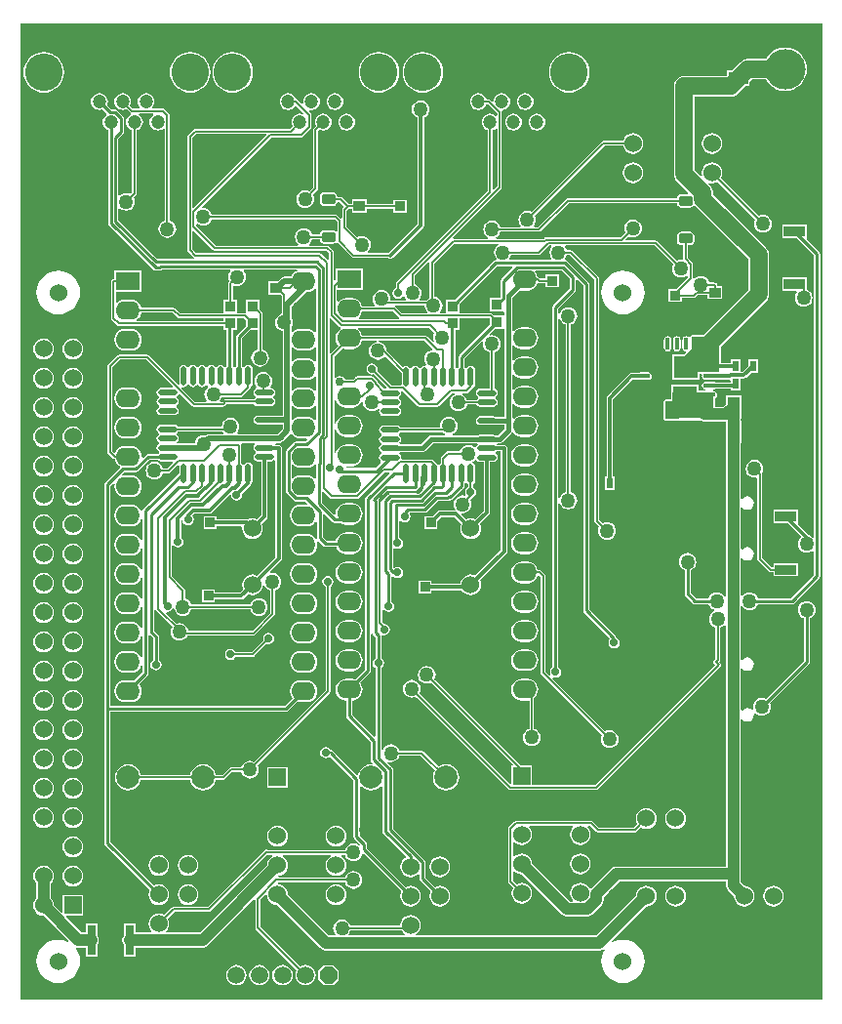
<source format=gbl>
G04 Layer_Physical_Order=2*
G04 Layer_Color=11436288*
%FSLAX24Y24*%
%MOIN*%
G70*
G01*
G75*
%ADD10R,0.0236X0.0354*%
%ADD11R,0.0354X0.0335*%
%ADD12R,0.0394X0.0354*%
%ADD16R,0.0433X0.0669*%
%ADD19C,0.0100*%
%ADD20C,0.0059*%
%ADD21C,0.0591*%
%ADD22C,0.0197*%
%ADD23C,0.0118*%
%ADD24C,0.0394*%
%ADD25C,0.0240*%
%ADD26C,0.0600*%
%ADD27R,0.0600X0.0600*%
%ADD28R,0.1378X0.1378*%
%ADD29C,0.1378*%
%ADD30C,0.0787*%
%ADD31O,0.0827X0.0630*%
%ADD32R,0.0827X0.0630*%
%ADD33C,0.0472*%
%ADD34C,0.1280*%
%ADD35C,0.0591*%
%ADD36P,0.0639X8X22.5*%
%ADD37C,0.0500*%
%ADD38C,0.0276*%
%ADD39C,0.0295*%
%ADD40R,0.0512X0.0354*%
%ADD41R,0.0827X0.0354*%
%ADD42R,0.0827X0.0740*%
%ADD43R,0.0142X0.0740*%
%ADD44O,0.0157X0.0413*%
%ADD45O,0.0413X0.0157*%
%ADD46R,0.0354X0.0354*%
%ADD47R,0.0669X0.0433*%
%ADD48R,0.0320X0.0350*%
%ADD49O,0.0650X0.0197*%
%ADD50O,0.0197X0.0650*%
G04:AMPARAMS|DCode=51|XSize=35.8mil|YSize=48mil|CornerRadius=9mil|HoleSize=0mil|Usage=FLASHONLY|Rotation=270.000|XOffset=0mil|YOffset=0mil|HoleType=Round|Shape=RoundedRectangle|*
%AMROUNDEDRECTD51*
21,1,0.0358,0.0301,0,0,270.0*
21,1,0.0179,0.0480,0,0,270.0*
1,1,0.0179,-0.0151,-0.0090*
1,1,0.0179,-0.0151,0.0090*
1,1,0.0179,0.0151,0.0090*
1,1,0.0179,0.0151,-0.0090*
%
%ADD51ROUNDEDRECTD51*%
%ADD52R,0.0748X0.0354*%
%ADD53R,0.0748X0.1260*%
%ADD54R,0.0315X0.1043*%
%ADD55C,0.0157*%
%ADD56R,0.0500X0.0600*%
%ADD57R,0.1400X0.0900*%
%ADD58R,0.0948X0.1212*%
%ADD59R,0.0800X0.1250*%
%ADD60R,0.0850X0.1200*%
G36*
X31424Y9915D02*
X4009D01*
Y43235D01*
X31424D01*
Y9915D01*
D02*
G37*
%LPC*%
G36*
X5815Y19492D02*
X5723Y19480D01*
X5638Y19445D01*
X5564Y19388D01*
X5508Y19315D01*
X5473Y19229D01*
X5461Y19138D01*
X5473Y19046D01*
X5508Y18961D01*
X5564Y18887D01*
X5638Y18831D01*
X5723Y18796D01*
X5815Y18784D01*
X5907Y18796D01*
X5992Y18831D01*
X6065Y18887D01*
X6122Y18961D01*
X6157Y19046D01*
X6169Y19138D01*
X6157Y19229D01*
X6122Y19315D01*
X6065Y19388D01*
X5992Y19445D01*
X5907Y19480D01*
X5815Y19492D01*
D02*
G37*
G36*
Y27492D02*
X5723Y27480D01*
X5638Y27445D01*
X5564Y27388D01*
X5508Y27315D01*
X5473Y27229D01*
X5461Y27138D01*
X5473Y27046D01*
X5508Y26961D01*
X5564Y26887D01*
X5638Y26831D01*
X5723Y26796D01*
X5815Y26784D01*
X5907Y26796D01*
X5992Y26831D01*
X6065Y26887D01*
X6122Y26961D01*
X6157Y27046D01*
X6169Y27138D01*
X6157Y27229D01*
X6122Y27315D01*
X6065Y27388D01*
X5992Y27445D01*
X5907Y27480D01*
X5815Y27492D01*
D02*
G37*
G36*
X21348Y27869D02*
X21152D01*
X21056Y27857D01*
X20967Y27820D01*
X20890Y27761D01*
X20832Y27685D01*
X20795Y27596D01*
X20782Y27500D01*
X20795Y27404D01*
X20832Y27315D01*
X20890Y27239D01*
X20967Y27180D01*
X21056Y27143D01*
X21152Y27131D01*
X21348D01*
X21444Y27143D01*
X21533Y27180D01*
X21610Y27239D01*
X21668Y27315D01*
X21705Y27404D01*
X21718Y27500D01*
X21705Y27596D01*
X21668Y27685D01*
X21610Y27761D01*
X21533Y27820D01*
X21444Y27857D01*
X21348Y27869D01*
D02*
G37*
G36*
X4815Y19492D02*
X4723Y19480D01*
X4638Y19445D01*
X4564Y19388D01*
X4508Y19315D01*
X4473Y19229D01*
X4461Y19138D01*
X4473Y19046D01*
X4508Y18961D01*
X4564Y18887D01*
X4638Y18831D01*
X4723Y18796D01*
X4815Y18784D01*
X4907Y18796D01*
X4992Y18831D01*
X5065Y18887D01*
X5122Y18961D01*
X5157Y19046D01*
X5169Y19138D01*
X5157Y19229D01*
X5122Y19315D01*
X5065Y19388D01*
X4992Y19445D01*
X4907Y19480D01*
X4815Y19492D01*
D02*
G37*
G36*
Y28492D02*
X4723Y28480D01*
X4638Y28445D01*
X4564Y28388D01*
X4508Y28315D01*
X4473Y28229D01*
X4461Y28138D01*
X4473Y28046D01*
X4508Y27961D01*
X4564Y27887D01*
X4638Y27831D01*
X4723Y27796D01*
X4815Y27784D01*
X4907Y27796D01*
X4992Y27831D01*
X5065Y27887D01*
X5122Y27961D01*
X5157Y28046D01*
X5169Y28138D01*
X5157Y28229D01*
X5122Y28315D01*
X5065Y28388D01*
X4992Y28445D01*
X4907Y28480D01*
X4815Y28492D01*
D02*
G37*
G36*
X5815Y26492D02*
X5723Y26480D01*
X5638Y26445D01*
X5564Y26388D01*
X5508Y26315D01*
X5473Y26229D01*
X5461Y26138D01*
X5473Y26046D01*
X5508Y25961D01*
X5564Y25887D01*
X5638Y25831D01*
X5723Y25796D01*
X5815Y25784D01*
X5907Y25796D01*
X5992Y25831D01*
X6065Y25887D01*
X6122Y25961D01*
X6157Y26046D01*
X6169Y26138D01*
X6157Y26229D01*
X6122Y26315D01*
X6065Y26388D01*
X5992Y26445D01*
X5907Y26480D01*
X5815Y26492D01*
D02*
G37*
G36*
X4815D02*
X4723Y26480D01*
X4638Y26445D01*
X4564Y26388D01*
X4508Y26315D01*
X4473Y26229D01*
X4461Y26138D01*
X4473Y26046D01*
X4508Y25961D01*
X4564Y25887D01*
X4638Y25831D01*
X4723Y25796D01*
X4815Y25784D01*
X4907Y25796D01*
X4992Y25831D01*
X5065Y25887D01*
X5122Y25961D01*
X5157Y26046D01*
X5169Y26138D01*
X5157Y26229D01*
X5122Y26315D01*
X5065Y26388D01*
X4992Y26445D01*
X4907Y26480D01*
X4815Y26492D01*
D02*
G37*
G36*
X21348Y25869D02*
X21152D01*
X21056Y25857D01*
X20967Y25820D01*
X20890Y25761D01*
X20832Y25685D01*
X20795Y25596D01*
X20782Y25500D01*
X20795Y25404D01*
X20832Y25315D01*
X20890Y25239D01*
X20967Y25180D01*
X21056Y25143D01*
X21152Y25131D01*
X21348D01*
X21444Y25143D01*
X21533Y25180D01*
X21610Y25239D01*
X21668Y25315D01*
X21705Y25404D01*
X21718Y25500D01*
X21705Y25596D01*
X21668Y25685D01*
X21610Y25761D01*
X21533Y25820D01*
X21444Y25857D01*
X21348Y25869D01*
D02*
G37*
G36*
X4815Y27492D02*
X4723Y27480D01*
X4638Y27445D01*
X4564Y27388D01*
X4508Y27315D01*
X4473Y27229D01*
X4461Y27138D01*
X4473Y27046D01*
X4508Y26961D01*
X4564Y26887D01*
X4638Y26831D01*
X4723Y26796D01*
X4815Y26784D01*
X4907Y26796D01*
X4992Y26831D01*
X5065Y26887D01*
X5122Y26961D01*
X5157Y27046D01*
X5169Y27138D01*
X5157Y27229D01*
X5122Y27315D01*
X5065Y27388D01*
X4992Y27445D01*
X4907Y27480D01*
X4815Y27492D01*
D02*
G37*
G36*
Y20492D02*
X4723Y20480D01*
X4638Y20445D01*
X4564Y20388D01*
X4508Y20315D01*
X4473Y20229D01*
X4461Y20138D01*
X4473Y20046D01*
X4508Y19961D01*
X4564Y19887D01*
X4638Y19831D01*
X4723Y19796D01*
X4815Y19784D01*
X4907Y19796D01*
X4992Y19831D01*
X5065Y19887D01*
X5122Y19961D01*
X5157Y20046D01*
X5169Y20138D01*
X5157Y20229D01*
X5122Y20315D01*
X5065Y20388D01*
X4992Y20445D01*
X4907Y20480D01*
X4815Y20492D01*
D02*
G37*
G36*
X21348Y26869D02*
X21152D01*
X21056Y26857D01*
X20967Y26820D01*
X20890Y26761D01*
X20832Y26685D01*
X20795Y26596D01*
X20782Y26500D01*
X20795Y26404D01*
X20832Y26315D01*
X20890Y26239D01*
X20967Y26180D01*
X21056Y26143D01*
X21152Y26131D01*
X21348D01*
X21444Y26143D01*
X21533Y26180D01*
X21610Y26239D01*
X21668Y26315D01*
X21705Y26404D01*
X21718Y26500D01*
X21705Y26596D01*
X21668Y26685D01*
X21610Y26761D01*
X21533Y26820D01*
X21444Y26857D01*
X21348Y26869D01*
D02*
G37*
G36*
X5815Y28492D02*
X5723Y28480D01*
X5638Y28445D01*
X5564Y28388D01*
X5508Y28315D01*
X5473Y28229D01*
X5461Y28138D01*
X5473Y28046D01*
X5508Y27961D01*
X5564Y27887D01*
X5638Y27831D01*
X5723Y27796D01*
X5815Y27784D01*
X5907Y27796D01*
X5992Y27831D01*
X6065Y27887D01*
X6122Y27961D01*
X6157Y28046D01*
X6169Y28138D01*
X6157Y28229D01*
X6122Y28315D01*
X6065Y28388D01*
X5992Y28445D01*
X5907Y28480D01*
X5815Y28492D01*
D02*
G37*
G36*
X4815Y30492D02*
X4723Y30480D01*
X4638Y30445D01*
X4564Y30388D01*
X4508Y30315D01*
X4473Y30229D01*
X4461Y30138D01*
X4473Y30046D01*
X4508Y29961D01*
X4564Y29887D01*
X4638Y29831D01*
X4723Y29796D01*
X4815Y29784D01*
X4907Y29796D01*
X4992Y29831D01*
X5065Y29887D01*
X5122Y29961D01*
X5157Y30046D01*
X5169Y30138D01*
X5157Y30229D01*
X5122Y30315D01*
X5065Y30388D01*
X4992Y30445D01*
X4907Y30480D01*
X4815Y30492D01*
D02*
G37*
G36*
X13151Y17851D02*
X12449D01*
Y17149D01*
X13151D01*
Y17851D01*
D02*
G37*
G36*
X4815Y18492D02*
X4723Y18480D01*
X4638Y18445D01*
X4564Y18388D01*
X4508Y18315D01*
X4473Y18229D01*
X4461Y18138D01*
X4473Y18046D01*
X4508Y17961D01*
X4564Y17887D01*
X4638Y17831D01*
X4723Y17796D01*
X4815Y17784D01*
X4907Y17796D01*
X4992Y17831D01*
X5065Y17887D01*
X5122Y17961D01*
X5157Y18046D01*
X5169Y18138D01*
X5157Y18229D01*
X5122Y18315D01*
X5065Y18388D01*
X4992Y18445D01*
X4907Y18480D01*
X4815Y18492D01*
D02*
G37*
G36*
Y17492D02*
X4723Y17480D01*
X4638Y17445D01*
X4564Y17388D01*
X4508Y17315D01*
X4473Y17229D01*
X4461Y17138D01*
X4473Y17046D01*
X4508Y16961D01*
X4564Y16887D01*
X4638Y16831D01*
X4723Y16796D01*
X4815Y16784D01*
X4907Y16796D01*
X4992Y16831D01*
X5065Y16887D01*
X5122Y16961D01*
X5157Y17046D01*
X5169Y17138D01*
X5157Y17229D01*
X5122Y17315D01*
X5065Y17388D01*
X4992Y17445D01*
X4907Y17480D01*
X4815Y17492D01*
D02*
G37*
G36*
X5815D02*
X5723Y17480D01*
X5638Y17445D01*
X5564Y17388D01*
X5508Y17315D01*
X5473Y17229D01*
X5461Y17138D01*
X5473Y17046D01*
X5508Y16961D01*
X5564Y16887D01*
X5638Y16831D01*
X5723Y16796D01*
X5815Y16784D01*
X5907Y16796D01*
X5992Y16831D01*
X6065Y16887D01*
X6122Y16961D01*
X6157Y17046D01*
X6169Y17138D01*
X6157Y17229D01*
X6122Y17315D01*
X6065Y17388D01*
X5992Y17445D01*
X5907Y17480D01*
X5815Y17492D01*
D02*
G37*
G36*
Y30492D02*
X5723Y30480D01*
X5638Y30445D01*
X5564Y30388D01*
X5508Y30315D01*
X5473Y30229D01*
X5461Y30138D01*
X5473Y30046D01*
X5508Y29961D01*
X5564Y29887D01*
X5638Y29831D01*
X5723Y29796D01*
X5815Y29784D01*
X5907Y29796D01*
X5992Y29831D01*
X6065Y29887D01*
X6122Y29961D01*
X6157Y30046D01*
X6169Y30138D01*
X6157Y30229D01*
X6122Y30315D01*
X6065Y30388D01*
X5992Y30445D01*
X5907Y30480D01*
X5815Y30492D01*
D02*
G37*
G36*
Y29492D02*
X5723Y29480D01*
X5638Y29445D01*
X5564Y29388D01*
X5508Y29315D01*
X5473Y29229D01*
X5461Y29138D01*
X5473Y29046D01*
X5508Y28961D01*
X5564Y28887D01*
X5638Y28831D01*
X5723Y28796D01*
X5815Y28784D01*
X5907Y28796D01*
X5992Y28831D01*
X6065Y28887D01*
X6122Y28961D01*
X6157Y29046D01*
X6169Y29138D01*
X6157Y29229D01*
X6122Y29315D01*
X6065Y29388D01*
X5992Y29445D01*
X5907Y29480D01*
X5815Y29492D01*
D02*
G37*
G36*
X4815D02*
X4723Y29480D01*
X4638Y29445D01*
X4564Y29388D01*
X4508Y29315D01*
X4473Y29229D01*
X4461Y29138D01*
X4473Y29046D01*
X4508Y28961D01*
X4564Y28887D01*
X4638Y28831D01*
X4723Y28796D01*
X4815Y28784D01*
X4907Y28796D01*
X4992Y28831D01*
X5065Y28887D01*
X5122Y28961D01*
X5157Y29046D01*
X5169Y29138D01*
X5157Y29229D01*
X5122Y29315D01*
X5065Y29388D01*
X4992Y29445D01*
X4907Y29480D01*
X4815Y29492D01*
D02*
G37*
G36*
X21348Y28869D02*
X21152D01*
X21056Y28857D01*
X20967Y28820D01*
X20890Y28761D01*
X20832Y28685D01*
X20795Y28596D01*
X20782Y28500D01*
X20795Y28404D01*
X20832Y28315D01*
X20890Y28239D01*
X20967Y28180D01*
X21056Y28143D01*
X21152Y28131D01*
X21348D01*
X21444Y28143D01*
X21533Y28180D01*
X21610Y28239D01*
X21668Y28315D01*
X21705Y28404D01*
X21718Y28500D01*
X21705Y28596D01*
X21668Y28685D01*
X21610Y28761D01*
X21533Y28820D01*
X21444Y28857D01*
X21348Y28869D01*
D02*
G37*
G36*
X5815Y18492D02*
X5723Y18480D01*
X5638Y18445D01*
X5564Y18388D01*
X5508Y18315D01*
X5473Y18229D01*
X5461Y18138D01*
X5473Y18046D01*
X5508Y17961D01*
X5564Y17887D01*
X5638Y17831D01*
X5723Y17796D01*
X5815Y17784D01*
X5907Y17796D01*
X5992Y17831D01*
X6065Y17887D01*
X6122Y17961D01*
X6157Y18046D01*
X6169Y18138D01*
X6157Y18229D01*
X6122Y18315D01*
X6065Y18388D01*
X5992Y18445D01*
X5907Y18480D01*
X5815Y18492D01*
D02*
G37*
G36*
X14528Y24387D02*
X14455Y24372D01*
X14392Y24330D01*
X14350Y24268D01*
X14336Y24194D01*
X14350Y24120D01*
X14392Y24058D01*
X14446Y24022D01*
Y20468D01*
X12008Y18030D01*
X11939Y18059D01*
X11860Y18070D01*
X11782Y18059D01*
X11708Y18029D01*
X11645Y17981D01*
X11597Y17918D01*
X11568Y17848D01*
X11213D01*
X11182Y17842D01*
X11155Y17824D01*
X10913Y17582D01*
X10697D01*
X10692Y17616D01*
X10648Y17724D01*
X10576Y17817D01*
X10483Y17889D01*
X10375Y17933D01*
X10259Y17949D01*
X10143Y17933D01*
X10035Y17889D01*
X9942Y17817D01*
X9870Y17724D01*
X9826Y17616D01*
X9821Y17582D01*
X8138D01*
X8133Y17616D01*
X8089Y17724D01*
X8017Y17817D01*
X7924Y17889D01*
X7816Y17933D01*
X7700Y17949D01*
X7584Y17933D01*
X7476Y17889D01*
X7383Y17817D01*
X7311Y17724D01*
X7267Y17616D01*
X7251Y17500D01*
X7267Y17384D01*
X7311Y17276D01*
X7383Y17183D01*
X7476Y17111D01*
X7584Y17067D01*
X7700Y17051D01*
X7816Y17067D01*
X7924Y17111D01*
X8017Y17183D01*
X8089Y17276D01*
X8133Y17384D01*
X8138Y17418D01*
X9821D01*
X9826Y17384D01*
X9870Y17276D01*
X9942Y17183D01*
X10035Y17111D01*
X10143Y17067D01*
X10259Y17051D01*
X10375Y17067D01*
X10483Y17111D01*
X10576Y17183D01*
X10648Y17276D01*
X10692Y17384D01*
X10697Y17418D01*
X10948D01*
X10979Y17424D01*
X11006Y17442D01*
X11247Y17683D01*
X11568D01*
X11597Y17614D01*
X11645Y17551D01*
X11708Y17503D01*
X11782Y17472D01*
X11860Y17462D01*
X11939Y17472D01*
X12012Y17503D01*
X12075Y17551D01*
X12123Y17614D01*
X12154Y17687D01*
X12164Y17766D01*
X12154Y17844D01*
X12125Y17914D01*
X14586Y20376D01*
X14604Y20402D01*
X14611Y20434D01*
Y24022D01*
X14665Y24058D01*
X14706Y24120D01*
X14721Y24194D01*
X14706Y24268D01*
X14665Y24330D01*
X14602Y24372D01*
X14528Y24387D01*
D02*
G37*
G36*
X21348Y20869D02*
X21152D01*
X21056Y20857D01*
X20967Y20820D01*
X20890Y20761D01*
X20832Y20685D01*
X20795Y20596D01*
X20782Y20500D01*
X20795Y20404D01*
X20832Y20315D01*
X20890Y20239D01*
X20967Y20180D01*
X21056Y20143D01*
X21152Y20131D01*
X21348D01*
X21370Y20134D01*
X21408Y20101D01*
Y19162D01*
X21338Y19133D01*
X21275Y19085D01*
X21227Y19022D01*
X21197Y18949D01*
X21186Y18870D01*
X21197Y18791D01*
X21227Y18718D01*
X21275Y18655D01*
X21338Y18607D01*
X21411Y18577D01*
X21490Y18566D01*
X21569Y18577D01*
X21642Y18607D01*
X21705Y18655D01*
X21753Y18718D01*
X21783Y18791D01*
X21794Y18870D01*
X21783Y18949D01*
X21753Y19022D01*
X21705Y19085D01*
X21642Y19133D01*
X21572Y19162D01*
Y20210D01*
X21610Y20239D01*
X21668Y20315D01*
X21705Y20404D01*
X21718Y20500D01*
X21705Y20596D01*
X21668Y20685D01*
X21610Y20761D01*
X21533Y20820D01*
X21444Y20857D01*
X21348Y20869D01*
D02*
G37*
G36*
X12500Y22443D02*
X12426Y22428D01*
X12364Y22386D01*
X12322Y22324D01*
X12307Y22250D01*
X12320Y22186D01*
X11916Y21782D01*
X11372D01*
X11336Y21836D01*
X11274Y21878D01*
X11200Y21893D01*
X11126Y21878D01*
X11064Y21836D01*
X11022Y21774D01*
X11007Y21700D01*
X11022Y21626D01*
X11064Y21564D01*
X11126Y21522D01*
X11200Y21507D01*
X11274Y21522D01*
X11336Y21564D01*
X11372Y21618D01*
X11950D01*
X11981Y21624D01*
X12008Y21642D01*
X12436Y22070D01*
X12500Y22057D01*
X12574Y22072D01*
X12636Y22114D01*
X12678Y22176D01*
X12693Y22250D01*
X12678Y22324D01*
X12636Y22386D01*
X12574Y22428D01*
X12500Y22443D01*
D02*
G37*
G36*
X5815Y22492D02*
X5723Y22480D01*
X5638Y22445D01*
X5564Y22388D01*
X5508Y22315D01*
X5473Y22229D01*
X5461Y22138D01*
X5473Y22046D01*
X5508Y21961D01*
X5564Y21887D01*
X5638Y21831D01*
X5723Y21796D01*
X5815Y21784D01*
X5907Y21796D01*
X5992Y21831D01*
X6065Y21887D01*
X6122Y21961D01*
X6157Y22046D01*
X6169Y22138D01*
X6157Y22229D01*
X6122Y22315D01*
X6065Y22388D01*
X5992Y22445D01*
X5907Y22480D01*
X5815Y22492D01*
D02*
G37*
G36*
X4815D02*
X4723Y22480D01*
X4638Y22445D01*
X4564Y22388D01*
X4508Y22315D01*
X4473Y22229D01*
X4461Y22138D01*
X4473Y22046D01*
X4508Y21961D01*
X4564Y21887D01*
X4638Y21831D01*
X4723Y21796D01*
X4815Y21784D01*
X4907Y21796D01*
X4992Y21831D01*
X5065Y21887D01*
X5122Y21961D01*
X5157Y22046D01*
X5169Y22138D01*
X5157Y22229D01*
X5122Y22315D01*
X5065Y22388D01*
X4992Y22445D01*
X4907Y22480D01*
X4815Y22492D01*
D02*
G37*
G36*
X21348Y22869D02*
X21152D01*
X21056Y22857D01*
X20967Y22820D01*
X20890Y22761D01*
X20832Y22685D01*
X20795Y22596D01*
X20782Y22500D01*
X20795Y22404D01*
X20832Y22315D01*
X20890Y22239D01*
X20967Y22180D01*
X21056Y22143D01*
X21152Y22131D01*
X21348D01*
X21444Y22143D01*
X21533Y22180D01*
X21610Y22239D01*
X21668Y22315D01*
X21705Y22404D01*
X21718Y22500D01*
X21705Y22596D01*
X21668Y22685D01*
X21610Y22761D01*
X21533Y22820D01*
X21444Y22857D01*
X21348Y22869D01*
D02*
G37*
G36*
X15348D02*
X15152D01*
X15056Y22857D01*
X14967Y22820D01*
X14890Y22761D01*
X14832Y22685D01*
X14795Y22596D01*
X14782Y22500D01*
X14795Y22404D01*
X14832Y22315D01*
X14890Y22239D01*
X14967Y22180D01*
X15056Y22143D01*
X15152Y22131D01*
X15348D01*
X15444Y22143D01*
X15533Y22180D01*
X15610Y22239D01*
X15668Y22315D01*
X15705Y22404D01*
X15718Y22500D01*
X15705Y22596D01*
X15668Y22685D01*
X15610Y22761D01*
X15533Y22820D01*
X15444Y22857D01*
X15348Y22869D01*
D02*
G37*
G36*
X13798Y22819D02*
X13602D01*
X13506Y22807D01*
X13417Y22770D01*
X13340Y22711D01*
X13282Y22635D01*
X13245Y22546D01*
X13232Y22450D01*
X13245Y22354D01*
X13282Y22265D01*
X13340Y22189D01*
X13417Y22130D01*
X13506Y22093D01*
X13602Y22081D01*
X13798D01*
X13894Y22093D01*
X13983Y22130D01*
X14060Y22189D01*
X14118Y22265D01*
X14155Y22354D01*
X14168Y22450D01*
X14155Y22546D01*
X14118Y22635D01*
X14060Y22711D01*
X13983Y22770D01*
X13894Y22807D01*
X13798Y22819D01*
D02*
G37*
G36*
X5815Y21492D02*
X5723Y21480D01*
X5638Y21445D01*
X5564Y21388D01*
X5508Y21315D01*
X5473Y21229D01*
X5461Y21138D01*
X5473Y21046D01*
X5508Y20961D01*
X5564Y20887D01*
X5638Y20831D01*
X5723Y20796D01*
X5815Y20784D01*
X5907Y20796D01*
X5992Y20831D01*
X6065Y20887D01*
X6122Y20961D01*
X6157Y21046D01*
X6169Y21138D01*
X6157Y21229D01*
X6122Y21315D01*
X6065Y21388D01*
X5992Y21445D01*
X5907Y21480D01*
X5815Y21492D01*
D02*
G37*
G36*
X4815D02*
X4723Y21480D01*
X4638Y21445D01*
X4564Y21388D01*
X4508Y21315D01*
X4473Y21229D01*
X4461Y21138D01*
X4473Y21046D01*
X4508Y20961D01*
X4564Y20887D01*
X4638Y20831D01*
X4723Y20796D01*
X4815Y20784D01*
X4907Y20796D01*
X4992Y20831D01*
X5065Y20887D01*
X5122Y20961D01*
X5157Y21046D01*
X5169Y21138D01*
X5157Y21229D01*
X5122Y21315D01*
X5065Y21388D01*
X4992Y21445D01*
X4907Y21480D01*
X4815Y21492D01*
D02*
G37*
G36*
X5815Y20492D02*
X5723Y20480D01*
X5638Y20445D01*
X5564Y20388D01*
X5508Y20315D01*
X5473Y20229D01*
X5461Y20138D01*
X5473Y20046D01*
X5508Y19961D01*
X5564Y19887D01*
X5638Y19831D01*
X5723Y19796D01*
X5815Y19784D01*
X5907Y19796D01*
X5992Y19831D01*
X6065Y19887D01*
X6122Y19961D01*
X6157Y20046D01*
X6169Y20138D01*
X6157Y20229D01*
X6122Y20315D01*
X6065Y20388D01*
X5992Y20445D01*
X5907Y20480D01*
X5815Y20492D01*
D02*
G37*
G36*
X21348Y21869D02*
X21152D01*
X21056Y21857D01*
X20967Y21820D01*
X20890Y21761D01*
X20832Y21685D01*
X20795Y21596D01*
X20782Y21500D01*
X20795Y21404D01*
X20832Y21315D01*
X20890Y21239D01*
X20967Y21180D01*
X21056Y21143D01*
X21152Y21131D01*
X21348D01*
X21444Y21143D01*
X21533Y21180D01*
X21610Y21239D01*
X21668Y21315D01*
X21705Y21404D01*
X21718Y21500D01*
X21705Y21596D01*
X21668Y21685D01*
X21610Y21761D01*
X21533Y21820D01*
X21444Y21857D01*
X21348Y21869D01*
D02*
G37*
G36*
X15348D02*
X15152D01*
X15056Y21857D01*
X14967Y21820D01*
X14890Y21761D01*
X14832Y21685D01*
X14795Y21596D01*
X14782Y21500D01*
X14795Y21404D01*
X14832Y21315D01*
X14890Y21239D01*
X14967Y21180D01*
X15056Y21143D01*
X15152Y21131D01*
X15348D01*
X15444Y21143D01*
X15533Y21180D01*
X15610Y21239D01*
X15668Y21315D01*
X15705Y21404D01*
X15718Y21500D01*
X15705Y21596D01*
X15668Y21685D01*
X15610Y21761D01*
X15533Y21820D01*
X15444Y21857D01*
X15348Y21869D01*
D02*
G37*
G36*
X13798Y21819D02*
X13602D01*
X13506Y21807D01*
X13417Y21770D01*
X13340Y21711D01*
X13282Y21635D01*
X13245Y21546D01*
X13232Y21450D01*
X13245Y21354D01*
X13282Y21265D01*
X13340Y21189D01*
X13417Y21130D01*
X13506Y21093D01*
X13602Y21081D01*
X13798D01*
X13894Y21093D01*
X13983Y21130D01*
X14060Y21189D01*
X14118Y21265D01*
X14155Y21354D01*
X14168Y21450D01*
X14155Y21546D01*
X14118Y21635D01*
X14060Y21711D01*
X13983Y21770D01*
X13894Y21807D01*
X13798Y21819D01*
D02*
G37*
G36*
X15348Y24869D02*
X15152D01*
X15056Y24857D01*
X14967Y24820D01*
X14890Y24761D01*
X14832Y24685D01*
X14795Y24596D01*
X14782Y24500D01*
X14795Y24404D01*
X14832Y24315D01*
X14890Y24239D01*
X14967Y24180D01*
X15056Y24143D01*
X15152Y24131D01*
X15348D01*
X15444Y24143D01*
X15533Y24180D01*
X15610Y24239D01*
X15668Y24315D01*
X15705Y24404D01*
X15718Y24500D01*
X15705Y24596D01*
X15668Y24685D01*
X15610Y24761D01*
X15533Y24820D01*
X15444Y24857D01*
X15348Y24869D01*
D02*
G37*
G36*
X13798Y24819D02*
X13602D01*
X13506Y24807D01*
X13417Y24770D01*
X13340Y24711D01*
X13282Y24635D01*
X13245Y24546D01*
X13232Y24450D01*
X13245Y24354D01*
X13282Y24265D01*
X13340Y24189D01*
X13417Y24130D01*
X13506Y24093D01*
X13602Y24081D01*
X13798D01*
X13894Y24093D01*
X13983Y24130D01*
X14060Y24189D01*
X14118Y24265D01*
X14155Y24354D01*
X14168Y24450D01*
X14155Y24546D01*
X14118Y24635D01*
X14060Y24711D01*
X13983Y24770D01*
X13894Y24807D01*
X13798Y24819D01*
D02*
G37*
G36*
X5815Y24492D02*
X5723Y24480D01*
X5638Y24445D01*
X5564Y24388D01*
X5508Y24315D01*
X5473Y24229D01*
X5461Y24138D01*
X5473Y24046D01*
X5508Y23961D01*
X5564Y23887D01*
X5638Y23831D01*
X5723Y23796D01*
X5815Y23784D01*
X5907Y23796D01*
X5992Y23831D01*
X6065Y23887D01*
X6122Y23961D01*
X6157Y24046D01*
X6169Y24138D01*
X6157Y24229D01*
X6122Y24315D01*
X6065Y24388D01*
X5992Y24445D01*
X5907Y24480D01*
X5815Y24492D01*
D02*
G37*
G36*
Y25492D02*
X5723Y25480D01*
X5638Y25445D01*
X5564Y25388D01*
X5508Y25315D01*
X5473Y25229D01*
X5461Y25138D01*
X5473Y25046D01*
X5508Y24961D01*
X5564Y24887D01*
X5638Y24831D01*
X5723Y24796D01*
X5815Y24784D01*
X5907Y24796D01*
X5992Y24831D01*
X6065Y24887D01*
X6122Y24961D01*
X6157Y25046D01*
X6169Y25138D01*
X6157Y25229D01*
X6122Y25315D01*
X6065Y25388D01*
X5992Y25445D01*
X5907Y25480D01*
X5815Y25492D01*
D02*
G37*
G36*
X4815D02*
X4723Y25480D01*
X4638Y25445D01*
X4564Y25388D01*
X4508Y25315D01*
X4473Y25229D01*
X4461Y25138D01*
X4473Y25046D01*
X4508Y24961D01*
X4564Y24887D01*
X4638Y24831D01*
X4723Y24796D01*
X4815Y24784D01*
X4907Y24796D01*
X4992Y24831D01*
X5065Y24887D01*
X5122Y24961D01*
X5157Y25046D01*
X5169Y25138D01*
X5157Y25229D01*
X5122Y25315D01*
X5065Y25388D01*
X4992Y25445D01*
X4907Y25480D01*
X4815Y25492D01*
D02*
G37*
G36*
X29100Y28344D02*
X29021Y28333D01*
X28948Y28303D01*
X28885Y28255D01*
X28837Y28192D01*
X28807Y28119D01*
X28796Y28040D01*
X28807Y27961D01*
X28837Y27888D01*
X28885Y27825D01*
X28948Y27777D01*
X29021Y27747D01*
X29100Y27736D01*
X29148Y27743D01*
X29198Y27704D01*
Y24964D01*
X29204Y24933D01*
X29222Y24906D01*
X29592Y24536D01*
X29619Y24518D01*
X29650Y24512D01*
X29744D01*
Y24366D01*
X30594D01*
Y24823D01*
X29744D01*
Y24677D01*
X29684D01*
X29362Y24999D01*
Y27860D01*
X29358Y27882D01*
X29363Y27888D01*
X29393Y27961D01*
X29404Y28040D01*
X29393Y28119D01*
X29363Y28192D01*
X29315Y28255D01*
X29252Y28303D01*
X29179Y28333D01*
X29100Y28344D01*
D02*
G37*
G36*
X13798Y23819D02*
X13602D01*
X13506Y23807D01*
X13417Y23770D01*
X13340Y23711D01*
X13282Y23635D01*
X13245Y23546D01*
X13232Y23450D01*
X13245Y23354D01*
X13282Y23265D01*
X13340Y23189D01*
X13417Y23130D01*
X13506Y23093D01*
X13602Y23081D01*
X13798D01*
X13894Y23093D01*
X13983Y23130D01*
X14060Y23189D01*
X14118Y23265D01*
X14155Y23354D01*
X14168Y23450D01*
X14155Y23546D01*
X14118Y23635D01*
X14060Y23711D01*
X13983Y23770D01*
X13894Y23807D01*
X13798Y23819D01*
D02*
G37*
G36*
X5815Y23492D02*
X5723Y23480D01*
X5638Y23445D01*
X5564Y23388D01*
X5508Y23315D01*
X5473Y23229D01*
X5461Y23138D01*
X5473Y23046D01*
X5508Y22961D01*
X5564Y22887D01*
X5638Y22831D01*
X5723Y22796D01*
X5815Y22784D01*
X5907Y22796D01*
X5992Y22831D01*
X6065Y22887D01*
X6122Y22961D01*
X6157Y23046D01*
X6169Y23138D01*
X6157Y23229D01*
X6122Y23315D01*
X6065Y23388D01*
X5992Y23445D01*
X5907Y23480D01*
X5815Y23492D01*
D02*
G37*
G36*
X4815D02*
X4723Y23480D01*
X4638Y23445D01*
X4564Y23388D01*
X4508Y23315D01*
X4473Y23229D01*
X4461Y23138D01*
X4473Y23046D01*
X4508Y22961D01*
X4564Y22887D01*
X4638Y22831D01*
X4723Y22796D01*
X4815Y22784D01*
X4907Y22796D01*
X4992Y22831D01*
X5065Y22887D01*
X5122Y22961D01*
X5157Y23046D01*
X5169Y23138D01*
X5157Y23229D01*
X5122Y23315D01*
X5065Y23388D01*
X4992Y23445D01*
X4907Y23480D01*
X4815Y23492D01*
D02*
G37*
G36*
Y24492D02*
X4723Y24480D01*
X4638Y24445D01*
X4564Y24388D01*
X4508Y24315D01*
X4473Y24229D01*
X4461Y24138D01*
X4473Y24046D01*
X4508Y23961D01*
X4564Y23887D01*
X4638Y23831D01*
X4723Y23796D01*
X4815Y23784D01*
X4907Y23796D01*
X4992Y23831D01*
X5065Y23887D01*
X5122Y23961D01*
X5157Y24046D01*
X5169Y24138D01*
X5157Y24229D01*
X5122Y24315D01*
X5065Y24388D01*
X4992Y24445D01*
X4907Y24480D01*
X4815Y24492D01*
D02*
G37*
G36*
X21348Y23869D02*
X21152D01*
X21056Y23857D01*
X20967Y23820D01*
X20890Y23761D01*
X20832Y23685D01*
X20795Y23596D01*
X20782Y23500D01*
X20795Y23404D01*
X20832Y23315D01*
X20890Y23239D01*
X20967Y23180D01*
X21056Y23143D01*
X21152Y23131D01*
X21348D01*
X21444Y23143D01*
X21533Y23180D01*
X21610Y23239D01*
X21668Y23315D01*
X21705Y23404D01*
X21718Y23500D01*
X21705Y23596D01*
X21668Y23685D01*
X21610Y23761D01*
X21533Y23820D01*
X21444Y23857D01*
X21348Y23869D01*
D02*
G37*
G36*
X15348D02*
X15152D01*
X15056Y23857D01*
X14967Y23820D01*
X14890Y23761D01*
X14832Y23685D01*
X14795Y23596D01*
X14782Y23500D01*
X14795Y23404D01*
X14832Y23315D01*
X14890Y23239D01*
X14967Y23180D01*
X15056Y23143D01*
X15152Y23131D01*
X15348D01*
X15444Y23143D01*
X15533Y23180D01*
X15610Y23239D01*
X15668Y23315D01*
X15705Y23404D01*
X15718Y23500D01*
X15705Y23596D01*
X15668Y23685D01*
X15610Y23761D01*
X15533Y23820D01*
X15444Y23857D01*
X15348Y23869D01*
D02*
G37*
G36*
X11400Y11099D02*
X11310Y11088D01*
X11226Y11053D01*
X11153Y10997D01*
X11098Y10925D01*
X11063Y10840D01*
X11051Y10750D01*
X11063Y10660D01*
X11098Y10575D01*
X11153Y10503D01*
X11226Y10447D01*
X11310Y10412D01*
X11400Y10401D01*
X11491Y10412D01*
X11575Y10447D01*
X11647Y10503D01*
X11703Y10575D01*
X11738Y10660D01*
X11750Y10750D01*
X11738Y10840D01*
X11703Y10925D01*
X11647Y10997D01*
X11575Y11053D01*
X11491Y11088D01*
X11400Y11099D01*
D02*
G37*
G36*
X12188D02*
X12097Y11088D01*
X12013Y11053D01*
X11941Y10997D01*
X11885Y10925D01*
X11850Y10840D01*
X11838Y10750D01*
X11850Y10660D01*
X11885Y10575D01*
X11941Y10503D01*
X12013Y10447D01*
X12097Y10412D01*
X12188Y10401D01*
X12278Y10412D01*
X12363Y10447D01*
X12435Y10503D01*
X12490Y10575D01*
X12525Y10660D01*
X12537Y10750D01*
X12525Y10840D01*
X12490Y10925D01*
X12435Y10997D01*
X12363Y11053D01*
X12278Y11088D01*
X12188Y11099D01*
D02*
G37*
G36*
X24950Y38504D02*
X24858Y38492D01*
X24773Y38457D01*
X24700Y38400D01*
X24643Y38327D01*
X24608Y38242D01*
X24596Y38150D01*
X24608Y38058D01*
X24643Y37973D01*
X24700Y37900D01*
X24773Y37843D01*
X24858Y37808D01*
X24950Y37796D01*
X25042Y37808D01*
X25127Y37843D01*
X25200Y37900D01*
X25257Y37973D01*
X25292Y38058D01*
X25304Y38150D01*
X25292Y38242D01*
X25257Y38327D01*
X25200Y38400D01*
X25127Y38457D01*
X25042Y38492D01*
X24950Y38504D01*
D02*
G37*
G36*
X14368Y40169D02*
X14293Y40159D01*
X14223Y40130D01*
X14163Y40084D01*
X14117Y40024D01*
X14088Y39954D01*
X14078Y39879D01*
X14088Y39804D01*
X14114Y39741D01*
X14048Y39675D01*
X14030Y39648D01*
X14024Y39617D01*
Y37640D01*
X13898Y37515D01*
X13829Y37543D01*
X13750Y37554D01*
X13671Y37543D01*
X13598Y37513D01*
X13535Y37465D01*
X13487Y37402D01*
X13457Y37329D01*
X13446Y37250D01*
X13457Y37171D01*
X13487Y37098D01*
X13535Y37035D01*
X13598Y36987D01*
X13671Y36957D01*
X13750Y36946D01*
X13829Y36957D01*
X13902Y36987D01*
X13965Y37035D01*
X14013Y37098D01*
X14043Y37171D01*
X14054Y37250D01*
X14043Y37329D01*
X14015Y37398D01*
X14165Y37548D01*
X14182Y37575D01*
X14189Y37606D01*
Y39583D01*
X14230Y39625D01*
X14293Y39599D01*
X14368Y39589D01*
X14443Y39599D01*
X14513Y39628D01*
X14573Y39674D01*
X14619Y39734D01*
X14648Y39804D01*
X14658Y39879D01*
X14648Y39954D01*
X14619Y40024D01*
X14573Y40084D01*
X14513Y40130D01*
X14443Y40159D01*
X14368Y40169D01*
D02*
G37*
G36*
X27650Y39504D02*
X27558Y39492D01*
X27473Y39457D01*
X27400Y39400D01*
X27343Y39327D01*
X27308Y39242D01*
X27296Y39150D01*
X27308Y39058D01*
X27343Y38973D01*
X27400Y38900D01*
X27473Y38843D01*
X27558Y38808D01*
X27650Y38796D01*
X27742Y38808D01*
X27827Y38843D01*
X27900Y38900D01*
X27957Y38973D01*
X27992Y39058D01*
X28004Y39150D01*
X27992Y39242D01*
X27957Y39327D01*
X27900Y39400D01*
X27827Y39457D01*
X27742Y39492D01*
X27650Y39504D01*
D02*
G37*
G36*
X12975Y11099D02*
X12885Y11088D01*
X12800Y11053D01*
X12728Y10997D01*
X12673Y10925D01*
X12638Y10840D01*
X12626Y10750D01*
X12638Y10660D01*
X12673Y10575D01*
X12728Y10503D01*
X12800Y10447D01*
X12885Y10412D01*
X12975Y10401D01*
X13066Y10412D01*
X13150Y10447D01*
X13222Y10503D01*
X13278Y10575D01*
X13313Y10660D01*
X13325Y10750D01*
X13313Y10840D01*
X13278Y10925D01*
X13222Y10997D01*
X13150Y11053D01*
X13066Y11088D01*
X12975Y11099D01*
D02*
G37*
G36*
X26400Y13804D02*
X26308Y13792D01*
X26223Y13757D01*
X26150Y13700D01*
X26093Y13627D01*
X26058Y13542D01*
X26046Y13450D01*
X26058Y13358D01*
X26093Y13273D01*
X26150Y13200D01*
X26223Y13143D01*
X26308Y13108D01*
X26400Y13096D01*
X26492Y13108D01*
X26577Y13143D01*
X26650Y13200D01*
X26707Y13273D01*
X26742Y13358D01*
X26754Y13450D01*
X26742Y13542D01*
X26707Y13627D01*
X26650Y13700D01*
X26577Y13757D01*
X26492Y13792D01*
X26400Y13804D01*
D02*
G37*
G36*
X24606Y34799D02*
X24461Y34785D01*
X24322Y34742D01*
X24193Y34674D01*
X24080Y34581D01*
X23988Y34468D01*
X23919Y34340D01*
X23877Y34200D01*
X23863Y34055D01*
X23877Y33910D01*
X23919Y33770D01*
X23988Y33642D01*
X24080Y33529D01*
X24193Y33437D01*
X24322Y33368D01*
X24461Y33326D01*
X24606Y33311D01*
X24751Y33326D01*
X24891Y33368D01*
X25020Y33437D01*
X25132Y33529D01*
X25225Y33642D01*
X25293Y33770D01*
X25336Y33910D01*
X25350Y34055D01*
X25336Y34200D01*
X25293Y34340D01*
X25225Y34468D01*
X25132Y34581D01*
X25020Y34674D01*
X24891Y34742D01*
X24751Y34785D01*
X24606Y34799D01*
D02*
G37*
G36*
X30894Y34573D02*
X30044D01*
Y34116D01*
X30519D01*
X30543Y34066D01*
X30517Y34032D01*
X30487Y33959D01*
X30476Y33880D01*
X30487Y33801D01*
X30517Y33728D01*
X30565Y33665D01*
X30628Y33617D01*
X30701Y33587D01*
X30780Y33576D01*
X30859Y33587D01*
X30932Y33617D01*
X30995Y33665D01*
X31043Y33728D01*
X31073Y33801D01*
X31084Y33880D01*
X31073Y33959D01*
X31043Y34032D01*
X30995Y34095D01*
X30932Y34143D01*
X30894Y34159D01*
Y34573D01*
D02*
G37*
G36*
X14723Y11096D02*
X14377D01*
X14204Y10923D01*
Y10577D01*
X14377Y10404D01*
X14723D01*
X14896Y10577D01*
Y10923D01*
X14723Y11096D01*
D02*
G37*
G36*
X4815Y14492D02*
X4723Y14480D01*
X4638Y14445D01*
X4564Y14388D01*
X4508Y14315D01*
X4473Y14229D01*
X4461Y14138D01*
X4473Y14046D01*
X4508Y13961D01*
X4562Y13891D01*
Y13385D01*
X4508Y13315D01*
X4473Y13229D01*
X4461Y13138D01*
X4473Y13046D01*
X4508Y12961D01*
X4564Y12887D01*
X4638Y12831D01*
X4723Y12796D01*
X4811Y12784D01*
X5667Y11928D01*
X5637Y11888D01*
X5600Y11908D01*
X5460Y11950D01*
X5315Y11964D01*
X5170Y11950D01*
X5030Y11908D01*
X4902Y11839D01*
X4789Y11746D01*
X4697Y11634D01*
X4628Y11505D01*
X4586Y11366D01*
X4571Y11220D01*
X4586Y11075D01*
X4628Y10936D01*
X4697Y10807D01*
X4789Y10695D01*
X4902Y10602D01*
X5030Y10533D01*
X5170Y10491D01*
X5315Y10477D01*
X5460Y10491D01*
X5600Y10533D01*
X5728Y10602D01*
X5841Y10695D01*
X5933Y10807D01*
X6002Y10936D01*
X6044Y11075D01*
X6059Y11220D01*
X6044Y11366D01*
X6002Y11505D01*
X5933Y11634D01*
X5908Y11665D01*
X5935Y11711D01*
X6003Y11697D01*
X6242D01*
Y11377D01*
X6659D01*
Y11816D01*
X6684Y11853D01*
X6703Y11950D01*
X6684Y12047D01*
X6659Y12084D01*
Y12523D01*
X6242D01*
Y12203D01*
X6108D01*
X5570Y12740D01*
X5589Y12787D01*
X6166D01*
Y13489D01*
X5464D01*
Y12912D01*
X5418Y12893D01*
X5169Y13142D01*
X5157Y13229D01*
X5122Y13315D01*
X5068Y13385D01*
Y13891D01*
X5122Y13961D01*
X5157Y14046D01*
X5169Y14138D01*
X5157Y14229D01*
X5122Y14315D01*
X5065Y14388D01*
X4992Y14445D01*
X4907Y14480D01*
X4815Y14492D01*
D02*
G37*
G36*
X15167Y40169D02*
X15092Y40159D01*
X15022Y40130D01*
X14962Y40084D01*
X14916Y40024D01*
X14887Y39954D01*
X14877Y39879D01*
X14887Y39804D01*
X14916Y39734D01*
X14962Y39674D01*
X15022Y39628D01*
X15092Y39599D01*
X15167Y39589D01*
X15242Y39599D01*
X15312Y39628D01*
X15372Y39674D01*
X15418Y39734D01*
X15447Y39804D01*
X15457Y39879D01*
X15447Y39954D01*
X15418Y40024D01*
X15372Y40084D01*
X15312Y40130D01*
X15242Y40159D01*
X15167Y40169D01*
D02*
G37*
G36*
X16270Y42274D02*
X16134Y42261D01*
X16004Y42221D01*
X15884Y42157D01*
X15779Y42071D01*
X15692Y41965D01*
X15628Y41845D01*
X15589Y41715D01*
X15575Y41580D01*
X15589Y41444D01*
X15628Y41314D01*
X15692Y41194D01*
X15779Y41088D01*
X15884Y41002D01*
X16004Y40938D01*
X16134Y40898D01*
X16270Y40885D01*
X16405Y40898D01*
X16535Y40938D01*
X16656Y41002D01*
X16761Y41088D01*
X16847Y41194D01*
X16911Y41314D01*
X16951Y41444D01*
X16964Y41580D01*
X16951Y41715D01*
X16911Y41845D01*
X16847Y41965D01*
X16761Y42071D01*
X16656Y42157D01*
X16535Y42221D01*
X16405Y42261D01*
X16270Y42274D01*
D02*
G37*
G36*
X11270D02*
X11134Y42261D01*
X11004Y42221D01*
X10884Y42157D01*
X10779Y42071D01*
X10692Y41965D01*
X10628Y41845D01*
X10589Y41715D01*
X10575Y41580D01*
X10589Y41444D01*
X10628Y41314D01*
X10692Y41194D01*
X10779Y41088D01*
X10884Y41002D01*
X10891Y40999D01*
D01*
X11004Y40938D01*
X11134Y40898D01*
X11227Y40889D01*
D01*
X11270Y40885D01*
X11405Y40898D01*
X11535Y40938D01*
X11656Y41002D01*
X11761Y41088D01*
X11847Y41194D01*
X11911Y41314D01*
X11951Y41444D01*
X11964Y41580D01*
X11951Y41715D01*
X11911Y41845D01*
X11847Y41965D01*
X11761Y42071D01*
X11656Y42157D01*
X11535Y42221D01*
X11405Y42261D01*
X11270Y42274D01*
D02*
G37*
G36*
X17770D02*
X17634Y42261D01*
X17504Y42221D01*
X17384Y42157D01*
X17279Y42071D01*
X17192Y41965D01*
X17128Y41845D01*
X17089Y41715D01*
X17075Y41580D01*
X17089Y41444D01*
X17128Y41314D01*
X17192Y41194D01*
X17279Y41088D01*
X17384Y41002D01*
X17504Y40938D01*
X17634Y40898D01*
D01*
X17770Y40885D01*
X17905Y40898D01*
X18035Y40938D01*
X18156Y41002D01*
X18261Y41088D01*
X18347Y41194D01*
X18411Y41314D01*
X18451Y41444D01*
X18464Y41580D01*
X18451Y41715D01*
X18411Y41845D01*
X18347Y41965D01*
X18261Y42071D01*
X18156Y42157D01*
X18035Y42221D01*
X17905Y42261D01*
X17770Y42274D01*
D02*
G37*
G36*
X30150Y42428D02*
X30005Y42414D01*
X29865Y42371D01*
X29737Y42303D01*
X29624Y42210D01*
X29532Y42097D01*
X29498Y42034D01*
X28863D01*
X28772Y42022D01*
X28688Y41987D01*
X28616Y41931D01*
X28324Y41639D01*
X28164D01*
Y41480D01*
X28134Y41449D01*
X26700D01*
X26610Y41438D01*
X26525Y41403D01*
X26453Y41347D01*
X26397Y41275D01*
X26362Y41190D01*
X26351Y41100D01*
Y39700D01*
Y38102D01*
X26351Y38102D01*
X26357Y38050D01*
X26362Y38012D01*
X26362Y38012D01*
Y38012D01*
X26374Y37983D01*
X26397Y37928D01*
X26397Y37928D01*
X26397Y37928D01*
X26424Y37893D01*
X26453Y37855D01*
X26453Y37855D01*
X26453Y37855D01*
X26833Y37475D01*
X26814Y37429D01*
X26599D01*
X26544Y37418D01*
X26498Y37387D01*
X26467Y37340D01*
X26456Y37285D01*
Y37278D01*
X22716D01*
X22684Y37272D01*
X22657Y37254D01*
X21701Y36297D01*
X21585D01*
X21563Y36347D01*
X21599Y36394D01*
X21629Y36467D01*
X21639Y36546D01*
X21629Y36624D01*
X21600Y36694D01*
X23974Y39068D01*
X24607D01*
X24608Y39058D01*
X24643Y38973D01*
X24700Y38900D01*
X24773Y38843D01*
X24858Y38808D01*
X24950Y38796D01*
X25042Y38808D01*
X25127Y38843D01*
X25200Y38900D01*
X25257Y38973D01*
X25292Y39058D01*
X25304Y39150D01*
X25292Y39242D01*
X25257Y39327D01*
X25200Y39400D01*
X25127Y39457D01*
X25042Y39492D01*
X24950Y39504D01*
X24858Y39492D01*
X24773Y39457D01*
X24700Y39400D01*
X24643Y39327D01*
X24608Y39242D01*
X24607Y39232D01*
X23940D01*
X23909Y39226D01*
X23882Y39208D01*
X21484Y36810D01*
X21414Y36839D01*
X21336Y36850D01*
X21257Y36839D01*
X21184Y36809D01*
X21121Y36761D01*
X21073Y36698D01*
X21042Y36624D01*
X21032Y36546D01*
X21042Y36467D01*
X21073Y36394D01*
X21108Y36347D01*
X21087Y36297D01*
X20427D01*
X20398Y36367D01*
X20350Y36430D01*
X20287Y36478D01*
X20214Y36508D01*
X20135Y36519D01*
X20056Y36508D01*
X19983Y36478D01*
X19920Y36430D01*
X19872Y36367D01*
X19842Y36294D01*
X19831Y36215D01*
X19842Y36136D01*
X19872Y36063D01*
X19920Y36000D01*
X19983Y35952D01*
X20006Y35942D01*
X19996Y35892D01*
X18810D01*
X18809Y35892D01*
X18785Y35938D01*
X20448Y37602D01*
X20466Y37629D01*
X20472Y37660D01*
Y40200D01*
X20466Y40231D01*
X20460Y40240D01*
X20462Y40253D01*
X20479Y40287D01*
X20484Y40292D01*
X20542Y40300D01*
X20611Y40328D01*
X20672Y40375D01*
X20718Y40435D01*
X20747Y40504D01*
X20756Y40580D01*
X20747Y40655D01*
X20718Y40724D01*
X20672Y40785D01*
X20611Y40831D01*
X20542Y40860D01*
X20467Y40869D01*
X20392Y40860D01*
X20322Y40831D01*
X20262Y40785D01*
X20215Y40724D01*
X20187Y40655D01*
X20179Y40598D01*
X20130Y40577D01*
X20069Y40638D01*
X20042Y40656D01*
X20010Y40662D01*
X19944D01*
X19918Y40724D01*
X19872Y40785D01*
X19812Y40831D01*
X19758Y40853D01*
D01*
X19742Y40860D01*
X19667Y40869D01*
X19592Y40860D01*
X19522Y40831D01*
X19462Y40785D01*
X19416Y40724D01*
X19387Y40655D01*
X19377Y40580D01*
X19387Y40504D01*
X19416Y40435D01*
X19462Y40375D01*
X19522Y40328D01*
X19592Y40300D01*
X19667Y40290D01*
X19742Y40300D01*
X19812Y40328D01*
X19872Y40375D01*
X19918Y40435D01*
X19935Y40476D01*
X19991Y40483D01*
X20308Y40166D01*
Y40118D01*
X20258Y40096D01*
X20214Y40130D01*
X20144Y40159D01*
X20069Y40169D01*
X19994Y40159D01*
X19924Y40130D01*
X19864Y40084D01*
X19818Y40024D01*
X19789Y39954D01*
X19779Y39879D01*
X19789Y39804D01*
X19818Y39734D01*
X19864Y39674D01*
X19924Y39628D01*
X19987Y39602D01*
Y37529D01*
X16871Y34413D01*
X16853Y34387D01*
X16847Y34355D01*
Y34208D01*
X16793Y34172D01*
X16751Y34109D01*
X16736Y34035D01*
X16751Y33962D01*
X16793Y33899D01*
X16855Y33857D01*
X16929Y33843D01*
X17003Y33857D01*
X17065Y33899D01*
X17088Y33933D01*
X17144Y33927D01*
X17158Y33893D01*
X17197Y33842D01*
X17180Y33792D01*
X16695D01*
X16662Y33830D01*
X16664Y33840D01*
X16653Y33919D01*
X16623Y33992D01*
X16575Y34055D01*
X16512Y34103D01*
X16439Y34133D01*
X16360Y34144D01*
X16281Y34133D01*
X16208Y34103D01*
X16145Y34055D01*
X16097Y33992D01*
X16067Y33919D01*
X16056Y33840D01*
X16067Y33761D01*
X16097Y33688D01*
X16140Y33632D01*
X16127Y33582D01*
X15707D01*
X15705Y33596D01*
X15668Y33685D01*
X15610Y33761D01*
X15533Y33820D01*
X15444Y33857D01*
X15348Y33869D01*
X15152D01*
X15056Y33857D01*
X14967Y33820D01*
X14890Y33761D01*
X14886Y33755D01*
X14838Y33771D01*
Y34134D01*
X15715D01*
Y34866D01*
X14785D01*
Y34460D01*
X14778Y34455D01*
X14728Y34482D01*
Y35434D01*
X14722Y35466D01*
X14704Y35493D01*
X14558Y35638D01*
X14531Y35656D01*
X14500Y35662D01*
X13896D01*
X13879Y35712D01*
X13915Y35740D01*
X13963Y35802D01*
X13992Y35872D01*
X14256D01*
Y35865D01*
X14267Y35810D01*
X14298Y35763D01*
X14344Y35732D01*
X14399Y35721D01*
X14701D01*
X14756Y35732D01*
X14802Y35763D01*
X14803Y35765D01*
X14824Y35766D01*
X14860Y35759D01*
X14872Y35741D01*
X15346Y35267D01*
X15373Y35249D01*
X15404Y35243D01*
X16588D01*
X16620Y35221D01*
X16663Y35212D01*
X16706Y35221D01*
X16743Y35245D01*
X17776Y36279D01*
Y36279D01*
X17776D01*
X17801Y36315D01*
X17808Y36350D01*
X17809Y36358D01*
Y36358D01*
Y40036D01*
X17849Y40052D01*
X17912Y40100D01*
X17960Y40163D01*
X17990Y40236D01*
X18001Y40315D01*
X17990Y40394D01*
X17960Y40467D01*
X17912Y40530D01*
X17849Y40578D01*
X17775Y40608D01*
X17697Y40619D01*
X17618Y40608D01*
X17545Y40578D01*
X17482Y40530D01*
X17434Y40467D01*
X17403Y40394D01*
X17393Y40315D01*
X17403Y40236D01*
X17434Y40163D01*
X17482Y40100D01*
X17545Y40052D01*
X17584Y40036D01*
Y36405D01*
X16587Y35407D01*
X15893D01*
X15876Y35457D01*
X15900Y35475D01*
X15948Y35538D01*
X15978Y35611D01*
X15989Y35690D01*
X15978Y35769D01*
X15948Y35842D01*
X15900Y35905D01*
X15837Y35953D01*
X15764Y35983D01*
X15685Y35994D01*
X15606Y35983D01*
X15537Y35955D01*
X15172Y36319D01*
Y36841D01*
X15255Y36924D01*
X15352D01*
Y36787D01*
X15848D01*
Y36924D01*
X16772D01*
Y36787D01*
X17228D01*
Y37224D01*
X16772D01*
Y37088D01*
X16326D01*
X16321Y37091D01*
X16290Y37097D01*
X15848D01*
Y37243D01*
X15352D01*
Y37097D01*
X15215D01*
X15008Y37304D01*
X14981Y37322D01*
X14950Y37328D01*
X14844D01*
Y37335D01*
X14833Y37390D01*
X14802Y37437D01*
X14756Y37468D01*
X14701Y37479D01*
X14399D01*
X14344Y37468D01*
X14298Y37437D01*
X14267Y37390D01*
X14256Y37335D01*
Y37156D01*
X14267Y37101D01*
X14298Y37055D01*
X14344Y37024D01*
X14399Y37013D01*
X14701D01*
X14756Y37024D01*
X14802Y37055D01*
X14833Y37101D01*
X14844Y37156D01*
Y37163D01*
X14916D01*
X15089Y36990D01*
X15032Y36933D01*
X15014Y36906D01*
X15008Y36875D01*
Y36609D01*
X14958Y36589D01*
X14848Y36698D01*
X14821Y36716D01*
X14790Y36722D01*
X10552D01*
X10523Y36792D01*
X10475Y36855D01*
X10412Y36903D01*
X10339Y36933D01*
X10260Y36944D01*
X10249Y36942D01*
X10226Y36990D01*
X12594Y39357D01*
X13610D01*
X13641Y39364D01*
X13668Y39382D01*
X13944Y39658D01*
X13962Y39684D01*
X13968Y39716D01*
Y40124D01*
X13962Y40155D01*
X13944Y40182D01*
X13873Y40253D01*
X13886Y40286D01*
X13898Y40299D01*
X13967Y40290D01*
X14042Y40300D01*
X14111Y40328D01*
X14172Y40375D01*
X14218Y40435D01*
X14247Y40504D01*
X14256Y40580D01*
X14247Y40655D01*
X14218Y40724D01*
X14172Y40785D01*
X14111Y40831D01*
X14042Y40860D01*
X13967Y40869D01*
X13892Y40860D01*
X13822Y40831D01*
X13762Y40785D01*
X13715Y40724D01*
X13687Y40655D01*
X13677Y40580D01*
X13686Y40511D01*
X13673Y40499D01*
X13640Y40486D01*
X13488Y40638D01*
X13461Y40656D01*
X13446Y40659D01*
X13418Y40724D01*
X13372Y40785D01*
X13312Y40831D01*
X13242Y40860D01*
X13167Y40869D01*
X13167D01*
D01*
X13092Y40860D01*
D01*
X13022Y40831D01*
X12962Y40785D01*
X12916Y40724D01*
X12887Y40655D01*
X12877Y40580D01*
X12887Y40504D01*
X12916Y40435D01*
X12962Y40375D01*
X13022Y40328D01*
X13092Y40300D01*
X13167Y40290D01*
X13242Y40300D01*
X13312Y40328D01*
X13372Y40375D01*
X13405Y40417D01*
X13465Y40429D01*
X13706Y40187D01*
X13678Y40145D01*
X13644Y40159D01*
X13569Y40169D01*
X13494Y40159D01*
X13424Y40130D01*
X13364Y40084D01*
X13318Y40024D01*
X13289Y39954D01*
X13279Y39879D01*
X13289Y39804D01*
X13315Y39741D01*
X13216Y39642D01*
X9995D01*
X9964Y39636D01*
X9937Y39618D01*
X9752Y39433D01*
X9734Y39406D01*
X9728Y39375D01*
Y35500D01*
X9734Y35469D01*
X9752Y35442D01*
X9922Y35272D01*
X9949Y35254D01*
X9942Y35204D01*
X8705D01*
X7373Y36536D01*
Y36925D01*
X7423Y36939D01*
X7478Y36897D01*
X7551Y36867D01*
X7630Y36856D01*
X7709Y36867D01*
X7782Y36897D01*
X7845Y36945D01*
X7893Y37008D01*
X7923Y37081D01*
X7934Y37160D01*
X7923Y37239D01*
X7895Y37308D01*
X7976Y37390D01*
X7994Y37417D01*
X8000Y37448D01*
Y39602D01*
X8063Y39628D01*
X8123Y39674D01*
X8169Y39734D01*
X8198Y39804D01*
X8208Y39879D01*
X8198Y39954D01*
X8169Y40024D01*
X8123Y40084D01*
X8066Y40128D01*
X8065Y40133D01*
X8088Y40178D01*
X8548D01*
X8570Y40133D01*
X8570Y40128D01*
X8512Y40084D01*
X8466Y40024D01*
X8437Y39954D01*
X8427Y39879D01*
X8437Y39804D01*
X8466Y39734D01*
X8512Y39674D01*
X8572Y39628D01*
X8642Y39599D01*
X8717Y39589D01*
X8792Y39599D01*
X8862Y39628D01*
X8908Y39663D01*
X8958Y39643D01*
Y36522D01*
X8888Y36493D01*
X8825Y36445D01*
X8777Y36382D01*
X8747Y36309D01*
X8736Y36230D01*
X8747Y36151D01*
X8777Y36078D01*
X8825Y36015D01*
X8888Y35967D01*
X8961Y35937D01*
X9040Y35926D01*
X9119Y35937D01*
X9192Y35967D01*
X9255Y36015D01*
X9303Y36078D01*
X9333Y36151D01*
X9344Y36230D01*
X9333Y36309D01*
X9303Y36382D01*
X9255Y36445D01*
X9192Y36493D01*
X9122Y36522D01*
Y40125D01*
X9116Y40156D01*
X9098Y40183D01*
X8963Y40318D01*
X8936Y40336D01*
X8905Y40342D01*
X8557D01*
X8534Y40392D01*
X8567Y40435D01*
X8596Y40504D01*
X8606Y40580D01*
X8596Y40655D01*
X8567Y40724D01*
X8521Y40785D01*
X8461Y40831D01*
X8391Y40860D01*
X8316Y40869D01*
X8241Y40860D01*
X8171Y40831D01*
X8111Y40785D01*
X8065Y40724D01*
X8036Y40655D01*
X8026Y40580D01*
X8036Y40504D01*
X8065Y40435D01*
X8097Y40392D01*
X8074Y40342D01*
X7870D01*
X7771Y40442D01*
X7797Y40504D01*
X7806Y40580D01*
X7797Y40655D01*
X7768Y40724D01*
X7722Y40785D01*
X7661Y40831D01*
X7592Y40860D01*
X7517Y40869D01*
X7442Y40860D01*
X7372Y40831D01*
X7312Y40785D01*
X7265Y40724D01*
X7237Y40655D01*
X7227Y40580D01*
X7237Y40504D01*
X7265Y40435D01*
X7312Y40375D01*
X7372Y40328D01*
X7442Y40300D01*
X7517Y40290D01*
X7592Y40300D01*
X7654Y40325D01*
X7778Y40202D01*
X7793Y40192D01*
X7794Y40149D01*
X7791Y40137D01*
X7773Y40130D01*
X7713Y40084D01*
X7667Y40024D01*
X7638Y39954D01*
X7628Y39879D01*
X7638Y39804D01*
X7667Y39734D01*
X7713Y39674D01*
X7773Y39628D01*
X7836Y39602D01*
Y37482D01*
X7778Y37425D01*
X7709Y37453D01*
X7630Y37464D01*
X7551Y37453D01*
X7478Y37423D01*
X7423Y37381D01*
X7373Y37395D01*
Y39312D01*
X7529Y39468D01*
X7552Y39502D01*
X7559Y39541D01*
Y40019D01*
X7552Y40058D01*
X7529Y40091D01*
X7332Y40289D01*
X7298Y40311D01*
X7259Y40319D01*
X7123D01*
X6980Y40463D01*
X6997Y40504D01*
X7007Y40580D01*
X6997Y40655D01*
X6968Y40724D01*
X6922Y40785D01*
X6862Y40831D01*
X6792Y40860D01*
X6717Y40869D01*
X6642Y40860D01*
X6572Y40831D01*
X6512Y40785D01*
X6466Y40724D01*
X6437Y40655D01*
X6427Y40580D01*
X6437Y40504D01*
X6466Y40435D01*
X6512Y40375D01*
X6572Y40328D01*
X6642Y40300D01*
X6717Y40290D01*
X6792Y40300D01*
X6834Y40317D01*
X6973Y40177D01*
X6961Y40120D01*
X6914Y40084D01*
X6868Y40024D01*
X6839Y39954D01*
X6829Y39879D01*
X6839Y39804D01*
X6868Y39734D01*
X6914Y39674D01*
X6974Y39628D01*
X7016Y39610D01*
Y36431D01*
X7024Y36392D01*
X7046Y36358D01*
X8571Y34833D01*
X8605Y34810D01*
X8644Y34803D01*
X8770D01*
X8809Y34810D01*
X8842Y34833D01*
X8857Y34847D01*
X11186D01*
X11199Y34797D01*
X11157Y34742D01*
X11127Y34669D01*
X11116Y34590D01*
X11127Y34511D01*
X11155Y34442D01*
X11142Y34428D01*
X11124Y34401D01*
X11118Y34370D01*
Y33824D01*
X10972D01*
Y33402D01*
X10972Y33367D01*
X10928Y33352D01*
X10928Y33352D01*
X9484D01*
X9328Y33508D01*
X9301Y33526D01*
X9270Y33532D01*
X8157D01*
X8155Y33546D01*
X8118Y33635D01*
X8060Y33711D01*
X7983Y33770D01*
X7894Y33807D01*
X7798Y33819D01*
X7602D01*
X7506Y33807D01*
X7417Y33770D01*
X7340Y33711D01*
X7330Y33697D01*
X7282Y33713D01*
Y34084D01*
X8165D01*
Y34816D01*
X7235D01*
Y34532D01*
X7210D01*
X7179Y34526D01*
X7152Y34508D01*
X7142Y34498D01*
X7124Y34471D01*
X7118Y34440D01*
Y33180D01*
X7124Y33148D01*
X7142Y33122D01*
X7317Y32947D01*
X7344Y32929D01*
X7375Y32922D01*
X10972D01*
Y32776D01*
X11069D01*
Y31541D01*
X11065Y31538D01*
X11043Y31505D01*
X11041Y31504D01*
X10989D01*
X10987Y31505D01*
X10965Y31538D01*
X10916Y31571D01*
X10857Y31582D01*
X10799Y31571D01*
X10750Y31538D01*
X10728Y31505D01*
X10726Y31504D01*
X10674D01*
X10672Y31505D01*
X10650Y31538D01*
X10601Y31571D01*
X10543Y31582D01*
X10484Y31571D01*
X10435Y31538D01*
X10413Y31505D01*
X10411Y31504D01*
X10359D01*
X10357Y31505D01*
X10335Y31538D01*
X10286Y31571D01*
X10228Y31582D01*
X10169Y31571D01*
X10120Y31538D01*
X10098Y31505D01*
X10096Y31504D01*
X10044D01*
X10042Y31505D01*
X10020Y31538D01*
X9971Y31571D01*
X9913Y31582D01*
X9854Y31571D01*
X9805Y31538D01*
X9783Y31505D01*
X9781Y31504D01*
X9729D01*
X9727Y31505D01*
X9706Y31538D01*
X9656Y31571D01*
X9598Y31582D01*
X9539Y31571D01*
X9490Y31538D01*
X9457Y31488D01*
X9445Y31430D01*
Y30977D01*
X9454Y30933D01*
X9408Y30908D01*
X8408Y31908D01*
X8381Y31926D01*
X8350Y31932D01*
X7380D01*
X7349Y31926D01*
X7322Y31908D01*
X7022Y31608D01*
X7004Y31581D01*
X6998Y31550D01*
Y28620D01*
X7004Y28589D01*
X7022Y28562D01*
X7192Y28392D01*
X7219Y28374D01*
X7243Y28369D01*
X7245Y28354D01*
X7282Y28265D01*
X7340Y28189D01*
X7415Y28132D01*
X7417Y28130D01*
X7426Y28072D01*
X6927Y27573D01*
X6905Y27539D01*
X6897Y27500D01*
Y19850D01*
Y15250D01*
X6905Y15211D01*
X6927Y15177D01*
X8438Y13666D01*
X8408Y13592D01*
X8396Y13500D01*
X8408Y13408D01*
X8443Y13323D01*
X8500Y13250D01*
X8573Y13193D01*
X8658Y13158D01*
X8750Y13146D01*
X8842Y13158D01*
X8927Y13193D01*
X9000Y13250D01*
X9057Y13323D01*
X9092Y13408D01*
X9104Y13500D01*
X9092Y13592D01*
X9057Y13677D01*
X9000Y13750D01*
X8927Y13807D01*
X8842Y13842D01*
X8750Y13854D01*
X8658Y13842D01*
X8584Y13812D01*
X7103Y15293D01*
Y19747D01*
X13100D01*
X13139Y19755D01*
X13173Y19777D01*
X13494Y20098D01*
X13506Y20093D01*
X13602Y20081D01*
X13798D01*
X13894Y20093D01*
X13983Y20130D01*
X14060Y20189D01*
X14118Y20265D01*
X14155Y20354D01*
X14168Y20450D01*
X14155Y20546D01*
X14118Y20635D01*
X14060Y20711D01*
X13983Y20770D01*
X13894Y20807D01*
X13798Y20819D01*
X13602D01*
X13506Y20807D01*
X13417Y20770D01*
X13340Y20711D01*
X13282Y20635D01*
X13245Y20546D01*
X13232Y20450D01*
X13245Y20354D01*
X13282Y20265D01*
X13320Y20216D01*
X13057Y19953D01*
X7103D01*
Y27457D01*
X7195Y27549D01*
X7242Y27526D01*
X7232Y27450D01*
X7245Y27354D01*
X7282Y27265D01*
X7340Y27189D01*
X7417Y27130D01*
X7506Y27093D01*
X7602Y27081D01*
X7798D01*
X7894Y27093D01*
X7983Y27130D01*
X8060Y27189D01*
X8118Y27265D01*
X8155Y27354D01*
X8168Y27450D01*
X8155Y27546D01*
X8118Y27635D01*
X8060Y27711D01*
X7983Y27770D01*
X7894Y27807D01*
X7798Y27819D01*
X7602D01*
X7526Y27809D01*
X7503Y27857D01*
X7577Y27931D01*
X7971D01*
X8010Y27939D01*
X8044Y27961D01*
X8427Y28344D01*
X8709D01*
X8712Y28340D01*
X8762Y28307D01*
X8820Y28295D01*
X9218D01*
X9239Y28245D01*
X9056Y28062D01*
X8892D01*
X8863Y28132D01*
X8815Y28195D01*
X8752Y28243D01*
X8679Y28273D01*
X8600Y28284D01*
X8521Y28273D01*
X8448Y28243D01*
X8385Y28195D01*
X8337Y28132D01*
X8307Y28059D01*
X8296Y27980D01*
X8307Y27901D01*
X8337Y27828D01*
X8385Y27765D01*
X8448Y27717D01*
X8521Y27687D01*
X8600Y27676D01*
X8679Y27687D01*
X8752Y27717D01*
X8815Y27765D01*
X8863Y27828D01*
X8892Y27898D01*
X9090D01*
X9121Y27904D01*
X9148Y27922D01*
X9405Y28179D01*
X9451Y28154D01*
X9445Y28123D01*
Y27890D01*
X8227Y26672D01*
X8205Y26638D01*
X8197Y26599D01*
Y26576D01*
X8147Y26566D01*
X8118Y26635D01*
X8060Y26711D01*
X7983Y26770D01*
X7894Y26807D01*
X7798Y26819D01*
X7602D01*
X7506Y26807D01*
X7417Y26770D01*
X7340Y26711D01*
X7282Y26635D01*
X7245Y26546D01*
X7232Y26450D01*
X7245Y26354D01*
X7282Y26265D01*
X7340Y26189D01*
X7417Y26130D01*
X7506Y26093D01*
X7602Y26081D01*
X7798D01*
X7894Y26093D01*
X7983Y26130D01*
X8060Y26189D01*
X8118Y26265D01*
X8147Y26334D01*
X8197Y26324D01*
Y25576D01*
X8147Y25566D01*
X8118Y25635D01*
X8060Y25711D01*
X7983Y25770D01*
X7894Y25807D01*
X7798Y25819D01*
X7602D01*
X7506Y25807D01*
X7417Y25770D01*
X7340Y25711D01*
X7282Y25635D01*
X7245Y25546D01*
X7232Y25450D01*
X7245Y25354D01*
X7282Y25265D01*
X7340Y25189D01*
X7417Y25130D01*
X7506Y25093D01*
X7602Y25081D01*
X7798D01*
X7894Y25093D01*
X7983Y25130D01*
X8060Y25189D01*
X8118Y25265D01*
X8147Y25334D01*
X8197Y25324D01*
Y24576D01*
X8147Y24566D01*
X8118Y24635D01*
X8060Y24711D01*
X7983Y24770D01*
X7894Y24807D01*
X7798Y24819D01*
X7602D01*
X7506Y24807D01*
X7417Y24770D01*
X7340Y24711D01*
X7282Y24635D01*
X7245Y24546D01*
X7232Y24450D01*
X7245Y24354D01*
X7282Y24265D01*
X7340Y24189D01*
X7417Y24130D01*
X7506Y24093D01*
X7602Y24081D01*
X7798D01*
X7894Y24093D01*
X7983Y24130D01*
X8060Y24189D01*
X8118Y24265D01*
X8147Y24334D01*
X8197Y24324D01*
Y23576D01*
X8147Y23566D01*
X8118Y23635D01*
X8060Y23711D01*
X7983Y23770D01*
X7894Y23807D01*
X7798Y23819D01*
X7602D01*
X7506Y23807D01*
X7417Y23770D01*
X7340Y23711D01*
X7282Y23635D01*
X7245Y23546D01*
X7232Y23450D01*
X7245Y23354D01*
X7282Y23265D01*
X7340Y23189D01*
X7417Y23130D01*
X7506Y23093D01*
X7602Y23081D01*
X7798D01*
X7894Y23093D01*
X7983Y23130D01*
X8060Y23189D01*
X8118Y23265D01*
X8147Y23334D01*
X8197Y23324D01*
Y22576D01*
X8147Y22566D01*
X8118Y22635D01*
X8060Y22711D01*
X7983Y22770D01*
X7894Y22807D01*
X7798Y22819D01*
X7602D01*
X7506Y22807D01*
X7417Y22770D01*
X7340Y22711D01*
X7282Y22635D01*
X7245Y22546D01*
X7232Y22450D01*
X7245Y22354D01*
X7282Y22265D01*
X7340Y22189D01*
X7417Y22130D01*
X7506Y22093D01*
X7602Y22081D01*
X7798D01*
X7894Y22093D01*
X7983Y22130D01*
X8060Y22189D01*
X8118Y22265D01*
X8147Y22334D01*
X8197Y22324D01*
Y21576D01*
X8147Y21566D01*
X8118Y21635D01*
X8060Y21711D01*
X7983Y21770D01*
X7894Y21807D01*
X7798Y21819D01*
X7602D01*
X7506Y21807D01*
X7417Y21770D01*
X7340Y21711D01*
X7282Y21635D01*
X7245Y21546D01*
X7232Y21450D01*
X7245Y21354D01*
X7282Y21265D01*
X7340Y21189D01*
X7417Y21130D01*
X7506Y21093D01*
X7602Y21081D01*
X7798D01*
X7894Y21093D01*
X7983Y21130D01*
X8060Y21189D01*
X8118Y21265D01*
X8147Y21334D01*
X8197Y21324D01*
Y21093D01*
X7906Y20802D01*
X7894Y20807D01*
X7798Y20819D01*
X7602D01*
X7506Y20807D01*
X7417Y20770D01*
X7340Y20711D01*
X7282Y20635D01*
X7245Y20546D01*
X7232Y20450D01*
X7245Y20354D01*
X7282Y20265D01*
X7340Y20189D01*
X7417Y20130D01*
X7506Y20093D01*
X7602Y20081D01*
X7798D01*
X7894Y20093D01*
X7983Y20130D01*
X8060Y20189D01*
X8118Y20265D01*
X8155Y20354D01*
X8168Y20450D01*
X8155Y20546D01*
X8118Y20635D01*
X8080Y20684D01*
X8373Y20977D01*
X8395Y21011D01*
X8403Y21050D01*
Y22342D01*
X8453Y22363D01*
X8547Y22269D01*
Y21508D01*
X8514Y21486D01*
X8472Y21424D01*
X8457Y21350D01*
X8472Y21276D01*
X8514Y21214D01*
X8576Y21172D01*
X8650Y21157D01*
X8724Y21172D01*
X8786Y21214D01*
X8828Y21276D01*
X8843Y21350D01*
X8828Y21424D01*
X8786Y21486D01*
X8753Y21508D01*
Y22312D01*
X8745Y22352D01*
X8723Y22385D01*
X8603Y22505D01*
Y23227D01*
X8653Y23232D01*
X8654Y23226D01*
X8672Y23200D01*
X9214Y22658D01*
X9187Y22622D01*
X9157Y22549D01*
X9146Y22470D01*
X9157Y22391D01*
X9187Y22318D01*
X9235Y22255D01*
X9298Y22207D01*
X9371Y22177D01*
X9450Y22166D01*
X9529Y22177D01*
X9602Y22207D01*
X9665Y22255D01*
X9713Y22318D01*
X9726Y22349D01*
X11978D01*
X12010Y22355D01*
X12037Y22373D01*
X12686Y23023D01*
X12704Y23049D01*
X12710Y23081D01*
Y23891D01*
X12780Y23920D01*
X12843Y23968D01*
X12891Y24031D01*
X12921Y24104D01*
X12932Y24183D01*
X12921Y24262D01*
X12891Y24335D01*
X12843Y24398D01*
X12780Y24446D01*
X12707Y24476D01*
X12628Y24487D01*
X12582Y24481D01*
X12558Y24528D01*
X12929Y24899D01*
X12954Y24936D01*
X12962Y24979D01*
Y28750D01*
X12954Y28793D01*
X12929Y28829D01*
X12893Y28854D01*
X12850Y28862D01*
X12729D01*
X12720Y28875D01*
X12745Y28925D01*
X12878D01*
X12936Y28937D01*
X12985Y28970D01*
X13245Y29229D01*
X13246Y29230D01*
X13307Y29232D01*
X13340Y29189D01*
X13417Y29130D01*
X13506Y29093D01*
X13602Y29081D01*
X13798D01*
X13806Y29082D01*
X13828Y29037D01*
X13760Y28969D01*
X13429D01*
X13390Y28961D01*
X13356Y28939D01*
X13112Y28695D01*
X13090Y28662D01*
X13082Y28622D01*
Y27622D01*
X13082Y27622D01*
Y27278D01*
X13090Y27238D01*
X13112Y27205D01*
X13356Y26961D01*
X13390Y26939D01*
X13429Y26931D01*
X13760D01*
X13828Y26863D01*
X13806Y26818D01*
X13798Y26819D01*
X13602D01*
X13506Y26807D01*
X13417Y26770D01*
X13340Y26711D01*
X13282Y26635D01*
X13245Y26546D01*
X13232Y26450D01*
X13245Y26354D01*
X13282Y26265D01*
X13340Y26189D01*
X13417Y26130D01*
X13506Y26093D01*
X13602Y26081D01*
X13798D01*
X13894Y26093D01*
X13983Y26130D01*
X14060Y26189D01*
X14097Y26237D01*
X14147Y26220D01*
Y25680D01*
X14121Y25665D01*
X14098Y25661D01*
X14060Y25711D01*
X13983Y25770D01*
X13894Y25807D01*
X13798Y25819D01*
X13602D01*
X13506Y25807D01*
X13417Y25770D01*
X13340Y25711D01*
X13282Y25635D01*
X13245Y25546D01*
X13232Y25450D01*
X13245Y25354D01*
X13282Y25265D01*
X13340Y25189D01*
X13417Y25130D01*
X13506Y25093D01*
X13602Y25081D01*
X13798D01*
X13894Y25093D01*
X13983Y25130D01*
X14060Y25189D01*
X14118Y25265D01*
X14155Y25354D01*
X14168Y25450D01*
X14155Y25546D01*
X14154Y25549D01*
X14196Y25577D01*
X14371Y25402D01*
X14405Y25380D01*
X14444Y25372D01*
X14808D01*
X14832Y25315D01*
X14890Y25239D01*
X14967Y25180D01*
X15056Y25143D01*
X15152Y25131D01*
X15348D01*
X15444Y25143D01*
X15533Y25180D01*
X15610Y25239D01*
X15668Y25315D01*
X15705Y25404D01*
X15718Y25500D01*
X15705Y25596D01*
X15668Y25685D01*
X15610Y25761D01*
X15533Y25820D01*
X15444Y25857D01*
X15348Y25869D01*
X15152D01*
X15056Y25857D01*
X14967Y25820D01*
X14890Y25761D01*
X14832Y25685D01*
X14795Y25596D01*
X14793Y25578D01*
X14487D01*
X14353Y25712D01*
Y26486D01*
X14399Y26505D01*
X14679Y26226D01*
X14712Y26204D01*
X14752Y26196D01*
X14947D01*
X14967Y26180D01*
X15056Y26143D01*
X15152Y26131D01*
X15348D01*
X15444Y26143D01*
X15533Y26180D01*
X15610Y26239D01*
X15668Y26315D01*
X15705Y26404D01*
X15718Y26500D01*
X15705Y26596D01*
X15668Y26685D01*
X15610Y26761D01*
X15533Y26820D01*
X15444Y26857D01*
X15348Y26869D01*
X15152D01*
X15056Y26857D01*
X14967Y26820D01*
X14890Y26761D01*
X14832Y26685D01*
X14795Y26596D01*
X14782Y26500D01*
X14785Y26483D01*
X14737Y26459D01*
X14318Y26879D01*
Y27146D01*
Y27255D01*
X14368Y27276D01*
X14602Y27042D01*
X14629Y27024D01*
X14660Y27018D01*
X15530D01*
X15561Y27024D01*
X15588Y27042D01*
X16474Y27928D01*
X16616D01*
X16636Y27882D01*
X15827Y27073D01*
X15805Y27039D01*
X15797Y27000D01*
Y21193D01*
X15456Y20852D01*
X15444Y20857D01*
X15348Y20869D01*
X15152D01*
X15056Y20857D01*
X14967Y20820D01*
X14890Y20761D01*
X14832Y20685D01*
X14795Y20596D01*
X14782Y20500D01*
X14795Y20404D01*
X14832Y20315D01*
X14890Y20239D01*
X14967Y20180D01*
X15056Y20143D01*
X15147Y20131D01*
Y19600D01*
X15155Y19561D01*
X15177Y19527D01*
X15996Y18708D01*
Y18101D01*
X16004Y18062D01*
X16026Y18028D01*
X16063Y17991D01*
X16040Y17943D01*
X16000Y17949D01*
X15884Y17933D01*
X15776Y17889D01*
X15683Y17817D01*
X15611Y17724D01*
X15567Y17616D01*
X15564Y17595D01*
X15517Y17579D01*
X14686Y18410D01*
X14653Y18432D01*
X14618Y18439D01*
X14586Y18486D01*
X14524Y18528D01*
X14450Y18543D01*
X14376Y18528D01*
X14314Y18486D01*
X14272Y18424D01*
X14257Y18350D01*
X14272Y18276D01*
X14314Y18214D01*
X14376Y18172D01*
X14450Y18157D01*
X14524Y18172D01*
X14586Y18214D01*
X14590Y18214D01*
X15402Y17402D01*
Y15478D01*
X15410Y15439D01*
X15432Y15406D01*
X15621Y15217D01*
X15588Y15179D01*
X15555Y15204D01*
X15482Y15234D01*
X15404Y15245D01*
X15325Y15234D01*
X15252Y15204D01*
X15189Y15156D01*
X15140Y15093D01*
X15112Y15023D01*
X12461D01*
X12441Y15036D01*
X12410Y15042D01*
X12379Y15036D01*
X12352Y15018D01*
X10416Y13082D01*
X9250D01*
X9219Y13076D01*
X9192Y13058D01*
X8935Y12801D01*
X8927Y12807D01*
X8842Y12842D01*
X8750Y12854D01*
X8658Y12842D01*
X8573Y12807D01*
X8500Y12750D01*
X8443Y12677D01*
X8408Y12592D01*
X8396Y12500D01*
X8408Y12408D01*
X8443Y12323D01*
X8497Y12253D01*
X8493Y12230D01*
X8484Y12203D01*
X7958D01*
Y12523D01*
X7541D01*
Y12084D01*
X7516Y12047D01*
X7497Y11950D01*
X7516Y11853D01*
X7541Y11816D01*
Y11377D01*
X7958D01*
Y11697D01*
X10250D01*
X10347Y11716D01*
X10429Y11771D01*
X11993Y13335D01*
X12043Y13314D01*
Y12388D01*
X12049Y12356D01*
X12067Y12329D01*
X13465Y10931D01*
X13460Y10925D01*
X13425Y10840D01*
X13413Y10750D01*
X13425Y10660D01*
X13460Y10575D01*
X13515Y10503D01*
X13588Y10447D01*
X13672Y10412D01*
X13763Y10401D01*
X13853Y10412D01*
X13937Y10447D01*
X14010Y10503D01*
X14065Y10575D01*
X14100Y10660D01*
X14112Y10750D01*
X14100Y10840D01*
X14065Y10925D01*
X14010Y10997D01*
X13937Y11053D01*
X13853Y11088D01*
X13763Y11099D01*
X13672Y11088D01*
X13588Y11053D01*
X13581Y11048D01*
X12207Y12422D01*
Y13329D01*
X12401Y13523D01*
X12432Y13508D01*
X12446Y13497D01*
X12458Y13408D01*
X12493Y13323D01*
X12550Y13250D01*
X12623Y13193D01*
X12708Y13158D01*
X12796Y13146D01*
X14271Y11671D01*
X14353Y11616D01*
X14450Y11597D01*
X23800D01*
X23897Y11616D01*
X23936Y11643D01*
X23974Y11608D01*
X23919Y11505D01*
X23877Y11366D01*
X23863Y11220D01*
X23877Y11075D01*
X23919Y10936D01*
X23988Y10807D01*
X24080Y10695D01*
X24193Y10602D01*
X24322Y10533D01*
X24461Y10491D01*
X24606Y10477D01*
X24751Y10491D01*
X24891Y10533D01*
X25020Y10602D01*
X25132Y10695D01*
X25225Y10807D01*
X25293Y10936D01*
X25336Y11075D01*
X25350Y11220D01*
X25336Y11366D01*
X25293Y11505D01*
X25225Y11634D01*
X25132Y11746D01*
X25020Y11839D01*
X24891Y11908D01*
X24751Y11950D01*
X24606Y11964D01*
X24461Y11950D01*
X24322Y11908D01*
X24245Y11867D01*
X24215Y11907D01*
X25404Y13096D01*
X25492Y13108D01*
X25577Y13143D01*
X25650Y13200D01*
X25707Y13273D01*
X25742Y13358D01*
X25754Y13450D01*
X25742Y13542D01*
X25707Y13627D01*
X25650Y13700D01*
X25577Y13757D01*
X25492Y13792D01*
X25400Y13804D01*
X25308Y13792D01*
X25223Y13757D01*
X25150Y13700D01*
X25093Y13627D01*
X25058Y13542D01*
X25046Y13454D01*
X23695Y12103D01*
X17555D01*
X17540Y12153D01*
X17600Y12200D01*
X17657Y12273D01*
X17692Y12358D01*
X17704Y12450D01*
X17692Y12542D01*
X17657Y12627D01*
X17600Y12700D01*
X17527Y12757D01*
X17442Y12792D01*
X17350Y12804D01*
X17258Y12792D01*
X17173Y12757D01*
X17100Y12700D01*
X17043Y12627D01*
X17008Y12542D01*
X16996Y12450D01*
X16980Y12432D01*
X15302D01*
X15273Y12502D01*
X15225Y12565D01*
X15162Y12613D01*
X15089Y12643D01*
X15010Y12654D01*
X14931Y12643D01*
X14858Y12613D01*
X14795Y12565D01*
X14747Y12502D01*
X14717Y12429D01*
X14706Y12350D01*
X14717Y12271D01*
X14747Y12198D01*
X14782Y12153D01*
X14759Y12103D01*
X14555D01*
X13154Y13504D01*
X13142Y13592D01*
X13107Y13677D01*
X13050Y13750D01*
X12977Y13807D01*
X12892Y13842D01*
X12838Y13849D01*
X12814Y13903D01*
X12823Y13918D01*
X15108D01*
X15137Y13848D01*
X15185Y13785D01*
X15248Y13737D01*
X15321Y13707D01*
X15400Y13696D01*
X15479Y13707D01*
X15552Y13737D01*
X15615Y13785D01*
X15663Y13848D01*
X15693Y13921D01*
X15704Y14000D01*
X15693Y14079D01*
X15663Y14152D01*
X15615Y14215D01*
X15552Y14263D01*
X15479Y14293D01*
X15400Y14304D01*
X15321Y14293D01*
X15248Y14263D01*
X15185Y14215D01*
X15137Y14152D01*
X15108Y14082D01*
X12853D01*
X12825Y14132D01*
X12836Y14151D01*
X12892Y14158D01*
X12977Y14193D01*
X13050Y14250D01*
X13107Y14323D01*
X13142Y14408D01*
X13154Y14500D01*
X13142Y14592D01*
X13107Y14677D01*
X13050Y14750D01*
X12977Y14807D01*
X12973Y14809D01*
X12982Y14859D01*
X14618D01*
X14627Y14809D01*
X14623Y14807D01*
X14550Y14750D01*
X14493Y14677D01*
X14458Y14592D01*
X14446Y14500D01*
X14458Y14408D01*
X14493Y14323D01*
X14550Y14250D01*
X14623Y14193D01*
X14708Y14158D01*
X14800Y14146D01*
X14892Y14158D01*
X14977Y14193D01*
X15050Y14250D01*
X15107Y14323D01*
X15142Y14408D01*
X15154Y14500D01*
X15142Y14592D01*
X15107Y14677D01*
X15050Y14750D01*
X14977Y14807D01*
X14973Y14809D01*
X14982Y14859D01*
X15112D01*
X15140Y14789D01*
X15189Y14726D01*
X15252Y14678D01*
X15325Y14648D01*
X15404Y14637D01*
X15482Y14648D01*
X15555Y14678D01*
X15618Y14726D01*
X15667Y14789D01*
X15697Y14862D01*
X15700Y14884D01*
X15753Y14902D01*
X17038Y13616D01*
X17008Y13542D01*
X16996Y13450D01*
X17008Y13358D01*
X17043Y13273D01*
X17100Y13200D01*
X17173Y13143D01*
X17258Y13108D01*
X17350Y13096D01*
X17442Y13108D01*
X17527Y13143D01*
X17600Y13200D01*
X17657Y13273D01*
X17692Y13358D01*
X17704Y13450D01*
X17692Y13542D01*
X17657Y13627D01*
X17600Y13700D01*
X17527Y13757D01*
X17442Y13792D01*
X17350Y13804D01*
X17258Y13792D01*
X17184Y13762D01*
X15858Y15088D01*
Y15229D01*
X15850Y15268D01*
X15828Y15302D01*
X15608Y15521D01*
Y17198D01*
X15658Y17215D01*
X15683Y17183D01*
X15776Y17111D01*
X15884Y17067D01*
X16000Y17051D01*
X16116Y17067D01*
X16224Y17111D01*
X16317Y17183D01*
X16342Y17215D01*
X16392Y17198D01*
Y15659D01*
X16400Y15619D01*
X16422Y15586D01*
X17196Y14811D01*
X17186Y14762D01*
X17173Y14757D01*
X17100Y14700D01*
X17043Y14627D01*
X17008Y14542D01*
X16996Y14450D01*
X17008Y14358D01*
X17043Y14273D01*
X17100Y14200D01*
X17173Y14143D01*
X17258Y14108D01*
X17350Y14096D01*
X17442Y14108D01*
X17527Y14143D01*
X17598Y14198D01*
X17615Y14195D01*
X17648Y14184D01*
Y14049D01*
X17656Y14009D01*
X17678Y13976D01*
X18038Y13616D01*
X18008Y13542D01*
X17996Y13450D01*
X18008Y13358D01*
X18043Y13273D01*
X18100Y13200D01*
X18173Y13143D01*
X18258Y13108D01*
X18350Y13096D01*
X18442Y13108D01*
X18527Y13143D01*
X18600Y13200D01*
X18657Y13273D01*
X18692Y13358D01*
X18704Y13450D01*
X18692Y13542D01*
X18657Y13627D01*
X18600Y13700D01*
X18527Y13757D01*
X18442Y13792D01*
X18350Y13804D01*
X18258Y13792D01*
X18184Y13762D01*
X17854Y14092D01*
Y14616D01*
X17846Y14656D01*
X17824Y14689D01*
X16749Y15764D01*
Y17768D01*
X16747Y17779D01*
X16741Y17807D01*
X16741Y17807D01*
X16741Y17807D01*
X16719Y17841D01*
X16560Y18000D01*
X16588Y18042D01*
X16601Y18037D01*
X16680Y18026D01*
X16759Y18037D01*
X16832Y18067D01*
X16895Y18115D01*
X16943Y18178D01*
X16972Y18248D01*
X17695D01*
X18191Y17751D01*
X18170Y17724D01*
X18126Y17616D01*
X18110Y17500D01*
X18126Y17384D01*
X18170Y17276D01*
X18242Y17183D01*
X18335Y17111D01*
X18443Y17067D01*
X18559Y17051D01*
X18675Y17067D01*
X18783Y17111D01*
X18876Y17183D01*
X18948Y17276D01*
X18992Y17384D01*
X19008Y17500D01*
X18992Y17616D01*
X18948Y17724D01*
X18876Y17817D01*
X18783Y17889D01*
X18675Y17933D01*
X18559Y17949D01*
X18443Y17933D01*
X18335Y17889D01*
X18308Y17868D01*
X17787Y18388D01*
X17761Y18406D01*
X17729Y18412D01*
X16972D01*
X16943Y18482D01*
X16895Y18545D01*
X16832Y18593D01*
X16759Y18623D01*
X16680Y18634D01*
X16601Y18623D01*
X16528Y18593D01*
X16465Y18545D01*
X16417Y18482D01*
X16403Y18449D01*
X16353Y18459D01*
Y21242D01*
X16386Y21264D01*
X16428Y21326D01*
X16443Y21400D01*
X16428Y21474D01*
X16386Y21536D01*
X16353Y21558D01*
Y22329D01*
X16356Y22335D01*
X16366Y22345D01*
X16398Y22368D01*
X16450Y22357D01*
X16524Y22372D01*
X16586Y22414D01*
X16628Y22476D01*
X16643Y22550D01*
X16628Y22624D01*
X16586Y22686D01*
X16524Y22728D01*
X16455Y22742D01*
X16382Y22814D01*
Y23246D01*
X16432Y23261D01*
X16464Y23214D01*
X16526Y23172D01*
X16600Y23157D01*
X16674Y23172D01*
X16736Y23214D01*
X16778Y23276D01*
X16793Y23350D01*
X16778Y23424D01*
X16736Y23486D01*
X16703Y23508D01*
Y24355D01*
X16709Y24363D01*
X16762Y24366D01*
X16764Y24364D01*
X16826Y24322D01*
X16900Y24307D01*
X16974Y24322D01*
X17036Y24364D01*
X17078Y24426D01*
X17093Y24500D01*
X17078Y24574D01*
X17036Y24636D01*
X16974Y24678D01*
X16900Y24693D01*
X16826Y24678D01*
X16804Y24663D01*
X16754Y24690D01*
Y25310D01*
X16804Y25337D01*
X16826Y25322D01*
X16900Y25307D01*
X16974Y25322D01*
X17036Y25364D01*
X17078Y25426D01*
X17093Y25500D01*
X17078Y25574D01*
X17036Y25636D01*
X16974Y25678D01*
X16958Y25681D01*
Y26257D01*
X17008Y26273D01*
X17014Y26264D01*
X17076Y26222D01*
X17150Y26207D01*
X17224Y26222D01*
X17286Y26264D01*
X17328Y26326D01*
X17343Y26400D01*
X17328Y26474D01*
X17313Y26496D01*
X17340Y26546D01*
X17840D01*
X17880Y26554D01*
X17913Y26576D01*
X18283Y26946D01*
X18613D01*
X18652Y26954D01*
X18669Y26965D01*
X18693D01*
X18732Y26973D01*
X18766Y26995D01*
X19160Y27390D01*
X19183Y27423D01*
X19191Y27463D01*
Y27537D01*
X19195Y27540D01*
X19217Y27572D01*
X19219Y27573D01*
X19271D01*
X19273Y27572D01*
X19295Y27540D01*
X19320Y27523D01*
Y27424D01*
X19264Y27386D01*
X19222Y27324D01*
X19207Y27250D01*
X19222Y27176D01*
X19226Y27170D01*
X19220Y27153D01*
X19196Y27125D01*
X19130Y27134D01*
X19051Y27123D01*
X18978Y27093D01*
X18915Y27045D01*
X18867Y26982D01*
X18837Y26909D01*
X18826Y26830D01*
X18837Y26751D01*
X18867Y26678D01*
X18879Y26662D01*
X18854Y26612D01*
X18350D01*
X18307Y26604D01*
X18271Y26579D01*
X18117Y26426D01*
X17839D01*
Y25974D01*
X18261D01*
Y26252D01*
X18397Y26388D01*
X18853D01*
X19085Y26156D01*
X19058Y26092D01*
X19046Y26000D01*
X19058Y25908D01*
X19093Y25823D01*
X19150Y25750D01*
X19223Y25693D01*
X19308Y25658D01*
X19400Y25646D01*
X19492Y25658D01*
X19577Y25693D01*
X19650Y25750D01*
X19707Y25823D01*
X19742Y25908D01*
X19754Y26000D01*
X19742Y26092D01*
X19715Y26156D01*
X20033Y26474D01*
X20057Y26511D01*
X20066Y26554D01*
Y28273D01*
X20180D01*
X20238Y28284D01*
X20288Y28317D01*
X20321Y28367D01*
X20332Y28425D01*
X20321Y28484D01*
X20288Y28533D01*
X20255Y28555D01*
X20254Y28557D01*
Y28606D01*
X20279Y28627D01*
X20288Y28632D01*
X20290Y28635D01*
X20292Y28638D01*
X20438D01*
Y25275D01*
X19556Y24394D01*
X19492Y24421D01*
X19400Y24433D01*
X19308Y24421D01*
X19223Y24385D01*
X19150Y24329D01*
X19093Y24256D01*
X19058Y24170D01*
X19050Y24112D01*
X18061D01*
Y24226D01*
X17639D01*
Y23774D01*
X18061D01*
Y23888D01*
X19104D01*
X19150Y23828D01*
X19223Y23772D01*
X19308Y23737D01*
X19400Y23725D01*
X19492Y23737D01*
X19577Y23772D01*
X19650Y23828D01*
X19707Y23902D01*
X19742Y23987D01*
X19754Y24079D01*
X19742Y24170D01*
X19715Y24235D01*
X20629Y25149D01*
X20654Y25186D01*
X20662Y25229D01*
Y28750D01*
X20654Y28793D01*
X20629Y28829D01*
X20593Y28854D01*
X20550Y28862D01*
X20297D01*
X20290Y28873D01*
X20316Y28923D01*
X20405D01*
X20405Y28923D01*
X20447Y28931D01*
X20456Y28933D01*
X20499Y28961D01*
X20794Y29256D01*
X20794Y29256D01*
X20803Y29271D01*
X20864Y29273D01*
X20890Y29239D01*
X20967Y29180D01*
X21056Y29143D01*
X21152Y29131D01*
X21348D01*
X21444Y29143D01*
X21533Y29180D01*
X21610Y29239D01*
X21668Y29315D01*
X21705Y29404D01*
X21718Y29500D01*
X21705Y29596D01*
X21668Y29685D01*
X21610Y29761D01*
X21533Y29820D01*
X21444Y29857D01*
X21348Y29869D01*
X21152D01*
X21056Y29857D01*
X20967Y29820D01*
X20890Y29761D01*
X20882Y29751D01*
X20832Y29768D01*
Y30237D01*
X20880Y30253D01*
X20890Y30239D01*
X20967Y30180D01*
X21056Y30143D01*
X21152Y30131D01*
X21348D01*
X21444Y30143D01*
X21533Y30180D01*
X21610Y30239D01*
X21668Y30315D01*
X21705Y30404D01*
X21718Y30500D01*
X21705Y30596D01*
X21668Y30685D01*
X21610Y30761D01*
X21533Y30820D01*
X21444Y30857D01*
X21348Y30869D01*
X21152D01*
X21056Y30857D01*
X20967Y30820D01*
X20890Y30761D01*
X20880Y30747D01*
X20832Y30763D01*
Y31237D01*
X20880Y31253D01*
X20890Y31239D01*
X20967Y31180D01*
X21056Y31143D01*
X21152Y31131D01*
X21348D01*
X21444Y31143D01*
X21533Y31180D01*
X21610Y31239D01*
X21668Y31315D01*
X21705Y31404D01*
X21718Y31500D01*
X21705Y31596D01*
X21668Y31685D01*
X21610Y31761D01*
X21533Y31820D01*
X21444Y31857D01*
X21348Y31869D01*
X21152D01*
X21056Y31857D01*
X20967Y31820D01*
X20890Y31761D01*
X20880Y31747D01*
X20832Y31763D01*
Y32237D01*
X20880Y32253D01*
X20890Y32239D01*
X20967Y32180D01*
X21056Y32143D01*
X21152Y32131D01*
X21348D01*
X21444Y32143D01*
X21533Y32180D01*
X21610Y32239D01*
X21668Y32315D01*
X21705Y32404D01*
X21718Y32500D01*
X21705Y32596D01*
X21668Y32685D01*
X21610Y32761D01*
X21533Y32820D01*
X21444Y32857D01*
X21348Y32869D01*
X21152D01*
X21056Y32857D01*
X20967Y32820D01*
X20890Y32761D01*
X20880Y32747D01*
X20832Y32763D01*
Y33895D01*
X21078Y34140D01*
X21152Y34131D01*
X21348D01*
X21444Y34143D01*
X21533Y34180D01*
X21610Y34239D01*
X21668Y34315D01*
X21692Y34374D01*
X21713Y34380D01*
X21744Y34374D01*
X21972D01*
Y34237D01*
X22428D01*
Y34674D01*
X21972D01*
Y34538D01*
X21778D01*
X21758Y34558D01*
X21731Y34576D01*
X21707Y34581D01*
X21705Y34596D01*
X21668Y34685D01*
X21610Y34761D01*
X21604Y34766D01*
X21620Y34813D01*
X22527D01*
X22797Y34543D01*
Y34199D01*
X22227Y33629D01*
X22205Y33596D01*
X22197Y33557D01*
Y21258D01*
X22164Y21236D01*
X22122Y21174D01*
X22107Y21100D01*
X22122Y21026D01*
X22124Y21023D01*
X22086Y20991D01*
X21962Y21114D01*
Y24370D01*
X21956Y24401D01*
X21938Y24428D01*
X21808Y24558D01*
X21781Y24576D01*
X21750Y24582D01*
X21707D01*
X21705Y24596D01*
X21668Y24685D01*
X21610Y24761D01*
X21533Y24820D01*
X21444Y24857D01*
X21348Y24869D01*
X21152D01*
X21056Y24857D01*
X20967Y24820D01*
X20890Y24761D01*
X20832Y24685D01*
X20795Y24596D01*
X20782Y24500D01*
X20795Y24404D01*
X20832Y24315D01*
X20890Y24239D01*
X20967Y24180D01*
X21056Y24143D01*
X21152Y24131D01*
X21348D01*
X21444Y24143D01*
X21533Y24180D01*
X21610Y24239D01*
X21668Y24315D01*
X21691Y24371D01*
X21750Y24383D01*
X21798Y24336D01*
Y21080D01*
X21804Y21049D01*
X21822Y21022D01*
X23885Y18958D01*
X23857Y18889D01*
X23846Y18810D01*
X23857Y18731D01*
X23887Y18658D01*
X23935Y18595D01*
X23998Y18547D01*
X24071Y18517D01*
X24150Y18506D01*
X24229Y18517D01*
X24302Y18547D01*
X24365Y18595D01*
X24413Y18658D01*
X24443Y18731D01*
X24454Y18810D01*
X24443Y18889D01*
X24413Y18962D01*
X24365Y19025D01*
X24302Y19073D01*
X24229Y19103D01*
X24150Y19114D01*
X24071Y19103D01*
X24002Y19075D01*
X22191Y20886D01*
X22223Y20924D01*
X22226Y20922D01*
X22300Y20907D01*
X22374Y20922D01*
X22436Y20964D01*
X22478Y21026D01*
X22493Y21100D01*
X22478Y21174D01*
X22436Y21236D01*
X22403Y21258D01*
Y26856D01*
X22453Y26865D01*
X22477Y26808D01*
X22525Y26745D01*
X22588Y26697D01*
X22661Y26667D01*
X22740Y26656D01*
X22819Y26667D01*
X22892Y26697D01*
X22955Y26745D01*
X23003Y26808D01*
X23033Y26881D01*
X23044Y26960D01*
X23033Y27039D01*
X23003Y27112D01*
X22955Y27175D01*
X22892Y27223D01*
X22822Y27252D01*
Y32968D01*
X22892Y32997D01*
X22955Y33045D01*
X23003Y33108D01*
X23033Y33181D01*
X23044Y33260D01*
X23033Y33339D01*
X23003Y33412D01*
X22955Y33475D01*
X22892Y33523D01*
X22819Y33553D01*
X22740Y33564D01*
X22661Y33553D01*
X22588Y33523D01*
X22525Y33475D01*
X22477Y33412D01*
X22453Y33355D01*
X22403Y33364D01*
Y33514D01*
X22973Y34084D01*
X22995Y34117D01*
X23003Y34157D01*
Y34486D01*
X23049Y34505D01*
X23247Y34307D01*
Y23200D01*
X23255Y23161D01*
X23277Y23127D01*
X24164Y22240D01*
X24164Y22236D01*
X24122Y22174D01*
X24107Y22100D01*
X24122Y22026D01*
X24164Y21964D01*
X24226Y21922D01*
X24300Y21907D01*
X24374Y21922D01*
X24436Y21964D01*
X24478Y22026D01*
X24493Y22100D01*
X24478Y22174D01*
X24436Y22236D01*
X24401Y22260D01*
X24395Y22289D01*
X24373Y22323D01*
X23453Y23243D01*
Y34350D01*
X23445Y34389D01*
X23423Y34423D01*
X22706Y35140D01*
X22672Y35163D01*
X22647Y35168D01*
X22641Y35175D01*
X22629Y35202D01*
X22627Y35220D01*
X22663Y35268D01*
X22692Y35338D01*
X22806D01*
X23638Y34506D01*
Y26260D01*
X23644Y26228D01*
X23662Y26202D01*
X23795Y26068D01*
X23767Y25998D01*
X23756Y25920D01*
X23767Y25841D01*
X23797Y25768D01*
X23845Y25705D01*
X23908Y25657D01*
X23981Y25626D01*
X24060Y25616D01*
X24139Y25626D01*
X24212Y25657D01*
X24275Y25705D01*
X24323Y25768D01*
X24353Y25841D01*
X24364Y25920D01*
X24353Y25998D01*
X24323Y26072D01*
X24275Y26135D01*
X24212Y26183D01*
X24139Y26213D01*
X24060Y26224D01*
X23981Y26213D01*
X23912Y26184D01*
X23802Y26294D01*
Y34540D01*
X23796Y34571D01*
X23778Y34598D01*
X22898Y35478D01*
X22871Y35496D01*
X22840Y35502D01*
X22692D01*
X22663Y35572D01*
X22627Y35618D01*
X22649Y35668D01*
X25685D01*
X26325Y35028D01*
X26297Y34959D01*
X26286Y34880D01*
X26297Y34801D01*
X26327Y34728D01*
X26375Y34665D01*
X26438Y34617D01*
X26511Y34587D01*
X26590Y34576D01*
X26669Y34587D01*
X26742Y34617D01*
X26788Y34653D01*
X26838Y34631D01*
Y34584D01*
X26438Y34183D01*
X26432Y34174D01*
X26172D01*
Y33737D01*
X26628D01*
Y33874D01*
X27020D01*
X27051Y33880D01*
X27078Y33898D01*
X27163Y33983D01*
X27502D01*
Y33837D01*
X27998D01*
Y34293D01*
X27832D01*
Y34310D01*
X27826Y34341D01*
X27808Y34368D01*
X27798Y34378D01*
X27771Y34396D01*
X27740Y34402D01*
X27562D01*
X27533Y34472D01*
X27485Y34535D01*
X27422Y34583D01*
X27349Y34613D01*
X27270Y34624D01*
X27191Y34613D01*
X27118Y34583D01*
X27055Y34535D01*
X27049Y34527D01*
X27003Y34549D01*
X27003Y34550D01*
Y35031D01*
X26997Y35063D01*
X26979Y35089D01*
X26832Y35236D01*
Y35671D01*
X26901D01*
X26956Y35682D01*
X27002Y35713D01*
X27033Y35760D01*
X27044Y35815D01*
Y35994D01*
X27033Y36049D01*
X27002Y36095D01*
X26956Y36126D01*
X26901Y36137D01*
X26599D01*
X26544Y36126D01*
X26498Y36095D01*
X26467Y36049D01*
X26456Y35994D01*
Y35815D01*
X26467Y35760D01*
X26498Y35713D01*
X26544Y35682D01*
X26599Y35671D01*
X26668D01*
Y35224D01*
X26633Y35185D01*
X26621Y35180D01*
X26590Y35184D01*
X26511Y35173D01*
X26442Y35145D01*
X25777Y35809D01*
X25751Y35827D01*
X25719Y35833D01*
X24715D01*
X24696Y35879D01*
X24802Y35985D01*
X24871Y35957D01*
X24950Y35946D01*
X25029Y35957D01*
X25102Y35987D01*
X25165Y36035D01*
X25213Y36098D01*
X25243Y36171D01*
X25254Y36250D01*
X25243Y36329D01*
X25213Y36402D01*
X25165Y36465D01*
X25102Y36513D01*
X25029Y36543D01*
X24950Y36554D01*
X24871Y36543D01*
X24798Y36513D01*
X24735Y36465D01*
X24687Y36402D01*
X24657Y36329D01*
X24646Y36250D01*
X24657Y36171D01*
X24685Y36102D01*
X24527Y35943D01*
X21968D01*
X21937Y35937D01*
X21910Y35919D01*
X21883Y35892D01*
X20274D01*
X20264Y35942D01*
X20287Y35952D01*
X20350Y36000D01*
X20398Y36063D01*
X20427Y36133D01*
X21735D01*
X21766Y36139D01*
X21793Y36157D01*
X22750Y37113D01*
X26456D01*
Y37106D01*
X26467Y37051D01*
X26498Y37005D01*
X26544Y36974D01*
X26599Y36963D01*
X26901D01*
X26956Y36974D01*
X27002Y37005D01*
X27018Y37028D01*
X27077Y37033D01*
X27090Y37016D01*
X28901Y35205D01*
Y34145D01*
X27361Y32605D01*
X26952D01*
X26913Y32589D01*
X26901Y32561D01*
X26888Y32552D01*
X26867Y32545D01*
X26847Y32542D01*
X26816Y32563D01*
X26765Y32573D01*
X26714Y32563D01*
X26671Y32534D01*
X26643Y32491D01*
X26632Y32440D01*
Y32184D01*
X26643Y32134D01*
X26671Y32091D01*
X26714Y32062D01*
X26742Y32056D01*
X26759Y32004D01*
X26692Y31936D01*
X26300D01*
Y31094D01*
X27230D01*
Y31282D01*
X27278D01*
X27308Y31232D01*
X27302Y31200D01*
X27312Y31149D01*
X27341Y31106D01*
X27384Y31078D01*
X27434Y31068D01*
X27690D01*
X27741Y31078D01*
X27756Y31088D01*
X28254D01*
X28285Y31061D01*
Y30997D01*
X27756D01*
X27741Y31007D01*
X27690Y31018D01*
X27434D01*
X27384Y31007D01*
X27341Y30979D01*
X27312Y30936D01*
X27302Y30885D01*
X27312Y30834D01*
X27341Y30791D01*
X27384Y30763D01*
X27420Y30755D01*
X27415Y30705D01*
X27190D01*
Y30917D01*
X26261D01*
Y30689D01*
X26261Y30689D01*
X26245Y30650D01*
Y30405D01*
X26050D01*
X26011Y30389D01*
X25995Y30350D01*
Y29750D01*
X26011Y29711D01*
X26050Y29695D01*
X27261D01*
X27303Y29666D01*
X27400Y29647D01*
X28111D01*
Y28914D01*
X28125D01*
Y23707D01*
X28081Y23679D01*
X28075Y23679D01*
X28030Y23738D01*
X27967Y23787D01*
X27894Y23817D01*
X27815Y23827D01*
X27736Y23817D01*
X27663Y23787D01*
X27600Y23738D01*
X27552Y23676D01*
X27532Y23627D01*
X27110D01*
X26914Y23822D01*
Y24579D01*
X26963Y24599D01*
X27026Y24647D01*
X27074Y24710D01*
X27104Y24784D01*
X27115Y24862D01*
X27104Y24941D01*
X27074Y25014D01*
X27026Y25077D01*
X26963Y25125D01*
X26890Y25156D01*
X26811Y25166D01*
X26732Y25156D01*
X26659Y25125D01*
X26596Y25077D01*
X26548Y25014D01*
X26518Y24941D01*
X26507Y24862D01*
X26518Y24784D01*
X26548Y24710D01*
X26596Y24647D01*
X26659Y24599D01*
X26708Y24579D01*
Y23780D01*
X26716Y23740D01*
X26738Y23707D01*
X26994Y23451D01*
X27027Y23428D01*
X27067Y23420D01*
X27532D01*
X27552Y23372D01*
X27600Y23309D01*
X27663Y23261D01*
X27726Y23235D01*
X27732Y23201D01*
X27728Y23181D01*
X27693Y23167D01*
X27630Y23118D01*
X27581Y23055D01*
X27551Y22982D01*
X27541Y22904D01*
X27551Y22825D01*
X27581Y22752D01*
X27630Y22689D01*
X27693Y22640D01*
X27762Y22612D01*
Y21557D01*
X27717Y21513D01*
X27700Y21486D01*
X27693Y21454D01*
X27700Y21423D01*
X27717Y21396D01*
X27764Y21350D01*
X23656Y17242D01*
X21501D01*
Y17901D01*
X21123D01*
X18168Y20856D01*
X18197Y20925D01*
X18207Y21004D01*
X18197Y21083D01*
X18167Y21156D01*
X18118Y21219D01*
X18055Y21267D01*
X17982Y21297D01*
X17904Y21308D01*
X17825Y21297D01*
X17752Y21267D01*
X17689Y21219D01*
X17640Y21156D01*
X17610Y21083D01*
X17600Y21004D01*
X17610Y20925D01*
X17640Y20852D01*
X17689Y20789D01*
X17752Y20741D01*
X17825Y20711D01*
X17904Y20700D01*
X17982Y20711D01*
X18052Y20739D01*
X20844Y17947D01*
X20825Y17901D01*
X20799D01*
Y17308D01*
X20749Y17288D01*
X17655Y20382D01*
X17683Y20451D01*
X17694Y20530D01*
X17683Y20609D01*
X17653Y20682D01*
X17605Y20745D01*
X17542Y20793D01*
X17469Y20823D01*
X17390Y20834D01*
X17311Y20823D01*
X17238Y20793D01*
X17175Y20745D01*
X17127Y20682D01*
X17097Y20609D01*
X17086Y20530D01*
X17097Y20451D01*
X17127Y20378D01*
X17175Y20315D01*
X17238Y20267D01*
X17311Y20237D01*
X17390Y20226D01*
X17469Y20237D01*
X17538Y20265D01*
X20702Y17102D01*
X20729Y17084D01*
X20760Y17078D01*
X23690D01*
X23721Y17084D01*
X23748Y17102D01*
X27938Y21292D01*
X27956Y21319D01*
X27962Y21350D01*
X27956Y21381D01*
X27938Y21408D01*
X27892Y21454D01*
X27903Y21465D01*
X27921Y21492D01*
X27927Y21523D01*
Y22612D01*
X27996Y22640D01*
X28059Y22689D01*
X28075Y22710D01*
X28125Y22693D01*
Y14453D01*
X24375D01*
X24375D01*
X24375D01*
X24317Y14441D01*
X24278Y14434D01*
X24278Y14434D01*
X24278D01*
X24196Y14379D01*
X23519Y13702D01*
X23517Y13698D01*
X23467Y13703D01*
X23457Y13727D01*
X23400Y13800D01*
X23327Y13857D01*
X23242Y13892D01*
X23150Y13904D01*
X23058Y13892D01*
X22973Y13857D01*
X22900Y13800D01*
X22843Y13727D01*
X22808Y13642D01*
X22796Y13550D01*
X22808Y13458D01*
X22843Y13373D01*
X22895Y13305D01*
X22885Y13256D01*
X22884Y13255D01*
X22803D01*
X21679Y14379D01*
X21504Y14554D01*
X21492Y14642D01*
X21457Y14727D01*
X21400Y14800D01*
X21327Y14857D01*
X21242Y14892D01*
X21150Y14904D01*
X21058Y14892D01*
X20973Y14857D01*
X20900Y14800D01*
X20892Y14791D01*
X20842Y14808D01*
Y15292D01*
X20892Y15309D01*
X20900Y15300D01*
X20973Y15243D01*
X21058Y15208D01*
X21150Y15196D01*
X21242Y15208D01*
X21327Y15243D01*
X21400Y15300D01*
X21457Y15373D01*
X21492Y15458D01*
X21504Y15550D01*
X21492Y15642D01*
X21457Y15727D01*
X21400Y15800D01*
X21391Y15808D01*
X21408Y15858D01*
X22892D01*
X22909Y15808D01*
X22900Y15800D01*
X22843Y15727D01*
X22808Y15642D01*
X22796Y15550D01*
X22808Y15458D01*
X22843Y15373D01*
X22900Y15300D01*
X22973Y15243D01*
X23058Y15208D01*
X23150Y15196D01*
X23242Y15208D01*
X23327Y15243D01*
X23400Y15300D01*
X23457Y15373D01*
X23492Y15458D01*
X23504Y15550D01*
X23492Y15642D01*
X23457Y15727D01*
X23400Y15800D01*
X23391Y15808D01*
X23408Y15858D01*
X23486D01*
X23692Y15652D01*
X23719Y15634D01*
X23750Y15628D01*
X25010D01*
X25041Y15634D01*
X25068Y15652D01*
X25215Y15799D01*
X25223Y15793D01*
X25308Y15758D01*
X25400Y15746D01*
X25492Y15758D01*
X25577Y15793D01*
X25650Y15850D01*
X25707Y15923D01*
X25742Y16008D01*
X25754Y16100D01*
X25742Y16192D01*
X25707Y16277D01*
X25650Y16350D01*
X25577Y16407D01*
X25492Y16442D01*
X25400Y16454D01*
X25308Y16442D01*
X25223Y16407D01*
X25150Y16350D01*
X25093Y16277D01*
X25058Y16192D01*
X25046Y16100D01*
X25058Y16008D01*
X25093Y15923D01*
X25099Y15915D01*
X24976Y15792D01*
X23784D01*
X23578Y15998D01*
X23551Y16016D01*
X23520Y16022D01*
X20950D01*
X20919Y16016D01*
X20892Y15998D01*
X20702Y15808D01*
X20684Y15781D01*
X20678Y15750D01*
Y13940D01*
X20684Y13909D01*
X20702Y13882D01*
X20849Y13735D01*
X20843Y13727D01*
X20808Y13642D01*
X20796Y13550D01*
X20808Y13458D01*
X20843Y13373D01*
X20900Y13300D01*
X20973Y13243D01*
X21058Y13208D01*
X21150Y13196D01*
X21242Y13208D01*
X21327Y13243D01*
X21400Y13300D01*
X21457Y13373D01*
X21492Y13458D01*
X21504Y13550D01*
X21492Y13642D01*
X21457Y13727D01*
X21400Y13800D01*
X21327Y13857D01*
X21242Y13892D01*
X21150Y13904D01*
X21058Y13892D01*
X20973Y13857D01*
X20965Y13851D01*
X20842Y13974D01*
Y14292D01*
X20892Y14309D01*
X20900Y14300D01*
X20973Y14243D01*
X21058Y14208D01*
X21146Y14196D01*
X21321Y14021D01*
X22519Y12823D01*
X22601Y12768D01*
X22698Y12749D01*
X23377D01*
X23474Y12768D01*
X23556Y12823D01*
X23877Y13144D01*
X23932Y13226D01*
X23951Y13323D01*
Y13418D01*
X24480Y13947D01*
X28125D01*
Y13822D01*
X28145Y13725D01*
X28200Y13643D01*
X28396Y13446D01*
X28408Y13358D01*
X28443Y13273D01*
X28500Y13200D01*
X28573Y13143D01*
X28658Y13108D01*
X28750Y13096D01*
X28842Y13108D01*
X28927Y13143D01*
X29000Y13200D01*
X29057Y13273D01*
X29092Y13358D01*
X29104Y13450D01*
X29092Y13542D01*
X29057Y13627D01*
X29000Y13700D01*
X28927Y13757D01*
X28842Y13792D01*
X28754Y13804D01*
X28631Y13926D01*
Y14200D01*
Y19469D01*
X28681Y19484D01*
X28691Y19469D01*
X28766Y19419D01*
X28856Y19401D01*
X28945Y19419D01*
X29020Y19469D01*
X29071Y19545D01*
X29088Y19634D01*
X29077Y19693D01*
X29123Y19714D01*
X29136Y19697D01*
X29199Y19649D01*
X29273Y19619D01*
X29351Y19608D01*
X29430Y19619D01*
X29503Y19649D01*
X29566Y19697D01*
X29614Y19760D01*
X29645Y19834D01*
X29655Y19912D01*
X29645Y19991D01*
X29624Y20040D01*
X30959Y21374D01*
X30981Y21407D01*
X30989Y21447D01*
Y22935D01*
X31038Y22955D01*
X31101Y23004D01*
X31149Y23067D01*
X31179Y23140D01*
X31190Y23219D01*
X31179Y23297D01*
X31149Y23370D01*
X31101Y23433D01*
X31038Y23482D01*
X30964Y23512D01*
X30886Y23522D01*
X30807Y23512D01*
X30734Y23482D01*
X30671Y23433D01*
X30623Y23370D01*
X30592Y23297D01*
X30582Y23219D01*
X30592Y23140D01*
X30623Y23067D01*
X30671Y23004D01*
X30734Y22955D01*
X30783Y22935D01*
Y21490D01*
X29479Y20185D01*
X29430Y20206D01*
X29351Y20216D01*
X29273Y20206D01*
X29199Y20175D01*
X29136Y20127D01*
X29088Y20064D01*
X29058Y19991D01*
X29047Y19912D01*
X29058Y19834D01*
X29021Y19801D01*
X29017Y19800D01*
X28945Y19849D01*
X28856Y19867D01*
X28766Y19849D01*
X28691Y19798D01*
X28681Y19784D01*
X28631Y19799D01*
Y21201D01*
X28681Y21216D01*
X28691Y21202D01*
X28766Y21151D01*
X28856Y21133D01*
X28945Y21151D01*
X29020Y21202D01*
X29071Y21277D01*
X29088Y21366D01*
X29071Y21455D01*
X29020Y21531D01*
X28945Y21581D01*
X28856Y21599D01*
X28766Y21581D01*
X28691Y21531D01*
X28681Y21516D01*
X28631Y21531D01*
Y23332D01*
X28681Y23349D01*
X28712Y23309D01*
X28775Y23261D01*
X28849Y23230D01*
X28927Y23220D01*
X29006Y23230D01*
X29079Y23261D01*
X29142Y23309D01*
X29190Y23372D01*
X29210Y23420D01*
X30394D01*
X30433Y23428D01*
X30467Y23451D01*
X31313Y24297D01*
X31335Y24331D01*
X31343Y24370D01*
Y35384D01*
X31335Y35424D01*
X31313Y35457D01*
X30889Y35881D01*
X30894Y35927D01*
X30894D01*
X30894Y35927D01*
Y36384D01*
X30044D01*
Y35927D01*
X30551D01*
X31137Y35342D01*
Y25717D01*
X31087Y25698D01*
X31038Y25736D01*
X30964Y25766D01*
X30953Y25767D01*
X30589Y26131D01*
X30594Y26177D01*
X30594D01*
X30594Y26177D01*
Y26634D01*
X29744D01*
Y26177D01*
X30251D01*
X30684Y25745D01*
X30681Y25695D01*
X30671Y25687D01*
X30623Y25624D01*
X30592Y25551D01*
X30582Y25472D01*
X30592Y25394D01*
X30623Y25321D01*
X30671Y25258D01*
X30734Y25209D01*
X30807Y25179D01*
X30886Y25169D01*
X30964Y25179D01*
X31038Y25209D01*
X31087Y25247D01*
X31137Y25228D01*
Y24413D01*
X30351Y23627D01*
X29210D01*
X29190Y23676D01*
X29142Y23738D01*
X29079Y23787D01*
X29006Y23817D01*
X28927Y23827D01*
X28849Y23817D01*
X28775Y23787D01*
X28712Y23738D01*
X28681Y23698D01*
X28631Y23715D01*
Y24969D01*
X28681Y24984D01*
X28691Y24969D01*
X28766Y24919D01*
X28856Y24901D01*
X28945Y24919D01*
X29020Y24969D01*
X29071Y25045D01*
X29088Y25134D01*
X29071Y25223D01*
X29020Y25298D01*
X28945Y25349D01*
X28856Y25367D01*
X28766Y25349D01*
X28691Y25298D01*
X28681Y25284D01*
X28631Y25299D01*
Y26701D01*
X28681Y26716D01*
X28691Y26702D01*
X28766Y26651D01*
X28856Y26633D01*
X28945Y26651D01*
X29020Y26702D01*
X29071Y26777D01*
X29088Y26866D01*
X29071Y26955D01*
X29020Y27031D01*
X28945Y27081D01*
X28856Y27099D01*
X28766Y27081D01*
X28691Y27031D01*
X28681Y27016D01*
X28631Y27031D01*
Y28914D01*
X28646D01*
Y29686D01*
X28631D01*
Y29764D01*
X28646D01*
Y30536D01*
X28111D01*
Y30240D01*
X28024Y30153D01*
X27755D01*
Y30457D01*
X27784Y30476D01*
X27813Y30519D01*
X27823Y30570D01*
X27813Y30621D01*
X27784Y30664D01*
X27741Y30692D01*
X27722Y30696D01*
X27700Y30705D01*
X27701Y30755D01*
X27741Y30763D01*
X27756Y30773D01*
X28285D01*
Y30722D01*
X28624D01*
Y31125D01*
X28733D01*
X28776Y31134D01*
X28812Y31158D01*
X28976Y31322D01*
X29215D01*
Y31778D01*
X28876D01*
Y31540D01*
X28686Y31350D01*
X28624D01*
Y31778D01*
X28285D01*
Y31662D01*
X27955D01*
Y32211D01*
X29497Y33753D01*
X29497Y33753D01*
X29553Y33825D01*
X29588Y33910D01*
X29599Y34000D01*
Y35350D01*
X29599Y35350D01*
X29588Y35440D01*
X29553Y35525D01*
X29497Y35597D01*
X27686Y37408D01*
Y37466D01*
Y37466D01*
Y37466D01*
X27681Y37502D01*
X27674Y37556D01*
X27674Y37556D01*
Y37556D01*
X27662Y37585D01*
X27639Y37641D01*
X27639Y37641D01*
X27639Y37641D01*
X27622Y37662D01*
X27584Y37713D01*
X27584Y37713D01*
X27532Y37765D01*
X27557Y37805D01*
X27560Y37808D01*
X27650Y37796D01*
X27742Y37808D01*
X27827Y37843D01*
X27835Y37849D01*
X29125Y36558D01*
X29097Y36489D01*
X29086Y36410D01*
X29097Y36331D01*
X29127Y36258D01*
X29175Y36195D01*
X29238Y36147D01*
X29311Y36117D01*
X29390Y36106D01*
X29469Y36117D01*
X29542Y36147D01*
X29605Y36195D01*
X29653Y36258D01*
X29683Y36331D01*
X29694Y36410D01*
X29683Y36489D01*
X29653Y36562D01*
X29605Y36625D01*
X29542Y36673D01*
X29469Y36703D01*
X29390Y36714D01*
X29311Y36703D01*
X29242Y36675D01*
X27951Y37965D01*
X27957Y37973D01*
X27992Y38058D01*
X28004Y38150D01*
X27992Y38242D01*
X27957Y38327D01*
X27900Y38400D01*
X27827Y38457D01*
X27742Y38492D01*
X27650Y38504D01*
X27558Y38492D01*
X27473Y38457D01*
X27400Y38400D01*
X27343Y38327D01*
X27308Y38242D01*
X27296Y38150D01*
X27308Y38060D01*
X27306Y38057D01*
X27265Y38032D01*
X27049Y38247D01*
Y39700D01*
Y40751D01*
X28278D01*
X28278Y40751D01*
X28369Y40762D01*
X28453Y40797D01*
X28525Y40853D01*
X28776Y41104D01*
X28936D01*
Y41263D01*
X29007Y41335D01*
X29498D01*
X29532Y41271D01*
X29624Y41158D01*
X29737Y41066D01*
X29865Y40997D01*
X30005Y40955D01*
X30150Y40941D01*
X30295Y40955D01*
X30435Y40997D01*
X30563Y41066D01*
X30676Y41158D01*
X30768Y41271D01*
X30837Y41400D01*
X30879Y41539D01*
X30894Y41684D01*
X30879Y41829D01*
X30837Y41969D01*
X30768Y42097D01*
X30676Y42210D01*
X30563Y42303D01*
X30435Y42371D01*
X30295Y42414D01*
X30150Y42428D01*
D02*
G37*
G36*
X22770Y42274D02*
X22634Y42261D01*
X22504Y42221D01*
X22384Y42157D01*
X22279Y42071D01*
X22192Y41965D01*
X22128Y41845D01*
X22089Y41715D01*
X22075Y41580D01*
X22089Y41444D01*
X22128Y41314D01*
X22192Y41194D01*
X22279Y41088D01*
X22384Y41002D01*
X22391Y40999D01*
D01*
X22504Y40938D01*
X22634Y40898D01*
X22770Y40885D01*
X22905Y40898D01*
X23035Y40938D01*
X23156Y41002D01*
X23261Y41088D01*
X23347Y41194D01*
X23411Y41314D01*
X23451Y41444D01*
X23464Y41580D01*
X23451Y41715D01*
X23411Y41845D01*
X23347Y41965D01*
X23261Y42071D01*
X23156Y42157D01*
X23035Y42221D01*
X22905Y42261D01*
X22770Y42274D01*
D02*
G37*
G36*
X9820D02*
X9684Y42261D01*
X9554Y42221D01*
X9434Y42157D01*
X9329Y42071D01*
X9242Y41965D01*
X9178Y41845D01*
X9139Y41715D01*
X9125Y41580D01*
X9139Y41444D01*
X9178Y41314D01*
X9242Y41194D01*
X9329Y41088D01*
X9434Y41002D01*
X9441Y40999D01*
D01*
X9554Y40938D01*
X9684Y40898D01*
X9820Y40885D01*
X9955Y40898D01*
X10085Y40938D01*
X10206Y41002D01*
X10311Y41088D01*
X10397Y41194D01*
X10461Y41314D01*
X10501Y41444D01*
X10514Y41580D01*
X10501Y41715D01*
X10461Y41845D01*
X10397Y41965D01*
X10311Y42071D01*
X10206Y42157D01*
X10085Y42221D01*
X9955Y42261D01*
X9820Y42274D01*
D02*
G37*
G36*
X21667Y40169D02*
X21592Y40159D01*
X21522Y40130D01*
X21462Y40084D01*
X21416Y40024D01*
X21387Y39954D01*
X21377Y39879D01*
X21387Y39804D01*
X21416Y39734D01*
X21462Y39674D01*
X21522Y39628D01*
X21592Y39599D01*
X21667Y39589D01*
X21742Y39599D01*
X21812Y39628D01*
X21872Y39674D01*
X21918Y39734D01*
X21947Y39804D01*
X21957Y39879D01*
X21947Y39954D01*
X21918Y40024D01*
X21872Y40084D01*
X21812Y40130D01*
X21742Y40159D01*
X21667Y40169D01*
D02*
G37*
G36*
X20868D02*
X20793Y40159D01*
X20723Y40130D01*
X20663Y40084D01*
X20617Y40024D01*
X20588Y39954D01*
X20578Y39879D01*
X20588Y39804D01*
X20617Y39734D01*
X20663Y39674D01*
X20723Y39628D01*
X20793Y39599D01*
X20868Y39589D01*
X20943Y39599D01*
X21013Y39628D01*
X21073Y39674D01*
X21119Y39734D01*
X21148Y39804D01*
X21158Y39879D01*
X21148Y39954D01*
X21119Y40024D01*
X21073Y40084D01*
X21013Y40130D01*
X20943Y40159D01*
X20868Y40169D01*
D02*
G37*
G36*
X14766Y40869D02*
X14691Y40860D01*
X14621Y40831D01*
X14561Y40785D01*
X14515Y40724D01*
X14486Y40655D01*
X14476Y40580D01*
X14486Y40504D01*
X14515Y40435D01*
X14561Y40375D01*
X14621Y40328D01*
X14691Y40300D01*
X14766Y40290D01*
X14841Y40300D01*
X14911Y40328D01*
X14971Y40375D01*
X15017Y40435D01*
X15046Y40504D01*
X15056Y40580D01*
X15046Y40655D01*
X15017Y40724D01*
X14971Y40785D01*
X14911Y40831D01*
X14841Y40860D01*
X14766Y40869D01*
D02*
G37*
G36*
X4820Y42274D02*
X4684Y42261D01*
X4554Y42221D01*
X4434Y42157D01*
X4329Y42071D01*
X4242Y41965D01*
X4178Y41845D01*
X4139Y41715D01*
X4125Y41580D01*
X4139Y41444D01*
X4178Y41314D01*
X4242Y41194D01*
X4329Y41088D01*
X4434Y41002D01*
D01*
X4554Y40938D01*
X4684Y40898D01*
X4820Y40885D01*
X4955Y40898D01*
X5085Y40938D01*
X5206Y41002D01*
X5311Y41088D01*
X5397Y41194D01*
X5461Y41314D01*
X5501Y41444D01*
X5514Y41580D01*
X5501Y41715D01*
X5461Y41845D01*
X5397Y41965D01*
X5311Y42071D01*
X5206Y42157D01*
X5085Y42221D01*
X4955Y42261D01*
X4820Y42274D01*
D02*
G37*
G36*
X21266Y40869D02*
X21191Y40860D01*
X21121Y40831D01*
X21061Y40785D01*
X21015Y40724D01*
X20986Y40655D01*
X20976Y40580D01*
X20986Y40504D01*
X21015Y40435D01*
X21061Y40375D01*
X21121Y40328D01*
X21191Y40300D01*
X21266Y40290D01*
X21341Y40300D01*
X21411Y40328D01*
X21471Y40375D01*
X21517Y40435D01*
X21546Y40504D01*
X21556Y40580D01*
X21546Y40655D01*
X21517Y40724D01*
X21471Y40785D01*
X21411Y40831D01*
X21341Y40860D01*
X21266Y40869D01*
D02*
G37*
G36*
X5315Y34799D02*
X5170Y34785D01*
X5030Y34742D01*
X4902Y34674D01*
X4789Y34581D01*
X4697Y34468D01*
X4628Y34340D01*
X4586Y34200D01*
X4571Y34055D01*
X4586Y33910D01*
X4628Y33770D01*
X4697Y33642D01*
X4789Y33529D01*
X4902Y33437D01*
X5030Y33368D01*
X5170Y33326D01*
X5315Y33311D01*
X5460Y33326D01*
X5600Y33368D01*
X5728Y33437D01*
X5841Y33529D01*
X5933Y33642D01*
X6002Y33770D01*
X6044Y33910D01*
X6059Y34055D01*
X6044Y34200D01*
X6002Y34340D01*
X5933Y34468D01*
X5841Y34581D01*
X5728Y34674D01*
X5600Y34742D01*
X5460Y34785D01*
X5315Y34799D01*
D02*
G37*
G36*
X5815Y15492D02*
X5723Y15480D01*
X5638Y15445D01*
X5564Y15388D01*
X5508Y15315D01*
X5473Y15229D01*
X5461Y15138D01*
X5473Y15046D01*
X5508Y14961D01*
X5564Y14887D01*
X5638Y14831D01*
X5723Y14796D01*
X5815Y14784D01*
X5907Y14796D01*
X5992Y14831D01*
X6065Y14887D01*
X6122Y14961D01*
X6157Y15046D01*
X6169Y15138D01*
X6157Y15229D01*
X6122Y15315D01*
X6065Y15388D01*
X5992Y15445D01*
X5907Y15480D01*
X5815Y15492D01*
D02*
G37*
G36*
X12800Y15854D02*
X12708Y15842D01*
X12623Y15807D01*
X12550Y15750D01*
X12493Y15677D01*
X12458Y15592D01*
X12446Y15500D01*
X12458Y15408D01*
X12493Y15323D01*
X12550Y15250D01*
X12623Y15193D01*
X12708Y15158D01*
X12800Y15146D01*
X12892Y15158D01*
X12977Y15193D01*
X13050Y15250D01*
X13107Y15323D01*
X13142Y15408D01*
X13154Y15500D01*
X13142Y15592D01*
X13107Y15677D01*
X13050Y15750D01*
X12977Y15807D01*
X12892Y15842D01*
X12800Y15854D01*
D02*
G37*
G36*
X14800D02*
X14708Y15842D01*
X14623Y15807D01*
X14550Y15750D01*
X14493Y15677D01*
X14458Y15592D01*
X14446Y15500D01*
X14458Y15408D01*
X14493Y15323D01*
X14550Y15250D01*
X14623Y15193D01*
X14708Y15158D01*
X14800Y15146D01*
X14892Y15158D01*
X14977Y15193D01*
X15050Y15250D01*
X15107Y15323D01*
X15142Y15408D01*
X15154Y15500D01*
X15142Y15592D01*
X15107Y15677D01*
X15050Y15750D01*
X14977Y15807D01*
X14892Y15842D01*
X14800Y15854D01*
D02*
G37*
G36*
X5815Y32492D02*
X5723Y32480D01*
X5638Y32445D01*
X5564Y32388D01*
X5508Y32315D01*
X5473Y32229D01*
X5461Y32138D01*
X5473Y32046D01*
X5508Y31961D01*
X5564Y31887D01*
X5638Y31831D01*
X5723Y31796D01*
X5815Y31784D01*
X5907Y31796D01*
X5992Y31831D01*
X6065Y31887D01*
X6122Y31961D01*
X6157Y32046D01*
X6169Y32138D01*
X6157Y32229D01*
X6122Y32315D01*
X6065Y32388D01*
X5992Y32445D01*
X5907Y32480D01*
X5815Y32492D01*
D02*
G37*
G36*
X4815D02*
X4723Y32480D01*
X4638Y32445D01*
X4564Y32388D01*
X4508Y32315D01*
X4473Y32229D01*
X4461Y32138D01*
X4473Y32046D01*
X4508Y31961D01*
X4564Y31887D01*
X4638Y31831D01*
X4723Y31796D01*
X4815Y31784D01*
X4907Y31796D01*
X4992Y31831D01*
X5065Y31887D01*
X5122Y31961D01*
X5157Y32046D01*
X5169Y32138D01*
X5157Y32229D01*
X5122Y32315D01*
X5065Y32388D01*
X4992Y32445D01*
X4907Y32480D01*
X4815Y32492D01*
D02*
G37*
G36*
X23150Y14904D02*
X23058Y14892D01*
X22973Y14857D01*
X22900Y14800D01*
X22843Y14727D01*
X22808Y14642D01*
X22796Y14550D01*
X22808Y14458D01*
X22843Y14373D01*
X22900Y14300D01*
X22973Y14243D01*
X23058Y14208D01*
X23150Y14196D01*
X23242Y14208D01*
X23327Y14243D01*
X23400Y14300D01*
X23457Y14373D01*
X23492Y14458D01*
X23504Y14550D01*
X23492Y14642D01*
X23457Y14727D01*
X23400Y14800D01*
X23327Y14857D01*
X23242Y14892D01*
X23150Y14904D01*
D02*
G37*
G36*
X4815Y31492D02*
X4723Y31480D01*
X4638Y31445D01*
X4564Y31388D01*
X4508Y31315D01*
X4473Y31229D01*
X4461Y31138D01*
X4473Y31046D01*
X4508Y30961D01*
X4564Y30887D01*
X4638Y30831D01*
X4723Y30796D01*
X4815Y30784D01*
X4907Y30796D01*
X4992Y30831D01*
X5065Y30887D01*
X5122Y30961D01*
X5157Y31046D01*
X5169Y31138D01*
X5157Y31229D01*
X5122Y31315D01*
X5065Y31388D01*
X4992Y31445D01*
X4907Y31480D01*
X4815Y31492D01*
D02*
G37*
G36*
Y16492D02*
X4723Y16480D01*
X4638Y16445D01*
X4564Y16388D01*
X4508Y16315D01*
X4473Y16229D01*
X4461Y16138D01*
X4473Y16046D01*
X4508Y15961D01*
X4564Y15887D01*
X4638Y15831D01*
X4723Y15796D01*
X4815Y15784D01*
X4907Y15796D01*
X4992Y15831D01*
X5065Y15887D01*
X5122Y15961D01*
X5157Y16046D01*
X5169Y16138D01*
X5157Y16229D01*
X5122Y16315D01*
X5065Y16388D01*
X4992Y16445D01*
X4907Y16480D01*
X4815Y16492D01*
D02*
G37*
G36*
X5815D02*
X5723Y16480D01*
X5638Y16445D01*
X5564Y16388D01*
X5508Y16315D01*
X5473Y16229D01*
X5461Y16138D01*
X5473Y16046D01*
X5508Y15961D01*
X5564Y15887D01*
X5638Y15831D01*
X5723Y15796D01*
X5815Y15784D01*
X5907Y15796D01*
X5992Y15831D01*
X6065Y15887D01*
X6122Y15961D01*
X6157Y16046D01*
X6169Y16138D01*
X6157Y16229D01*
X6122Y16315D01*
X6065Y16388D01*
X5992Y16445D01*
X5907Y16480D01*
X5815Y16492D01*
D02*
G37*
G36*
X25466Y31332D02*
X25210D01*
X25159Y31322D01*
X25144Y31312D01*
X24900D01*
X24857Y31304D01*
X24821Y31279D01*
X24075Y30534D01*
X24051Y30498D01*
X24042Y30455D01*
Y27778D01*
X23985D01*
Y27322D01*
X24324D01*
Y27778D01*
X24267D01*
Y30408D01*
X24947Y31088D01*
X25144D01*
X25159Y31078D01*
X25210Y31068D01*
X25466D01*
X25516Y31078D01*
X25559Y31106D01*
X25588Y31149D01*
X25598Y31200D01*
X25588Y31251D01*
X25559Y31294D01*
X25516Y31322D01*
X25466Y31332D01*
D02*
G37*
G36*
X26400Y16454D02*
X26308Y16442D01*
X26223Y16407D01*
X26150Y16350D01*
X26093Y16277D01*
X26058Y16192D01*
X26046Y16100D01*
X26058Y16008D01*
X26093Y15923D01*
X26150Y15850D01*
X26223Y15793D01*
X26308Y15758D01*
X26400Y15746D01*
X26492Y15758D01*
X26577Y15793D01*
X26650Y15850D01*
X26707Y15923D01*
X26742Y16008D01*
X26754Y16100D01*
X26742Y16192D01*
X26707Y16277D01*
X26650Y16350D01*
X26577Y16407D01*
X26492Y16442D01*
X26400Y16454D01*
D02*
G37*
G36*
X5815Y31492D02*
X5723Y31480D01*
X5638Y31445D01*
X5564Y31388D01*
X5508Y31315D01*
X5473Y31229D01*
X5461Y31138D01*
X5473Y31046D01*
X5508Y30961D01*
X5564Y30887D01*
X5638Y30831D01*
X5723Y30796D01*
X5815Y30784D01*
X5907Y30796D01*
X5992Y30831D01*
X6065Y30887D01*
X6122Y30961D01*
X6157Y31046D01*
X6169Y31138D01*
X6157Y31229D01*
X6122Y31315D01*
X6065Y31388D01*
X5992Y31445D01*
X5907Y31480D01*
X5815Y31492D01*
D02*
G37*
G36*
X9750Y14854D02*
X9658Y14842D01*
X9573Y14807D01*
X9500Y14750D01*
X9443Y14677D01*
X9408Y14592D01*
X9396Y14500D01*
X9408Y14408D01*
X9443Y14323D01*
X9500Y14250D01*
X9573Y14193D01*
X9658Y14158D01*
X9750Y14146D01*
X9842Y14158D01*
X9927Y14193D01*
X10000Y14250D01*
X10057Y14323D01*
X10092Y14408D01*
X10104Y14500D01*
X10092Y14592D01*
X10057Y14677D01*
X10000Y14750D01*
X9927Y14807D01*
X9842Y14842D01*
X9750Y14854D01*
D02*
G37*
G36*
X5815Y14492D02*
X5723Y14480D01*
X5638Y14445D01*
X5564Y14388D01*
X5508Y14315D01*
X5473Y14229D01*
X5461Y14138D01*
X5473Y14046D01*
X5508Y13961D01*
X5564Y13887D01*
X5638Y13831D01*
X5723Y13796D01*
X5815Y13784D01*
X5907Y13796D01*
X5992Y13831D01*
X6065Y13887D01*
X6122Y13961D01*
X6157Y14046D01*
X6169Y14138D01*
X6157Y14229D01*
X6122Y14315D01*
X6065Y14388D01*
X5992Y14445D01*
X5907Y14480D01*
X5815Y14492D01*
D02*
G37*
G36*
X18350Y14804D02*
X18258Y14792D01*
X18173Y14757D01*
X18100Y14700D01*
X18043Y14627D01*
X18008Y14542D01*
X17996Y14450D01*
X18008Y14358D01*
X18043Y14273D01*
X18100Y14200D01*
X18173Y14143D01*
X18258Y14108D01*
X18350Y14096D01*
X18442Y14108D01*
X18527Y14143D01*
X18600Y14200D01*
X18657Y14273D01*
X18692Y14358D01*
X18704Y14450D01*
X18692Y14542D01*
X18657Y14627D01*
X18600Y14700D01*
X18527Y14757D01*
X18442Y14792D01*
X18350Y14804D01*
D02*
G37*
G36*
X14800Y13854D02*
X14708Y13842D01*
X14623Y13807D01*
X14550Y13750D01*
X14493Y13677D01*
X14458Y13592D01*
X14446Y13500D01*
X14458Y13408D01*
X14493Y13323D01*
X14550Y13250D01*
X14623Y13193D01*
X14708Y13158D01*
X14800Y13146D01*
X14892Y13158D01*
X14977Y13193D01*
X15050Y13250D01*
X15107Y13323D01*
X15142Y13408D01*
X15154Y13500D01*
X15142Y13592D01*
X15107Y13677D01*
X15050Y13750D01*
X14977Y13807D01*
X14892Y13842D01*
X14800Y13854D01*
D02*
G37*
G36*
X29750Y13804D02*
X29658Y13792D01*
X29573Y13757D01*
X29500Y13700D01*
X29443Y13627D01*
X29408Y13542D01*
X29396Y13450D01*
X29408Y13358D01*
X29443Y13273D01*
X29500Y13200D01*
X29573Y13143D01*
X29658Y13108D01*
X29750Y13096D01*
X29842Y13108D01*
X29927Y13143D01*
X30000Y13200D01*
X30057Y13273D01*
X30092Y13358D01*
X30104Y13450D01*
X30092Y13542D01*
X30057Y13627D01*
X30000Y13700D01*
X29927Y13757D01*
X29842Y13792D01*
X29750Y13804D01*
D02*
G37*
G36*
X9750Y13854D02*
X9658Y13842D01*
X9573Y13807D01*
X9500Y13750D01*
X9443Y13677D01*
X9408Y13592D01*
X9396Y13500D01*
X9408Y13408D01*
X9443Y13323D01*
X9500Y13250D01*
X9573Y13193D01*
X9658Y13158D01*
X9750Y13146D01*
X9842Y13158D01*
X9927Y13193D01*
X10000Y13250D01*
X10057Y13323D01*
X10092Y13408D01*
X10104Y13500D01*
X10092Y13592D01*
X10057Y13677D01*
X10000Y13750D01*
X9927Y13807D01*
X9842Y13842D01*
X9750Y13854D01*
D02*
G37*
G36*
X7798Y32819D02*
X7602D01*
X7506Y32807D01*
X7417Y32770D01*
X7340Y32711D01*
X7282Y32635D01*
X7245Y32546D01*
X7232Y32450D01*
X7245Y32354D01*
X7282Y32265D01*
X7340Y32189D01*
X7417Y32130D01*
X7506Y32093D01*
X7602Y32081D01*
X7798D01*
X7894Y32093D01*
X7983Y32130D01*
X8060Y32189D01*
X8118Y32265D01*
X8155Y32354D01*
X8168Y32450D01*
X8155Y32546D01*
X8118Y32635D01*
X8060Y32711D01*
X7983Y32770D01*
X7894Y32807D01*
X7798Y32819D01*
D02*
G37*
G36*
X26450Y32573D02*
X26399Y32563D01*
X26356Y32534D01*
X26328Y32491D01*
X26318Y32440D01*
Y32184D01*
X26328Y32134D01*
X26356Y32091D01*
X26399Y32062D01*
X26450Y32052D01*
X26501Y32062D01*
X26544Y32091D01*
X26572Y32134D01*
X26582Y32184D01*
Y32440D01*
X26572Y32491D01*
X26544Y32534D01*
X26501Y32563D01*
X26450Y32573D01*
D02*
G37*
G36*
X26135D02*
X26084Y32563D01*
X26041Y32534D01*
X26013Y32491D01*
X26003Y32440D01*
Y32184D01*
X26013Y32134D01*
X26041Y32091D01*
X26084Y32062D01*
X26135Y32052D01*
X26186Y32062D01*
X26229Y32091D01*
X26257Y32134D01*
X26268Y32184D01*
Y32440D01*
X26257Y32491D01*
X26229Y32534D01*
X26186Y32563D01*
X26135Y32573D01*
D02*
G37*
G36*
X8750Y14854D02*
X8658Y14842D01*
X8573Y14807D01*
X8500Y14750D01*
X8443Y14677D01*
X8408Y14592D01*
X8396Y14500D01*
X8408Y14408D01*
X8443Y14323D01*
X8500Y14250D01*
X8573Y14193D01*
X8658Y14158D01*
X8750Y14146D01*
X8842Y14158D01*
X8927Y14193D01*
X9000Y14250D01*
X9057Y14323D01*
X9092Y14408D01*
X9104Y14500D01*
X9092Y14592D01*
X9057Y14677D01*
X9000Y14750D01*
X8927Y14807D01*
X8842Y14842D01*
X8750Y14854D01*
D02*
G37*
%LPD*%
G36*
X16054Y22398D02*
X16076Y22364D01*
X16147Y22293D01*
Y21558D01*
X16114Y21536D01*
X16072Y21474D01*
X16057Y21400D01*
X16072Y21326D01*
X16114Y21264D01*
X16147Y21242D01*
Y18914D01*
X16101Y18895D01*
X15353Y19643D01*
Y20131D01*
X15444Y20143D01*
X15533Y20180D01*
X15610Y20239D01*
X15668Y20315D01*
X15705Y20404D01*
X15718Y20500D01*
X15705Y20596D01*
X15668Y20685D01*
X15630Y20734D01*
X15973Y21077D01*
X15995Y21111D01*
X16003Y21150D01*
Y22395D01*
X16053Y22400D01*
X16054Y22398D01*
D02*
G37*
G36*
X17100Y12200D02*
X17160Y12153D01*
X17145Y12103D01*
X15261D01*
X15238Y12153D01*
X15273Y12198D01*
X15302Y12268D01*
X17047D01*
X17100Y12200D01*
D02*
G37*
G36*
X12429Y14859D02*
X12618D01*
X12627Y14809D01*
X12623Y14807D01*
X12550Y14750D01*
X12493Y14677D01*
X12458Y14592D01*
X12446Y14504D01*
X10145Y12203D01*
X9016D01*
X9007Y12230D01*
X9003Y12253D01*
X9057Y12323D01*
X9092Y12408D01*
X9104Y12500D01*
X9092Y12592D01*
X9057Y12677D01*
X9051Y12685D01*
X9284Y12918D01*
X10450D01*
X10481Y12924D01*
X10508Y12942D01*
X12426Y14859D01*
X12429Y14859D01*
D02*
G37*
G36*
X9392Y33212D02*
X9419Y33194D01*
X9450Y33188D01*
X10972D01*
Y33087D01*
X8005D01*
X7998Y33101D01*
X7992Y33137D01*
X8060Y33189D01*
X8118Y33265D01*
X8155Y33354D01*
X8157Y33368D01*
X9236D01*
X9392Y33212D01*
D02*
G37*
G36*
X14109Y34176D02*
Y33624D01*
X14111Y33614D01*
Y33286D01*
X14109Y33276D01*
Y32724D01*
X14062Y32708D01*
X14060Y32711D01*
X13983Y32770D01*
X13894Y32807D01*
X13798Y32819D01*
X13602D01*
X13506Y32807D01*
X13417Y32770D01*
X13340Y32711D01*
X13337Y32706D01*
X13290Y32723D01*
Y32883D01*
X13293Y32888D01*
X13323Y32961D01*
X13334Y33040D01*
X13323Y33119D01*
X13293Y33192D01*
X13290Y33197D01*
Y33579D01*
X13791Y34081D01*
X13798D01*
X13894Y34093D01*
X13983Y34130D01*
X14060Y34189D01*
X14062Y34192D01*
X14109Y34176D01*
D02*
G37*
G36*
X20835Y34918D02*
X20447Y34530D01*
X20425Y34497D01*
X20417Y34457D01*
Y33908D01*
X20382Y33874D01*
X20072D01*
Y33417D01*
X20528D01*
X20568Y33391D01*
Y33309D01*
X20528Y33283D01*
X20188D01*
X20143Y33328D01*
X20116Y33346D01*
X20085Y33352D01*
X19072D01*
X19028Y33367D01*
Y33678D01*
X20315Y34964D01*
X20816D01*
X20835Y34918D01*
D02*
G37*
G36*
X16961Y33212D02*
X16961Y33210D01*
X16946Y33162D01*
X15592D01*
X15575Y33212D01*
X15610Y33239D01*
X15668Y33315D01*
X15705Y33404D01*
X15707Y33418D01*
X16756D01*
X16961Y33212D01*
D02*
G37*
G36*
X14936Y32882D02*
X14955Y32869D01*
X14961Y32844D01*
X14959Y32814D01*
X14890Y32761D01*
X14832Y32685D01*
X14795Y32596D01*
X14782Y32500D01*
X14795Y32404D01*
X14832Y32315D01*
X14883Y32249D01*
X14630Y31997D01*
X14580Y32017D01*
Y33167D01*
X14630Y33187D01*
X14936Y32882D01*
D02*
G37*
G36*
X13340Y32189D02*
X13417Y32130D01*
X13506Y32093D01*
X13602Y32081D01*
X13798D01*
X13894Y32093D01*
X13983Y32130D01*
X14060Y32189D01*
X14062Y32192D01*
X14109Y32176D01*
Y31724D01*
X14062Y31708D01*
X14060Y31711D01*
X13983Y31770D01*
X13894Y31807D01*
X13798Y31819D01*
X13602D01*
X13506Y31807D01*
X13417Y31770D01*
X13340Y31711D01*
X13337Y31707D01*
X13290Y31723D01*
Y32177D01*
X13337Y32194D01*
X13340Y32189D01*
D02*
G37*
G36*
X18155Y32678D02*
X18127Y32609D01*
X18116Y32530D01*
X18127Y32451D01*
X18150Y32394D01*
X18108Y32366D01*
X17916Y32558D01*
X17889Y32576D01*
X17857Y32582D01*
X15707D01*
X15705Y32596D01*
X15668Y32685D01*
X15610Y32761D01*
X15549Y32808D01*
X15566Y32858D01*
X17976D01*
X18155Y32678D01*
D02*
G37*
G36*
X16208Y32368D02*
X16152Y32360D01*
X16078Y32330D01*
X16016Y32282D01*
X15967Y32219D01*
X15937Y32146D01*
X15927Y32067D01*
X15937Y31988D01*
X15967Y31915D01*
X16016Y31852D01*
X16078Y31804D01*
X16152Y31774D01*
X16230Y31763D01*
X16309Y31774D01*
X16382Y31804D01*
X16445Y31852D01*
X16454Y31864D01*
X16504Y31867D01*
X17045Y31326D01*
Y30955D01*
X17048Y30941D01*
X17007Y30891D01*
X16705D01*
X16213Y31383D01*
X16226Y31447D01*
X16211Y31521D01*
X16170Y31583D01*
X16107Y31625D01*
X16033Y31640D01*
X15960Y31625D01*
X15897Y31583D01*
X15855Y31521D01*
X15841Y31447D01*
X15855Y31373D01*
X15897Y31311D01*
X15960Y31269D01*
X16033Y31254D01*
X16097Y31267D01*
X16535Y30829D01*
X16516Y30782D01*
X16433D01*
X16246Y30970D01*
Y30986D01*
X16239Y31018D01*
X16222Y31044D01*
X16086Y31180D01*
X16059Y31198D01*
X16028Y31204D01*
X15530D01*
X15514Y31201D01*
X15499Y31198D01*
X15499Y31198D01*
X15499Y31198D01*
X15485Y31189D01*
X15472Y31180D01*
X15454Y31163D01*
X15454Y31163D01*
X15454Y31163D01*
X15379Y31088D01*
X15118D01*
X15077Y31149D01*
X15011Y31193D01*
X14933Y31208D01*
X14856Y31193D01*
X14798Y31154D01*
X14748Y31168D01*
Y31881D01*
X15023Y32157D01*
X15056Y32143D01*
X15152Y32131D01*
X15348D01*
X15444Y32143D01*
X15533Y32180D01*
X15610Y32239D01*
X15668Y32315D01*
X15705Y32404D01*
X15707Y32418D01*
X16204D01*
X16208Y32368D01*
D02*
G37*
G36*
X17836Y33610D02*
X17847Y33531D01*
X17877Y33458D01*
X17920Y33402D01*
X17907Y33352D01*
X17054D01*
X16848Y33558D01*
X16821Y33576D01*
X16813Y33578D01*
X16818Y33628D01*
X17821D01*
X17836Y33610D01*
D02*
G37*
G36*
X14848Y36466D02*
Y36167D01*
X14819Y36153D01*
X14798Y36148D01*
X14756Y36176D01*
X14701Y36187D01*
X14399D01*
X14344Y36176D01*
X14298Y36145D01*
X14267Y36099D01*
X14256Y36044D01*
Y36037D01*
X13992D01*
X13963Y36106D01*
X13915Y36169D01*
X13852Y36217D01*
X13779Y36248D01*
X13700Y36258D01*
X13621Y36248D01*
X13548Y36217D01*
X13485Y36169D01*
X13437Y36106D01*
X13407Y36033D01*
X13396Y35954D01*
X13407Y35876D01*
X13437Y35802D01*
X13485Y35740D01*
X13521Y35712D01*
X13504Y35662D01*
X10693D01*
X10012Y36344D01*
Y36391D01*
X10062Y36413D01*
X10108Y36377D01*
X10181Y36347D01*
X10260Y36336D01*
X10339Y36347D01*
X10412Y36377D01*
X10475Y36425D01*
X10523Y36488D01*
X10552Y36558D01*
X14756D01*
X14848Y36466D01*
D02*
G37*
G36*
X22173Y35618D02*
X22137Y35572D01*
X22107Y35499D01*
X22096Y35420D01*
X22107Y35341D01*
X22137Y35268D01*
X22173Y35220D01*
X22153Y35170D01*
X20752D01*
X20732Y35220D01*
X20768Y35268D01*
X20797Y35338D01*
X21739D01*
X21770Y35344D01*
X21797Y35362D01*
X22103Y35668D01*
X22151D01*
X22173Y35618D01*
D02*
G37*
G36*
X20308Y39640D02*
Y37694D01*
X20197Y37584D01*
X20151Y37603D01*
Y39602D01*
X20214Y39628D01*
X20258Y39661D01*
X20308Y39640D01*
D02*
G37*
G36*
X12435Y39432D02*
X9938Y36935D01*
X9892Y36954D01*
Y39341D01*
X10029Y39478D01*
X12416D01*
X12435Y39432D01*
D02*
G37*
G36*
X17998Y35081D02*
X17998Y35080D01*
Y33877D01*
X17988Y33873D01*
X17925Y33825D01*
X17900Y33792D01*
X17662D01*
X17645Y33842D01*
X17684Y33893D01*
X17715Y33967D01*
X17725Y34045D01*
X17715Y34124D01*
X17684Y34197D01*
X17636Y34260D01*
X17573Y34308D01*
X17504Y34337D01*
Y34657D01*
X17952Y35105D01*
X17998Y35081D01*
D02*
G37*
G36*
X20344Y35704D02*
X20346Y35678D01*
X20290Y35635D01*
X20242Y35572D01*
X20212Y35499D01*
X20201Y35420D01*
X20212Y35341D01*
X20242Y35268D01*
X20278Y35220D01*
X20276Y35201D01*
X20264Y35175D01*
X20258Y35168D01*
X20233Y35163D01*
X20199Y35140D01*
X18882Y33824D01*
X18572D01*
Y33367D01*
X18528Y33352D01*
X18373D01*
X18360Y33402D01*
X18403Y33458D01*
X18433Y33531D01*
X18444Y33610D01*
X18433Y33689D01*
X18403Y33762D01*
X18355Y33825D01*
X18292Y33873D01*
X18219Y33903D01*
X18162Y33911D01*
Y35046D01*
X18844Y35728D01*
X20332D01*
X20344Y35704D01*
D02*
G37*
G36*
X10601Y35522D02*
X10628Y35504D01*
X10659Y35498D01*
X14466D01*
X14563Y35400D01*
Y35188D01*
X14513Y35168D01*
X14293Y35388D01*
X14266Y35406D01*
X14235Y35412D01*
X10014D01*
X9892Y35534D01*
Y36165D01*
X9938Y36184D01*
X10601Y35522D01*
D02*
G37*
G36*
X13482Y34797D02*
X13417Y34770D01*
X13340Y34711D01*
X13282Y34635D01*
X13268Y34603D01*
X13035D01*
X12977Y34591D01*
X12927Y34558D01*
X12813Y34443D01*
X12502D01*
Y33987D01*
X12912D01*
X12948Y33951D01*
Y33332D01*
X12878Y33303D01*
X12815Y33255D01*
X12767Y33192D01*
X12737Y33119D01*
X12726Y33040D01*
X12737Y32961D01*
X12767Y32888D01*
X12815Y32825D01*
X12878Y32777D01*
X12951Y32747D01*
X12984Y32742D01*
Y29860D01*
X12127D01*
X12069Y29848D01*
X12019Y29815D01*
X11986Y29766D01*
X11975Y29707D01*
X11986Y29649D01*
X12019Y29600D01*
X12069Y29567D01*
X12127Y29555D01*
X12984D01*
Y29400D01*
X12814Y29230D01*
X11446D01*
X11426Y29280D01*
X11463Y29328D01*
X11493Y29401D01*
X11504Y29480D01*
X11493Y29559D01*
X11463Y29632D01*
X11415Y29695D01*
X11352Y29743D01*
X11279Y29773D01*
X11200Y29784D01*
X11121Y29773D01*
X11048Y29743D01*
X10985Y29695D01*
X10937Y29632D01*
X10907Y29559D01*
X10896Y29480D01*
X10892Y29475D01*
X9398D01*
X9381Y29500D01*
X9331Y29533D01*
X9273Y29545D01*
X8820D01*
X8762Y29533D01*
X8712Y29500D01*
X8679Y29451D01*
X8668Y29393D01*
X8679Y29334D01*
X8712Y29285D01*
X8745Y29263D01*
X8746Y29261D01*
Y29209D01*
X8745Y29207D01*
X8712Y29185D01*
X8679Y29136D01*
X8668Y29078D01*
X8679Y29019D01*
X8712Y28970D01*
X8745Y28948D01*
X8746Y28946D01*
Y28894D01*
X8745Y28892D01*
X8712Y28870D01*
X8679Y28821D01*
X8668Y28763D01*
X8679Y28704D01*
X8712Y28655D01*
X8745Y28633D01*
X8746Y28631D01*
Y28583D01*
X8715Y28557D01*
X8712Y28556D01*
X8711Y28554D01*
X8707Y28551D01*
X8385D01*
X8345Y28543D01*
X8312Y28521D01*
X8212Y28421D01*
X8167Y28443D01*
X8168Y28450D01*
X8155Y28546D01*
X8118Y28635D01*
X8060Y28711D01*
X7983Y28770D01*
X7894Y28807D01*
X7798Y28819D01*
X7602D01*
X7506Y28807D01*
X7417Y28770D01*
X7340Y28711D01*
X7282Y28635D01*
X7270Y28605D01*
X7221Y28596D01*
X7162Y28654D01*
Y31516D01*
X7414Y31768D01*
X8316D01*
X9229Y30855D01*
X9208Y30805D01*
X8820D01*
X8762Y30793D01*
X8712Y30760D01*
X8679Y30711D01*
X8668Y30652D01*
X8679Y30594D01*
X8712Y30545D01*
X8745Y30523D01*
X8746Y30521D01*
Y30469D01*
X8745Y30467D01*
X8712Y30445D01*
X8679Y30396D01*
X8668Y30337D01*
X8679Y30279D01*
X8712Y30230D01*
X8745Y30208D01*
X8746Y30206D01*
Y30154D01*
X8745Y30152D01*
X8712Y30130D01*
X8679Y30081D01*
X8668Y30022D01*
X8679Y29964D01*
X8712Y29915D01*
X8762Y29882D01*
X8820Y29870D01*
X9273D01*
X9331Y29882D01*
X9381Y29915D01*
X9414Y29964D01*
X9425Y30022D01*
X9414Y30081D01*
X9381Y30130D01*
X9348Y30152D01*
X9347Y30154D01*
Y30206D01*
X9348Y30208D01*
X9381Y30230D01*
X9414Y30279D01*
X9425Y30337D01*
X9414Y30396D01*
X9381Y30445D01*
X9348Y30467D01*
X9347Y30469D01*
Y30521D01*
X9348Y30523D01*
X9381Y30545D01*
X9414Y30594D01*
X9415Y30598D01*
X9469Y30615D01*
X9895Y30189D01*
X9922Y30171D01*
X9953Y30165D01*
X10941D01*
X10973Y30171D01*
X11000Y30189D01*
X11066Y30255D01*
X12002D01*
X12019Y30230D01*
X12069Y30196D01*
X12127Y30185D01*
X12580D01*
X12638Y30196D01*
X12688Y30230D01*
X12721Y30279D01*
X12732Y30337D01*
X12721Y30396D01*
X12688Y30445D01*
X12655Y30467D01*
X12654Y30469D01*
Y30521D01*
X12655Y30523D01*
X12688Y30545D01*
X12721Y30594D01*
X12732Y30652D01*
X12721Y30711D01*
X12688Y30760D01*
X12638Y30793D01*
X12580Y30805D01*
X12558Y30855D01*
X12583Y30888D01*
X12613Y30961D01*
X12624Y31040D01*
X12613Y31119D01*
X12583Y31192D01*
X12535Y31255D01*
X12472Y31303D01*
X12399Y31333D01*
X12320Y31344D01*
X12241Y31333D01*
X12168Y31303D01*
X12105Y31255D01*
X12057Y31192D01*
X12027Y31119D01*
X12016Y31040D01*
X12027Y30961D01*
X12057Y30888D01*
X12088Y30848D01*
X12069Y30793D01*
X12019Y30760D01*
X11986Y30711D01*
X11975Y30652D01*
X11986Y30594D01*
X12019Y30545D01*
X12052Y30523D01*
X12053Y30521D01*
Y30469D01*
X12052Y30467D01*
X12019Y30445D01*
X12002Y30420D01*
X11032D01*
X11000Y30413D01*
X10974Y30396D01*
X10907Y30329D01*
X10855D01*
X10835Y30379D01*
X10873Y30428D01*
X10902Y30498D01*
X11555D01*
X11586Y30504D01*
X11613Y30522D01*
X11861Y30769D01*
X11878Y30796D01*
X11885Y30827D01*
Y30852D01*
X11910Y30869D01*
X11943Y30919D01*
X11955Y30977D01*
Y31430D01*
X11943Y31488D01*
X11910Y31538D01*
X11861Y31571D01*
X11802Y31582D01*
X11744Y31571D01*
X11695Y31538D01*
X11673Y31505D01*
X11671Y31504D01*
X11623D01*
X11597Y31535D01*
X11595Y31538D01*
X11594Y31539D01*
X11591Y31543D01*
Y32499D01*
X11868Y32776D01*
X12128D01*
Y32122D01*
X12058Y32093D01*
X11995Y32045D01*
X11947Y31982D01*
X11917Y31909D01*
X11906Y31830D01*
X11917Y31751D01*
X11947Y31678D01*
X11995Y31615D01*
X12058Y31567D01*
X12131Y31537D01*
X12210Y31526D01*
X12289Y31537D01*
X12362Y31567D01*
X12425Y31615D01*
X12473Y31678D01*
X12503Y31751D01*
X12514Y31830D01*
X12503Y31909D01*
X12473Y31982D01*
X12425Y32045D01*
X12362Y32093D01*
X12292Y32122D01*
Y33335D01*
X12286Y33367D01*
X12268Y33393D01*
X12178Y33483D01*
Y33824D01*
X11722D01*
Y33396D01*
X11687Y33356D01*
X11678Y33352D01*
X11472D01*
X11428Y33367D01*
X11428Y33402D01*
Y33824D01*
X11282D01*
Y34276D01*
X11324Y34304D01*
X11341Y34297D01*
X11420Y34286D01*
X11499Y34297D01*
X11572Y34327D01*
X11635Y34375D01*
X11683Y34438D01*
X11713Y34511D01*
X11724Y34590D01*
X11713Y34669D01*
X11683Y34742D01*
X11641Y34797D01*
X11654Y34847D01*
X13472D01*
X13482Y34797D01*
D02*
G37*
G36*
X10963Y29276D02*
X10942Y29230D01*
X10470D01*
X10412Y29218D01*
X10362Y29185D01*
X10358Y29181D01*
X10280Y29191D01*
X10201Y29181D01*
X10128Y29151D01*
X10065Y29102D01*
X10017Y29039D01*
X9987Y28966D01*
X9978Y28903D01*
X9370D01*
X9355Y28953D01*
X9381Y28970D01*
X9414Y29019D01*
X9425Y29078D01*
X9414Y29136D01*
X9381Y29185D01*
X9348Y29207D01*
X9347Y29209D01*
Y29261D01*
X9348Y29263D01*
X9381Y29285D01*
X9398Y29310D01*
X10939D01*
X10963Y29276D01*
D02*
G37*
G36*
X19653Y28878D02*
X19653Y28872D01*
X19652Y28870D01*
X19619Y28848D01*
X19588Y28801D01*
X19586Y28799D01*
X19580Y28795D01*
X19532Y28784D01*
X19482Y28823D01*
X19409Y28853D01*
X19330Y28864D01*
X19251Y28853D01*
X19178Y28823D01*
X19115Y28775D01*
X19067Y28712D01*
X19038Y28642D01*
X18625D01*
X18594Y28636D01*
X18567Y28618D01*
X18399Y28451D01*
X18381Y28424D01*
X18375Y28392D01*
Y28225D01*
X18350Y28208D01*
X18328Y28176D01*
X18326Y28175D01*
X18274D01*
X18272Y28176D01*
X18250Y28208D01*
X18209Y28236D01*
X18201Y28248D01*
X18111Y28338D01*
X18084Y28356D01*
X18053Y28362D01*
X17064D01*
X17023Y28412D01*
X17025Y28425D01*
X17014Y28484D01*
X16981Y28533D01*
X16978Y28535D01*
X16973Y28597D01*
X16994Y28618D01*
X17750D01*
X17750Y28618D01*
X17792Y28626D01*
X17801Y28628D01*
X17844Y28656D01*
X18110Y28923D01*
X19630D01*
X19653Y28878D01*
D02*
G37*
G36*
X13340Y30189D02*
X13417Y30130D01*
X13506Y30093D01*
X13602Y30081D01*
X13798D01*
X13894Y30093D01*
X13983Y30130D01*
X14060Y30189D01*
X14062Y30192D01*
X14109Y30176D01*
Y29724D01*
X14062Y29708D01*
X14060Y29711D01*
X13983Y29770D01*
X13894Y29807D01*
X13798Y29819D01*
X13602D01*
X13506Y29807D01*
X13417Y29770D01*
X13340Y29711D01*
X13337Y29706D01*
X13290Y29723D01*
Y29750D01*
Y30177D01*
X13337Y30194D01*
X13340Y30189D01*
D02*
G37*
G36*
X18503Y29247D02*
X18526Y29238D01*
X18516Y29188D01*
X18055D01*
X18055Y29188D01*
X18013Y29179D01*
X18004Y29177D01*
X17961Y29149D01*
X17961Y29149D01*
X17695Y28882D01*
X16974D01*
X16959Y28932D01*
X16981Y28947D01*
X17014Y28997D01*
X17025Y29055D01*
X17014Y29113D01*
X16981Y29163D01*
X16948Y29185D01*
X16947Y29187D01*
Y29239D01*
X16948Y29240D01*
X16981Y29262D01*
X16998Y29288D01*
X18450D01*
X18503Y29247D01*
D02*
G37*
G36*
X12026Y28875D02*
X12019Y28870D01*
X11986Y28821D01*
X11975Y28763D01*
X11986Y28704D01*
X12019Y28655D01*
X12052Y28633D01*
X12053Y28631D01*
Y28579D01*
X12052Y28577D01*
X12019Y28556D01*
X11986Y28506D01*
X11975Y28448D01*
X11986Y28389D01*
X12019Y28340D01*
X12069Y28307D01*
X12127Y28295D01*
X12241D01*
Y26450D01*
X12106Y26315D01*
X12042Y26342D01*
X11950Y26354D01*
X11858Y26342D01*
X11775Y26307D01*
X11750Y26312D01*
X10711D01*
Y26426D01*
X10289D01*
Y25974D01*
X10711D01*
Y26088D01*
X11569D01*
X11602Y26050D01*
X11596Y26000D01*
X11608Y25908D01*
X11643Y25823D01*
X11700Y25750D01*
X11773Y25693D01*
X11858Y25658D01*
X11950Y25646D01*
X12042Y25658D01*
X12127Y25693D01*
X12200Y25750D01*
X12257Y25823D01*
X12292Y25908D01*
X12304Y26000D01*
X12292Y26092D01*
X12265Y26156D01*
X12433Y26324D01*
X12457Y26361D01*
X12466Y26404D01*
Y28295D01*
X12580D01*
X12638Y28307D01*
X12688Y28340D01*
X12738Y28324D01*
Y25025D01*
X12106Y24394D01*
X12042Y24421D01*
X11950Y24433D01*
X11858Y24421D01*
X11773Y24385D01*
X11700Y24329D01*
X11643Y24256D01*
X11608Y24170D01*
X11596Y24079D01*
X11608Y23987D01*
X11635Y23922D01*
X11525Y23812D01*
X10661D01*
Y23926D01*
X10239D01*
Y23474D01*
X10661D01*
Y23588D01*
X11571D01*
X11614Y23596D01*
X11651Y23621D01*
X11794Y23763D01*
X11858Y23737D01*
X11950Y23725D01*
X12042Y23737D01*
X12127Y23772D01*
X12200Y23828D01*
X12257Y23902D01*
X12292Y23987D01*
X12301Y24055D01*
X12352Y24061D01*
X12365Y24031D01*
X12413Y23968D01*
X12476Y23920D01*
X12546Y23891D01*
Y23115D01*
X11944Y22513D01*
X9748D01*
X9743Y22549D01*
X9713Y22622D01*
X9665Y22685D01*
X9602Y22733D01*
X9529Y22763D01*
X9450Y22774D01*
X9371Y22763D01*
X9350Y22755D01*
X8985Y23119D01*
X9010Y23165D01*
X9050Y23157D01*
X9124Y23172D01*
X9186Y23214D01*
X9223Y23268D01*
X9257Y23267D01*
X9274Y23262D01*
X9277Y23241D01*
X9307Y23168D01*
X9355Y23105D01*
X9418Y23057D01*
X9491Y23027D01*
X9570Y23016D01*
X9649Y23027D01*
X9722Y23057D01*
X9785Y23105D01*
X9833Y23168D01*
X9861Y23236D01*
X11874D01*
X11903Y23166D01*
X11951Y23103D01*
X12014Y23055D01*
X12087Y23025D01*
X12166Y23014D01*
X12245Y23025D01*
X12318Y23055D01*
X12381Y23103D01*
X12429Y23166D01*
X12459Y23239D01*
X12470Y23318D01*
X12459Y23397D01*
X12429Y23470D01*
X12381Y23533D01*
X12318Y23581D01*
X12245Y23612D01*
X12166Y23622D01*
X12087Y23612D01*
X12014Y23581D01*
X11951Y23533D01*
X11903Y23470D01*
X11874Y23400D01*
X9863D01*
X9833Y23472D01*
X9785Y23535D01*
X9722Y23583D01*
X9652Y23612D01*
Y23885D01*
X9646Y23916D01*
X9628Y23943D01*
X9203Y24368D01*
Y25415D01*
X9253Y25430D01*
X9264Y25414D01*
X9326Y25372D01*
X9400Y25357D01*
X9474Y25372D01*
X9536Y25414D01*
X9578Y25476D01*
X9593Y25550D01*
X9578Y25624D01*
X9536Y25686D01*
X9512Y25702D01*
Y26270D01*
X9562Y26274D01*
X9572Y26226D01*
X9614Y26164D01*
X9676Y26122D01*
X9750Y26107D01*
X9824Y26122D01*
X9886Y26164D01*
X9928Y26226D01*
X9943Y26300D01*
X9928Y26374D01*
X9886Y26436D01*
X9886Y26438D01*
X9966Y26518D01*
X10475D01*
X10518Y26527D01*
X10554Y26551D01*
X11162Y27159D01*
X11210Y27136D01*
X11222Y27076D01*
X11264Y27014D01*
X11326Y26972D01*
X11400Y26957D01*
X11474Y26972D01*
X11536Y27014D01*
X11578Y27076D01*
X11593Y27150D01*
X11587Y27178D01*
X11882Y27473D01*
X11906Y27509D01*
X11915Y27552D01*
Y27569D01*
X11943Y27612D01*
X11955Y27670D01*
Y28123D01*
X11943Y28181D01*
X11910Y28231D01*
X11861Y28264D01*
X11802Y28275D01*
X11744Y28264D01*
X11695Y28231D01*
X11673Y28198D01*
X11671Y28197D01*
X11619D01*
X11617Y28198D01*
X11595Y28231D01*
X11570Y28248D01*
Y28283D01*
X11573Y28300D01*
Y28842D01*
X11567Y28874D01*
X11566Y28875D01*
X11593Y28925D01*
X12011D01*
X12026Y28875D01*
D02*
G37*
G36*
X19604Y28340D02*
X19619Y28317D01*
X19669Y28284D01*
X19727Y28273D01*
X19841D01*
Y26600D01*
X19556Y26315D01*
X19492Y26342D01*
X19400Y26354D01*
X19308Y26342D01*
X19244Y26315D01*
X19076Y26483D01*
X19099Y26530D01*
X19130Y26526D01*
X19209Y26537D01*
X19282Y26567D01*
X19345Y26615D01*
X19393Y26678D01*
X19423Y26751D01*
X19434Y26830D01*
X19423Y26909D01*
X19395Y26978D01*
X19461Y27044D01*
X19478Y27071D01*
X19479Y27076D01*
X19536Y27114D01*
X19578Y27176D01*
X19593Y27250D01*
X19578Y27324D01*
X19536Y27386D01*
X19485Y27421D01*
Y27523D01*
X19510Y27540D01*
X19543Y27589D01*
X19555Y27648D01*
Y28100D01*
X19543Y28159D01*
X19510Y28208D01*
X19467Y28237D01*
X19464Y28265D01*
X19468Y28291D01*
X19482Y28297D01*
X19544Y28344D01*
X19545Y28345D01*
X19604Y28340D01*
D02*
G37*
G36*
X13340Y28189D02*
X13417Y28130D01*
X13506Y28093D01*
X13602Y28081D01*
X13798D01*
X13894Y28093D01*
X13983Y28130D01*
X14060Y28189D01*
X14061Y28191D01*
X14111Y28174D01*
Y27721D01*
X14064Y27705D01*
X14060Y27711D01*
X13983Y27770D01*
X13894Y27807D01*
X13798Y27819D01*
X13602D01*
X13506Y27807D01*
X13417Y27770D01*
X13340Y27711D01*
X13336Y27705D01*
X13289Y27721D01*
Y28179D01*
X13336Y28195D01*
X13340Y28189D01*
D02*
G37*
G36*
X22477Y33108D02*
X22525Y33045D01*
X22588Y32997D01*
X22658Y32968D01*
Y27252D01*
X22588Y27223D01*
X22525Y27175D01*
X22477Y27112D01*
X22453Y27055D01*
X22403Y27064D01*
Y33156D01*
X22453Y33165D01*
X22477Y33108D01*
D02*
G37*
G36*
X20072Y33167D02*
Y32972D01*
X19014Y31915D01*
X18992Y31882D01*
X18984Y31842D01*
Y31518D01*
X18980Y31515D01*
X18958Y31483D01*
X18956Y31482D01*
X18908D01*
X18882Y31513D01*
X18880Y31515D01*
X18879Y31516D01*
X18876Y31520D01*
Y32776D01*
X19028D01*
Y33188D01*
X20051D01*
X20072Y33167D01*
D02*
G37*
G36*
X10098Y30902D02*
X10120Y30869D01*
X10169Y30836D01*
X10228Y30825D01*
X10286Y30836D01*
X10335Y30869D01*
X10355Y30898D01*
X10404Y30900D01*
X10430Y30866D01*
X10422Y30815D01*
X10395Y30795D01*
X10347Y30732D01*
X10317Y30659D01*
X10306Y30580D01*
X10317Y30501D01*
X10347Y30428D01*
X10385Y30379D01*
X10365Y30329D01*
X9987D01*
X9528Y30788D01*
X9554Y30833D01*
X9598Y30825D01*
X9656Y30836D01*
X9706Y30869D01*
X9727Y30902D01*
X9729Y30903D01*
X9781D01*
X9783Y30902D01*
X9805Y30869D01*
X9854Y30836D01*
X9913Y30825D01*
X9971Y30836D01*
X10020Y30869D01*
X10042Y30902D01*
X10044Y30903D01*
X10096D01*
X10098Y30902D01*
D02*
G37*
G36*
X18100Y32142D02*
X18082Y32089D01*
X18041Y32083D01*
X17968Y32053D01*
X17905Y32005D01*
X17857Y31942D01*
X17827Y31869D01*
X17816Y31790D01*
X17827Y31711D01*
X17857Y31638D01*
X17887Y31599D01*
X17859Y31554D01*
X17828Y31560D01*
X17769Y31548D01*
X17720Y31515D01*
X17698Y31483D01*
X17696Y31482D01*
X17644D01*
X17642Y31483D01*
X17620Y31515D01*
X17571Y31548D01*
X17513Y31560D01*
X17454Y31548D01*
X17405Y31515D01*
X17383Y31483D01*
X17381Y31482D01*
X17329D01*
X17327Y31483D01*
X17306Y31515D01*
X17256Y31548D01*
X17198Y31560D01*
X17139Y31548D01*
X17090Y31515D01*
X17089Y31515D01*
X16534Y32070D01*
X16524Y32146D01*
X16493Y32219D01*
X16445Y32282D01*
X16382Y32330D01*
X16309Y32360D01*
X16253Y32368D01*
X16256Y32418D01*
X17823D01*
X18100Y32142D01*
D02*
G37*
G36*
X11722Y33117D02*
Y32922D01*
X11414Y32615D01*
X11392Y32582D01*
X11384Y32542D01*
Y31541D01*
X11380Y31538D01*
X11358Y31505D01*
X11356Y31504D01*
X11308D01*
X11282Y31535D01*
X11280Y31538D01*
X11279Y31539D01*
X11276Y31543D01*
Y32776D01*
X11428D01*
Y33188D01*
X11651D01*
X11722Y33117D01*
D02*
G37*
G36*
X13340Y31189D02*
X13417Y31130D01*
X13506Y31093D01*
X13602Y31081D01*
X13798D01*
X13894Y31093D01*
X13983Y31130D01*
X14060Y31189D01*
X14062Y31192D01*
X14109Y31176D01*
Y30724D01*
X14062Y30708D01*
X14060Y30711D01*
X13983Y30770D01*
X13894Y30807D01*
X13798Y30819D01*
X13602D01*
X13506Y30807D01*
X13417Y30770D01*
X13340Y30711D01*
X13337Y30707D01*
X13290Y30723D01*
Y31177D01*
X13337Y31193D01*
X13340Y31189D01*
D02*
G37*
G36*
X20528Y32826D02*
X20568Y32800D01*
Y29818D01*
X20251D01*
X20238Y29826D01*
X20180Y29838D01*
X19727D01*
X19669Y29826D01*
X19619Y29793D01*
X19586Y29743D01*
X19575Y29685D01*
X19586Y29627D01*
X19619Y29577D01*
X19669Y29544D01*
X19727Y29532D01*
X20180D01*
X20238Y29544D01*
X20251Y29553D01*
X20568D01*
Y29405D01*
X20350Y29188D01*
X20251D01*
X20238Y29196D01*
X20180Y29208D01*
X19727D01*
X19669Y29196D01*
X19656Y29188D01*
X18794D01*
X18784Y29238D01*
X18807Y29247D01*
X18870Y29295D01*
X18918Y29358D01*
X18948Y29431D01*
X18959Y29510D01*
X18948Y29589D01*
X18918Y29662D01*
X18870Y29725D01*
X18807Y29773D01*
X18734Y29803D01*
X18655Y29814D01*
X18576Y29803D01*
X18503Y29773D01*
X18440Y29725D01*
X18392Y29662D01*
X18362Y29589D01*
X18351Y29510D01*
X18354Y29490D01*
X18321Y29452D01*
X16998D01*
X16981Y29478D01*
X16931Y29511D01*
X16873Y29523D01*
X16420D01*
X16362Y29511D01*
X16312Y29478D01*
X16279Y29428D01*
X16268Y29370D01*
X16279Y29312D01*
X16312Y29262D01*
X16345Y29240D01*
X16346Y29239D01*
Y29187D01*
X16345Y29185D01*
X16312Y29163D01*
X16279Y29113D01*
X16268Y29055D01*
X16279Y28997D01*
X16312Y28947D01*
X16345Y28925D01*
X16346Y28924D01*
Y28872D01*
X16345Y28870D01*
X16312Y28848D01*
X16279Y28799D01*
X16268Y28740D01*
X16279Y28682D01*
X16312Y28632D01*
X16345Y28610D01*
X16346Y28609D01*
Y28557D01*
X16345Y28555D01*
X16312Y28533D01*
X16279Y28484D01*
X16268Y28425D01*
X16279Y28367D01*
X16312Y28317D01*
X16328Y28307D01*
X16333Y28257D01*
X16142Y28067D01*
X15150D01*
X15142Y28082D01*
X15144Y28092D01*
X15172Y28131D01*
X15348D01*
X15444Y28143D01*
X15533Y28180D01*
X15610Y28239D01*
X15668Y28315D01*
X15705Y28404D01*
X15718Y28500D01*
X15705Y28596D01*
X15668Y28685D01*
X15610Y28761D01*
X15533Y28820D01*
X15444Y28857D01*
X15348Y28869D01*
X15152D01*
X15056Y28857D01*
X14967Y28820D01*
X14890Y28761D01*
X14832Y28685D01*
X14795Y28596D01*
X14748Y28606D01*
Y29394D01*
X14795Y29404D01*
X14832Y29315D01*
X14890Y29239D01*
X14967Y29180D01*
X15056Y29143D01*
X15152Y29131D01*
X15348D01*
X15444Y29143D01*
X15533Y29180D01*
X15610Y29239D01*
X15668Y29315D01*
X15705Y29404D01*
X15718Y29500D01*
X15705Y29596D01*
X15668Y29685D01*
X15610Y29761D01*
X15533Y29820D01*
X15444Y29857D01*
X15348Y29869D01*
X15152D01*
X15056Y29857D01*
X14967Y29820D01*
X14890Y29761D01*
X14832Y29685D01*
X14795Y29596D01*
X14748Y29606D01*
Y30394D01*
X14795Y30404D01*
X14832Y30315D01*
X14890Y30239D01*
X14967Y30180D01*
X15056Y30143D01*
X15152Y30131D01*
X15348D01*
X15444Y30143D01*
X15533Y30180D01*
X15610Y30239D01*
X15668Y30315D01*
X15679Y30342D01*
X15728Y30329D01*
X15726Y30315D01*
X15737Y30236D01*
X15767Y30163D01*
X15815Y30100D01*
X15878Y30052D01*
X15951Y30022D01*
X16030Y30011D01*
X16109Y30022D01*
X16182Y30052D01*
X16245Y30100D01*
X16261Y30122D01*
X16302Y30093D01*
X16279Y30058D01*
X16268Y30000D01*
X16279Y29942D01*
X16312Y29892D01*
X16362Y29859D01*
X16420Y29847D01*
X16873D01*
X16931Y29859D01*
X16981Y29892D01*
X17014Y29942D01*
X17025Y30000D01*
X17014Y30058D01*
X16981Y30108D01*
X16948Y30130D01*
X16947Y30131D01*
Y30184D01*
X16948Y30185D01*
X16981Y30207D01*
X17014Y30257D01*
X17025Y30315D01*
X17014Y30373D01*
X16981Y30423D01*
X16948Y30445D01*
X16947Y30446D01*
Y30498D01*
X16948Y30500D01*
X16981Y30522D01*
X17014Y30572D01*
X17025Y30630D01*
X17016Y30677D01*
X17020Y30683D01*
X17079Y30695D01*
X17586Y30187D01*
X17613Y30170D01*
X17644Y30163D01*
X18261D01*
X18293Y30170D01*
X18320Y30187D01*
X18753Y30621D01*
X18842D01*
X18852Y30571D01*
X18833Y30563D01*
X18770Y30515D01*
X18722Y30452D01*
X18692Y30379D01*
X18681Y30300D01*
X18692Y30221D01*
X18722Y30148D01*
X18770Y30085D01*
X18833Y30037D01*
X18906Y30007D01*
X18985Y29996D01*
X19064Y30007D01*
X19137Y30037D01*
X19200Y30085D01*
X19248Y30148D01*
X19278Y30221D01*
X19280Y30233D01*
X19602D01*
X19619Y30207D01*
X19669Y30174D01*
X19727Y30162D01*
X20180D01*
X20238Y30174D01*
X20288Y30207D01*
X20321Y30257D01*
X20332Y30315D01*
X20321Y30373D01*
X20288Y30423D01*
X20255Y30445D01*
X20254Y30446D01*
Y30498D01*
X20255Y30500D01*
X20288Y30522D01*
X20321Y30572D01*
X20332Y30630D01*
X20321Y30688D01*
X20288Y30738D01*
X20238Y30771D01*
X20212Y30776D01*
Y32008D01*
X20282Y32037D01*
X20345Y32085D01*
X20393Y32148D01*
X20423Y32221D01*
X20434Y32300D01*
X20423Y32379D01*
X20393Y32452D01*
X20345Y32515D01*
X20282Y32563D01*
X20209Y32593D01*
X20130Y32604D01*
X20056Y32594D01*
X20052Y32598D01*
X20042Y32651D01*
X20218Y32826D01*
X20528D01*
D02*
G37*
G36*
X19832Y32378D02*
X19836Y32374D01*
X19826Y32300D01*
X19837Y32221D01*
X19867Y32148D01*
X19915Y32085D01*
X19978Y32037D01*
X20048Y32008D01*
Y30782D01*
X19727D01*
X19669Y30771D01*
X19619Y30738D01*
X19586Y30688D01*
X19575Y30630D01*
X19586Y30572D01*
X19619Y30522D01*
X19652Y30500D01*
X19653Y30498D01*
Y30446D01*
X19652Y30445D01*
X19619Y30423D01*
X19602Y30397D01*
X19271D01*
X19248Y30452D01*
X19200Y30515D01*
X19137Y30563D01*
X19118Y30571D01*
X19128Y30621D01*
X19250D01*
X19281Y30627D01*
X19308Y30645D01*
X19461Y30797D01*
X19478Y30824D01*
X19479Y30826D01*
X19510Y30847D01*
X19543Y30896D01*
X19555Y30955D01*
Y31407D01*
X19543Y31466D01*
X19510Y31515D01*
X19461Y31548D01*
X19402Y31560D01*
X19344Y31548D01*
X19295Y31515D01*
X19273Y31483D01*
X19271Y31482D01*
X19223D01*
X19197Y31513D01*
X19195Y31515D01*
X19194Y31516D01*
X19191Y31520D01*
Y31799D01*
X19779Y32388D01*
X19832Y32378D01*
D02*
G37*
%LPC*%
G36*
X7798Y30819D02*
X7602D01*
X7506Y30807D01*
X7417Y30770D01*
X7340Y30711D01*
X7282Y30635D01*
X7245Y30546D01*
X7232Y30450D01*
X7245Y30354D01*
X7282Y30265D01*
X7340Y30189D01*
X7417Y30130D01*
X7506Y30093D01*
X7602Y30081D01*
X7798D01*
X7894Y30093D01*
X7983Y30130D01*
X8060Y30189D01*
X8118Y30265D01*
X8155Y30354D01*
X8168Y30450D01*
X8155Y30546D01*
X8118Y30635D01*
X8060Y30711D01*
X7983Y30770D01*
X7894Y30807D01*
X7798Y30819D01*
D02*
G37*
G36*
Y29819D02*
X7602D01*
X7506Y29807D01*
X7417Y29770D01*
X7340Y29711D01*
X7282Y29635D01*
X7245Y29546D01*
X7232Y29450D01*
X7245Y29354D01*
X7282Y29265D01*
X7340Y29189D01*
X7417Y29130D01*
X7506Y29093D01*
X7602Y29081D01*
X7798D01*
X7894Y29093D01*
X7983Y29130D01*
X8060Y29189D01*
X8118Y29265D01*
X8155Y29354D01*
X8168Y29450D01*
X8155Y29546D01*
X8118Y29635D01*
X8060Y29711D01*
X7983Y29770D01*
X7894Y29807D01*
X7798Y29819D01*
D02*
G37*
%LPD*%
D10*
X29045Y31550D02*
D03*
X28455D02*
D03*
X24745Y27550D02*
D03*
X24155D02*
D03*
X29045Y30950D02*
D03*
X28455D02*
D03*
D11*
X22200Y34456D02*
D03*
Y33944D02*
D03*
X26400Y33956D02*
D03*
Y33444D02*
D03*
X17000Y37006D02*
D03*
Y36494D02*
D03*
D12*
X15600Y36385D02*
D03*
Y37015D02*
D03*
X27750Y33435D02*
D03*
Y34065D02*
D03*
X12750Y33585D02*
D03*
Y34215D02*
D03*
D16*
X29422Y29300D02*
D03*
X28378D02*
D03*
X29422Y30150D02*
D03*
X28378D02*
D03*
D19*
X15505Y15478D02*
X15755Y15229D01*
Y15045D02*
Y15229D01*
Y15045D02*
X17350Y13450D01*
X18800Y33595D02*
X20272Y35067D01*
X8500Y22462D02*
Y26484D01*
Y22462D02*
X8650Y22312D01*
X9724Y27402D02*
X9913Y27590D01*
X9418Y27402D02*
X9724D01*
X8500Y26484D02*
X9418Y27402D01*
X9913Y27590D02*
Y27896D01*
X14367Y29198D02*
Y34896D01*
X14259Y29090D02*
X14367Y29198D01*
X13803Y28866D02*
X14215Y29278D01*
Y29622D01*
X14213Y29624D02*
X14215Y29622D01*
X14213Y29624D02*
Y30276D01*
X14215Y30278D01*
Y30622D01*
X14213Y30624D02*
X14215Y30622D01*
X14213Y30624D02*
Y31276D01*
X14215Y31278D01*
Y31622D01*
X14213Y31624D02*
X14215Y31622D01*
X14213Y31624D02*
Y32276D01*
X14215Y27622D02*
Y28192D01*
X14259Y28237D01*
Y29090D01*
X14215Y27146D02*
Y27622D01*
Y26836D02*
Y27146D01*
X13803Y27034D02*
X14250Y26587D01*
X13429Y27034D02*
X13803D01*
X13185Y27278D02*
X13429Y27034D01*
X13185Y27278D02*
Y27622D01*
X13185Y27622D02*
X13185Y27622D01*
X13185Y27622D02*
Y28622D01*
X13429Y28866D01*
X14215Y26836D02*
X14752Y26299D01*
X14250Y25669D02*
Y26587D01*
X14752Y26299D02*
X15049D01*
X14250Y25669D02*
X14444Y25475D01*
X13429Y28866D02*
X13803D01*
X16185Y27964D02*
X16646Y28425D01*
X14932Y27964D02*
X16185D01*
X14932D02*
Y28003D01*
X14163Y35101D02*
X14367Y34896D01*
X8814Y34950D02*
X14100D01*
X14213Y34837D01*
Y34624D02*
Y34837D01*
Y34624D02*
X14215Y34622D01*
Y34278D02*
Y34622D01*
X14213Y34276D02*
X14215Y34278D01*
X14213Y33624D02*
Y34276D01*
Y33624D02*
X14215Y33622D01*
Y33278D02*
Y33622D01*
X14213Y33276D02*
X14215Y33278D01*
X14213Y32624D02*
Y33276D01*
Y32624D02*
X14215Y32622D01*
Y32278D02*
Y32622D01*
X14213Y32276D02*
X14215Y32278D01*
X8663Y35101D02*
X14163D01*
X7119Y36431D02*
X8644Y34906D01*
X8770D01*
X8814Y34950D01*
X30169Y26406D02*
X30886Y25689D01*
Y25472D02*
Y25689D01*
Y21447D02*
Y23219D01*
X29351Y19912D02*
X30886Y21447D01*
X30469Y36156D02*
X31240Y35384D01*
Y24370D02*
Y35384D01*
X30394Y23524D02*
X31240Y24370D01*
X28927Y23524D02*
X30394D01*
X27067D02*
X27815D01*
X26811Y23780D02*
X27067Y23524D01*
X26811Y23780D02*
Y24862D01*
X14875Y25475D02*
X15050Y25300D01*
X14444Y25475D02*
X14875D01*
X17712Y27402D02*
Y27759D01*
Y27398D02*
Y27402D01*
X17571Y27261D02*
X17575D01*
X8300Y26599D02*
X9598Y27896D01*
X8650Y21350D02*
Y22312D01*
X8385Y28448D02*
X9046D01*
X7971Y28034D02*
X8385Y28448D01*
X7534Y28034D02*
X7971D01*
X7000Y27500D02*
X7534Y28034D01*
X8300Y21050D02*
Y26599D01*
X7700Y20450D02*
X8300Y21050D01*
X7000Y19850D02*
Y27500D01*
Y19850D02*
X13100D01*
X13700Y20450D01*
X16774Y27874D02*
X17198D01*
X15900Y27000D02*
X16774Y27874D01*
X15900Y21150D02*
Y27000D01*
X15250Y20500D02*
X15900Y21150D01*
X17712Y27759D02*
X17828Y27874D01*
X16100Y26986D02*
X16526Y27413D01*
X16300Y26972D02*
X16589Y27261D01*
X16500Y26950D02*
X16660Y27110D01*
X17660D01*
X18450Y27867D02*
X18457Y27874D01*
X16723Y26959D02*
X17723D01*
X16651Y26887D02*
X16723Y26959D01*
X16651Y24599D02*
Y26887D01*
Y24599D02*
X16750Y24500D01*
X18750Y27852D02*
X18772Y27874D01*
X17778Y26800D02*
X18178Y27200D01*
X16855Y26800D02*
X17778D01*
X16855Y25545D02*
Y26800D01*
Y25545D02*
X16900Y25500D01*
X16526Y27413D02*
X17513D01*
Y27874D01*
X17575Y27261D02*
X17712Y27398D01*
X17723Y26959D02*
X18164Y27400D01*
X19087Y27463D02*
Y27874D01*
X18178Y27200D02*
X18550D01*
X17660Y27110D02*
X18143Y27593D01*
Y27874D01*
X18550Y27200D02*
X18750Y27400D01*
Y27852D01*
X18693Y27068D02*
X19087Y27463D01*
X18632Y27068D02*
X18693D01*
X18164Y27400D02*
X18400D01*
X18450Y27450D01*
Y27867D01*
X18613Y27049D02*
X18632Y27068D01*
X18240Y27049D02*
X18613D01*
X17840Y26649D02*
X18240Y27049D01*
X17249Y26649D02*
X17840D01*
X19400Y27350D02*
X19402Y27352D01*
X16149Y22437D02*
Y26937D01*
X16100Y26986D02*
X16149Y26937D01*
X16250Y21400D02*
Y22336D01*
X16149Y22437D02*
X16250Y22336D01*
X16350Y22550D02*
X16450D01*
X16600Y23350D02*
Y24436D01*
X16500Y24536D02*
X16600Y24436D01*
X16500Y24536D02*
Y26950D01*
X16750Y24500D02*
X16900D01*
X17150Y26550D02*
X17249Y26649D01*
X17150Y26400D02*
Y26550D01*
X14613Y18337D02*
X15505Y17445D01*
Y15478D02*
Y17445D01*
X17751Y14049D02*
X18350Y13450D01*
X17751Y14049D02*
Y14616D01*
X16646Y15721D02*
X17751Y14616D01*
X16646Y15721D02*
Y17768D01*
X16250Y18164D02*
Y21400D01*
Y18164D02*
X16646Y17768D01*
X17350Y14450D02*
Y14804D01*
X16495Y15659D02*
X17350Y14804D01*
X16495Y15659D02*
Y17705D01*
X16099Y18101D02*
X16495Y17705D01*
X16099Y18101D02*
Y18751D01*
X15250Y19600D02*
X16099Y18751D01*
X15250Y19600D02*
Y20500D01*
X7000Y15250D02*
X8750Y13500D01*
X7000Y15250D02*
Y19850D01*
X7119Y36431D02*
Y39879D01*
X15050Y25300D02*
X15250Y25500D01*
X6717Y40580D02*
X7081Y40216D01*
X7259D01*
X7456Y40019D01*
Y39541D02*
Y40019D01*
X7270Y39355D02*
X7456Y39541D01*
X7270Y36494D02*
Y39355D01*
Y36494D02*
X8663Y35101D01*
X15049Y26299D02*
X15250Y26500D01*
X18772Y31181D02*
Y32977D01*
X18800Y33005D01*
X19087Y31181D02*
Y31842D01*
X20300Y33055D01*
X20272Y35067D02*
X22633D01*
X23350Y34350D01*
X20300Y33645D02*
X20520Y33865D01*
Y34457D01*
X20979Y34916D01*
X22570D01*
X23350Y23200D02*
Y34350D01*
Y23200D02*
X24300Y22250D01*
Y22100D02*
Y22250D01*
X22300Y21100D02*
Y33557D01*
X22900Y34157D01*
Y34586D01*
X22570Y34916D02*
X22900Y34586D01*
X11172Y32977D02*
X11200Y33005D01*
X11487Y32542D02*
X11950Y33005D01*
X11487Y31204D02*
Y32542D01*
X11172Y31204D02*
Y32977D01*
D20*
X12429Y14941D02*
X15404D01*
X12410Y14960D02*
X12429Y14941D01*
X16230Y32067D02*
X16421D01*
X17198Y31290D01*
X15250Y32500D02*
X17857D01*
X16533Y31417D02*
X16545D01*
X16280Y31670D02*
X16533Y31417D01*
X21150Y17550D02*
Y17757D01*
X17904Y21004D02*
X21150Y17757D01*
X16030Y30315D02*
X16646D01*
X15689Y30500D02*
X15945Y30756D01*
X15250Y30500D02*
X15689D01*
X18080Y29750D02*
Y29910D01*
X18015Y29685D02*
X18080Y29750D01*
X16646Y29685D02*
X18015D01*
X18494Y34114D02*
X18504D01*
X18080Y33720D02*
Y35080D01*
Y33720D02*
X18140Y33660D01*
X18080Y35080D02*
X18810Y35810D01*
X10036Y27271D02*
X10228Y27463D01*
X9644Y27271D02*
X10036D01*
X8730Y26357D02*
X9644Y27271D01*
X9450Y22470D02*
Y22538D01*
X8730Y23258D02*
X9450Y22538D01*
X8730Y23258D02*
Y26357D01*
X10228Y27463D02*
Y27896D01*
X11860Y17766D02*
X14528Y20434D01*
Y24194D01*
X12628Y23081D02*
Y24183D01*
X14665Y28081D02*
Y31915D01*
X15250Y32500D01*
X14498Y29144D02*
Y35067D01*
X14390Y29036D02*
X14498Y29144D01*
X14379Y27381D02*
X14660Y27100D01*
X14379Y27381D02*
Y28171D01*
X14390Y28183D01*
Y29036D01*
X14660Y27100D02*
X15530D01*
X16440Y28010D01*
X15413Y31005D02*
X15512Y31104D01*
X14933Y31005D02*
X15413D01*
X15512Y31104D02*
X15530Y31122D01*
X14235Y35330D02*
X14498Y35067D01*
X10948Y17500D02*
X11213Y17766D01*
X10259Y17500D02*
X10948D01*
X11213Y17766D02*
X11860D01*
X27844Y21523D02*
Y22904D01*
X27776Y21454D02*
X27844Y21523D01*
X27776Y21454D02*
X27880Y21350D01*
X14646Y33288D02*
Y35434D01*
Y33288D02*
X14994Y32940D01*
X14756Y33334D02*
X15010Y33080D01*
X14756Y33334D02*
Y34276D01*
X14980Y34500D01*
X9450Y22470D02*
X9489Y22431D01*
X11978D01*
X12628Y23081D01*
X10857Y27649D02*
Y27896D01*
X10148Y26940D02*
X10857Y27649D01*
X9791Y26940D02*
X10148D01*
X9570Y23320D02*
Y23885D01*
X9120Y24334D02*
X9570Y23885D01*
X9120Y24334D02*
Y26269D01*
X9791Y26940D01*
X9572Y23318D02*
X12166D01*
X9570Y23320D02*
X9572Y23318D01*
X11200Y21700D02*
X11950D01*
X12320Y30652D02*
Y31040D01*
X19402Y27102D02*
Y27352D01*
X20130Y30630D02*
Y32300D01*
X21490Y18870D02*
Y20500D01*
X14613Y18337D02*
Y18350D01*
X16300Y22780D02*
X16530Y22550D01*
X15221Y37006D02*
X16299D01*
X29422Y29180D02*
X29640D01*
X29650Y25625D02*
Y29170D01*
X24875Y25760D02*
X27531D01*
X18608Y34218D02*
X19430Y35040D01*
X21350Y33500D02*
Y33934D01*
X19540Y30000D02*
X19550D01*
X19361D02*
X19550D01*
X18240Y29910D02*
X19450D01*
X15600Y36385D02*
X16240D01*
X12690Y31910D02*
Y33585D01*
X16020Y29685D02*
X16055D01*
X16020Y29650D02*
X16055Y29685D01*
X30780Y33880D02*
Y34344D01*
X27129Y34065D02*
X27750D01*
X11172Y27896D02*
Y28508D01*
X11160Y28520D02*
X11172Y28508D01*
X10260Y36640D02*
X14790D01*
X14930Y36500D01*
Y35799D02*
Y36500D01*
Y35799D02*
X15404Y35325D01*
X16663D01*
X21917Y35810D02*
X21968Y35861D01*
X18810Y35810D02*
X21917D01*
X18140Y33610D02*
Y33660D01*
X18040Y33710D02*
X18140Y33610D01*
X16490Y33710D02*
X18040D01*
X16360Y33840D02*
X16490Y33710D01*
X19954Y30630D02*
X20130D01*
X21968Y35861D02*
X24561D01*
X24950Y36250D01*
X11950Y33595D02*
X12210Y33335D01*
Y31830D02*
Y33335D01*
X22400Y35420D02*
X22840D01*
X23720Y34540D01*
Y26260D02*
Y34540D01*
Y26260D02*
X24060Y25920D01*
X15090Y36875D02*
X15221Y37006D01*
X15090Y36285D02*
Y36875D01*
Y36285D02*
X15685Y35690D01*
X20505Y35420D02*
X21739D01*
X22069Y35751D01*
X25719D01*
X26590Y34880D01*
X29100Y28040D02*
X29280Y27860D01*
Y24964D02*
Y27860D01*
Y24964D02*
X29650Y24594D01*
X30169D01*
X19450Y29910D02*
X19540Y30000D01*
X15600Y36385D02*
X16105D01*
X16310Y36180D01*
Y35680D02*
Y36180D01*
X16646Y29685D02*
X17855D01*
X16055D02*
X16646D01*
X17198Y31181D02*
Y31290D01*
X17250Y12350D02*
X17350Y12450D01*
X15010Y12350D02*
X17250D01*
X15520Y31670D02*
X16280D01*
X15350Y31500D02*
X15520Y31670D01*
X15250Y31500D02*
X15350D01*
X21744Y34456D02*
X22200D01*
X21700Y34500D02*
X21744Y34456D01*
X21250Y34500D02*
X21700D01*
X17712Y27402D02*
X17828Y27518D01*
X17571Y27261D02*
X17712Y27402D01*
X7700Y17500D02*
X10259D01*
X26765Y30088D02*
Y30360D01*
X26726Y30399D02*
X26765Y30360D01*
X26726Y30399D02*
Y30688D01*
X14550Y37246D02*
X14950D01*
X15181Y37015D01*
X15600D01*
X16290D01*
X16299Y37006D01*
X17000D01*
X25938Y30688D02*
X25940D01*
X26009Y30619D01*
X26027D01*
X26400Y33444D02*
X27070D01*
X27079Y33435D01*
X27750D01*
X29422Y29300D02*
Y30150D01*
X17850Y24600D02*
Y25000D01*
X18050Y25200D01*
Y25600D01*
X16240Y36385D02*
X16349Y36494D01*
X17000D01*
X7700Y15728D02*
X10259D01*
X26400Y33956D02*
X27020D01*
X27129Y34065D01*
X19400Y27250D02*
Y27350D01*
X19550Y29370D02*
X19954D01*
X19540Y29380D02*
X19550Y29370D01*
X19540Y29380D02*
Y29990D01*
X19550Y30000D01*
X19954D01*
X18559Y15728D02*
X18931Y16100D01*
X24400D01*
X11685Y33270D02*
X11950Y33005D01*
X9450Y33270D02*
X11685D01*
X9270Y33450D02*
X9450Y33270D01*
X7700Y33450D02*
X9270D01*
X21360Y33944D02*
X22200D01*
X21350Y33934D02*
X21360Y33944D01*
X21250Y33500D02*
X21350D01*
X24850Y30570D02*
X25338D01*
X24830Y30550D02*
X24850Y30570D01*
X25338Y30885D02*
X25620D01*
X25630Y30895D01*
Y31505D01*
X25620Y31515D02*
X25630Y31505D01*
X25338Y31515D02*
X25620D01*
X24745Y25890D02*
X24875Y25760D01*
X27531Y25500D02*
Y25760D01*
X17729Y18330D02*
X18559Y17500D01*
X16680Y18330D02*
X17729D01*
X7918Y37448D02*
Y39879D01*
X7630Y37160D02*
X7918Y37448D01*
X9046Y29707D02*
X10869D01*
X10973Y29811D01*
X11532D01*
X11950Y29393D02*
X12354D01*
X30469Y34344D02*
X30780D01*
X27270Y34320D02*
X27740D01*
X27750Y34310D01*
Y34065D02*
Y34310D01*
X28306Y34350D02*
X28650D01*
X29990Y35260D02*
Y35690D01*
Y35260D02*
X30000Y35250D01*
X30469D01*
X29775Y25500D02*
X30169D01*
X29700Y25575D02*
X29775Y25500D01*
X29700Y25575D02*
Y27030D01*
X24745Y27260D02*
X24755Y27250D01*
X25160D01*
X26000Y33444D02*
X26400D01*
X25820Y33264D02*
X26000Y33444D01*
X25820Y32312D02*
Y33264D01*
X13700Y35954D02*
X14550D01*
X25010Y15710D02*
X25400Y16100D01*
X23750Y15710D02*
X25010D01*
X23520Y15940D02*
X23750Y15710D01*
X20950Y15940D02*
X23520D01*
X20760Y15750D02*
X20950Y15940D01*
X20760Y13940D02*
Y15750D01*
Y13940D02*
X21150Y13550D01*
X18143Y31181D02*
Y31767D01*
X18120Y31790D02*
X18143Y31767D01*
X18457Y31181D02*
Y32100D01*
X18447Y32111D02*
X18457Y32100D01*
X18247Y32111D02*
X18447D01*
X17857Y32500D02*
X18247Y32111D01*
X14980Y34500D02*
X15250D01*
X15010Y33080D02*
X18485D01*
X18560Y33005D01*
X18800D01*
X20085Y33270D02*
X20300Y33055D01*
X17020Y33270D02*
X20085D01*
X16790Y33500D02*
X17020Y33270D01*
X15250Y33500D02*
X16790D01*
X16646Y29370D02*
X18515D01*
X18655Y29510D01*
X19000Y30315D02*
X19954D01*
X18985Y30300D02*
X19000Y30315D01*
X7375Y33005D02*
X11200D01*
X7200Y33180D02*
X7375Y33005D01*
X7200Y33180D02*
Y34440D01*
X7210Y34450D01*
X7700D01*
X22740Y26960D02*
Y33260D01*
X11200Y34370D02*
X11420Y34590D01*
X11200Y33595D02*
Y34370D01*
X11950Y30022D02*
X12354D01*
X11940Y30012D02*
X11950Y30022D01*
X11940Y29403D02*
Y30012D01*
Y29403D02*
X11950Y29393D01*
X12354Y30022D02*
X12750D01*
X12760Y30032D01*
Y31840D01*
X12690Y31910D02*
X12760Y31840D01*
X12690Y33585D02*
X12750D01*
X8190Y29707D02*
X9046D01*
X7947Y29950D02*
X8190Y29707D01*
X7375Y29950D02*
X7947D01*
X7200Y30125D02*
X7375Y29950D01*
X7200Y30125D02*
Y31440D01*
X7210Y31450D01*
X7700D01*
X9040Y36230D02*
Y40125D01*
X8905Y40260D02*
X9040Y40125D01*
X7836Y40260D02*
X8905D01*
X7517Y40580D02*
X7836Y40260D01*
X11113Y29393D02*
X11200Y29480D01*
X9046Y29393D02*
X11113D01*
X18457Y27874D02*
Y28392D01*
X18625Y28560D01*
X19330D01*
X18010Y32940D02*
X18420Y32530D01*
X14994Y32940D02*
X18010D01*
X14500Y35580D02*
X14646Y35434D01*
X10659Y35580D02*
X14500D01*
X9929Y36310D02*
X10659Y35580D01*
X9929Y36310D02*
Y36809D01*
X12560Y39440D01*
X13610D01*
X13886Y39716D01*
Y40124D01*
X13430Y40580D02*
X13886Y40124D01*
X13167Y40580D02*
X13430D01*
X7250Y28450D02*
X7700D01*
X7080Y28620D02*
X7250Y28450D01*
X7080Y28620D02*
Y31550D01*
X7380Y31850D01*
X8350D01*
X9953Y30247D01*
X10941D01*
X11032Y30337D01*
X12354D01*
X18424Y29969D02*
X19330D01*
X19361Y30000D01*
X29640Y29180D02*
X29650Y29170D01*
X29422Y29180D02*
Y29300D01*
X13450Y34450D02*
X13700D01*
X13215Y34215D02*
X13450Y34450D01*
X17644Y30246D02*
X18261D01*
X18719Y30703D01*
X19250D01*
X19402Y30855D01*
Y31181D01*
X13250Y39560D02*
X13569Y39879D01*
X9995Y39560D02*
X13250D01*
X9810Y39375D02*
X9995Y39560D01*
X9810Y35500D02*
Y39375D01*
Y35500D02*
X9980Y35330D01*
X14235D01*
X16440Y28010D02*
X16730D01*
X17000Y28280D01*
X18053D01*
X18143Y28190D01*
Y27874D02*
Y28190D01*
X26578Y31672D02*
X26735Y31515D01*
X26765D01*
X8600Y27980D02*
X9090D01*
X9420Y28310D01*
X10283D01*
X10826Y28853D01*
X11480D01*
X11491Y28842D01*
Y28300D02*
Y28842D01*
X11487Y28297D02*
X11491Y28300D01*
X11487Y27896D02*
Y28297D01*
X14106Y39617D02*
X14368Y39879D01*
X14106Y37606D02*
Y39617D01*
X13750Y37250D02*
X14106Y37606D01*
X12320Y30652D02*
X12354D01*
X10610Y30580D02*
X11555D01*
X11802Y30827D01*
Y31204D01*
X27650Y38150D02*
X29390Y36410D01*
X23690Y17160D02*
X27880Y21350D01*
X20760Y17160D02*
X23690D01*
X17390Y20530D02*
X20760Y17160D01*
X19130Y26830D02*
X19402Y27102D01*
X17828Y30682D02*
Y31181D01*
Y30682D02*
X17930Y30580D01*
X12125Y12388D02*
X13763Y10750D01*
X12125Y12388D02*
Y13363D01*
X12762Y14000D01*
X15400D01*
X21250Y20500D02*
X21490D01*
X8750Y12500D02*
X9250Y13000D01*
X10450D01*
X12410Y14960D01*
X21336Y36546D02*
X23940Y39150D01*
X24950D01*
X10155Y28763D02*
X10280Y28888D01*
X9046Y28763D02*
X10155D01*
X22716Y37196D02*
X26750D01*
X21735Y36215D02*
X22716Y37196D01*
X20135Y36215D02*
X21735D01*
X13030Y33040D02*
Y33985D01*
X12800Y34215D02*
X13030Y33985D01*
X27750Y33435D02*
X27855Y33630D01*
X28030Y33805D01*
Y34626D01*
X27831Y34825D02*
Y35250D01*
X17600Y24580D02*
X17850Y24600D01*
X17600Y22340D02*
Y24580D01*
Y22340D02*
X18840Y21100D01*
X21630D01*
X22820Y19910D01*
Y17880D02*
Y19910D01*
Y17880D02*
X23150Y17550D01*
X24400Y13450D02*
X24790Y13840D01*
X27360D01*
X27750Y13450D01*
X12260Y33750D02*
X12425Y33585D01*
X12260Y33750D02*
Y34590D01*
X10500Y25096D02*
X10625Y24971D01*
X12219D01*
X10450Y24300D02*
X10500Y24970D01*
Y25096D01*
Y25600D01*
X14410Y17110D02*
X14800Y17500D01*
X11641Y17110D02*
X14410D01*
X10259Y15728D02*
X11641Y17110D01*
X16000Y15030D02*
Y15728D01*
X17172Y13858D02*
X17758D01*
X17850Y13210D02*
X18000Y13060D01*
X18550D01*
X18740Y13250D01*
Y14659D01*
X18559Y14840D02*
X18740Y14659D01*
X18559Y14840D02*
Y15728D01*
X17850Y12950D02*
X18350Y12450D01*
X17758Y13858D02*
X17850Y13765D01*
X16000Y15030D02*
X17172Y13858D01*
X26400Y33956D02*
X26496Y34125D01*
X26921Y34550D01*
Y35031D01*
X26750Y35202D02*
X26921Y35031D01*
X26750Y35202D02*
Y35904D01*
X21250Y24500D02*
X21750D01*
X21880Y24370D01*
Y21080D02*
Y24370D01*
Y21080D02*
X24150Y18810D01*
X19402Y27352D02*
Y27874D01*
X26560Y30688D02*
X26568D01*
X26726D01*
X26962D01*
X12750Y34215D02*
X12800D01*
X13215D01*
X11532Y29811D02*
X11940Y29403D01*
X17850Y12950D02*
Y13210D01*
Y13765D01*
X12425Y33585D02*
X12690D01*
X24745Y25890D02*
Y27260D01*
Y27550D01*
X29650Y25625D02*
X29700Y25575D01*
X27831Y34825D02*
X28030Y34626D01*
X28306Y34350D01*
X11950Y21700D02*
X12500Y22250D01*
X17081Y30809D02*
X17644Y30246D01*
X16470Y30630D02*
X16646D01*
X15945Y30756D02*
Y30896D01*
X16163Y30936D02*
X16470Y30630D01*
X16163Y30936D02*
Y30986D01*
X16028Y31122D02*
X16163Y30986D01*
X15530Y31122D02*
X16028D01*
X16671Y30809D02*
X17081D01*
X16033Y31447D02*
X16671Y30809D01*
X17828Y27518D02*
Y27874D01*
X16300Y27001D02*
X16560Y27261D01*
X20390Y37660D02*
Y40200D01*
X20010Y40580D02*
X20390Y40200D01*
X19667Y40580D02*
X20010D01*
X16300Y22780D02*
Y26972D01*
Y27001D01*
X16560Y27261D02*
X16589D01*
X17571D01*
X17421Y34691D02*
X20390Y37660D01*
X17421Y34045D02*
Y34691D01*
X20069Y37495D02*
Y39879D01*
X16929Y34355D02*
X20069Y37495D01*
X16929Y34035D02*
Y34355D01*
X14450Y18350D02*
X14613D01*
D21*
X26765Y31515D02*
X29250Y34000D01*
X25500Y28305D02*
Y30200D01*
X24745Y27550D02*
X25500Y28305D01*
X29250Y34000D02*
Y35350D01*
X27337Y37263D02*
X29250Y35350D01*
X27337Y37263D02*
Y37466D01*
X26700Y38102D02*
X27337Y37466D01*
X26700Y38102D02*
Y41100D01*
X28278D01*
X28550Y41372D01*
X28863Y41684D01*
X30150D01*
D22*
X10470Y29078D02*
X12354D01*
X10280Y28888D02*
X10470Y29078D01*
X9059Y28750D02*
X10142D01*
X10280Y28888D01*
X13137Y29750D02*
Y33642D01*
X13035Y34450D02*
X13450D01*
X9046Y28763D02*
X9059Y28750D01*
X13137Y29337D02*
Y29750D01*
X12354Y29078D02*
X12878D01*
X13137Y29337D01*
X13700Y34205D02*
Y34450D01*
X12800Y34215D02*
X13035Y34450D01*
X12354Y29707D02*
X13095D01*
X13137Y29750D01*
Y33642D02*
X13700Y34205D01*
D23*
X9702Y27131D02*
X10094D01*
X10104Y27141D01*
X8950Y26379D02*
X9702Y27131D01*
X12366Y28750D02*
X12850D01*
Y24979D02*
Y28750D01*
X8950Y23450D02*
Y26379D01*
Y23450D02*
X9050Y23350D01*
X10508Y27862D02*
X10543Y27896D01*
X10508Y27533D02*
Y27862D01*
X10343Y27369D02*
X10508Y27533D01*
X10331Y27369D02*
X10343D01*
X10104Y27141D02*
X10331Y27369D01*
X11571Y23700D02*
X11950Y24079D01*
X10450Y23700D02*
X11571D01*
X11172Y27567D02*
X11172D01*
X27562Y31830D02*
X27842Y31550D01*
X29045Y30526D02*
X29422Y30150D01*
X29045Y30526D02*
Y30950D01*
X28390Y30885D02*
X28455Y30950D01*
X27562Y30885D02*
X28390D01*
X27562Y31200D02*
X28254D01*
X28291Y31237D01*
X28733D01*
X29045Y31550D01*
X27842D02*
X28455D01*
X20550Y25229D02*
Y28750D01*
X19963D02*
X20550D01*
X12354Y28763D02*
X12366Y28750D01*
X11950Y24079D02*
X12850Y24979D01*
X12354Y26404D02*
Y28448D01*
X11950Y26000D02*
X12354Y26404D01*
X11750Y26200D02*
X11950Y26000D01*
X10500Y26200D02*
X11750D01*
X19954Y28740D02*
X19963Y28750D01*
X19400Y24079D02*
X20550Y25229D01*
X19321Y24000D02*
X19400Y24079D01*
X17850Y24000D02*
X19321D01*
X19954Y26554D02*
Y28425D01*
X19400Y26000D02*
X19954Y26554D01*
X18900Y26500D02*
X19400Y26000D01*
X18350Y26500D02*
X18900D01*
X24900Y31200D02*
X25338D01*
X24155Y30455D02*
X24900Y31200D01*
X24155Y27550D02*
Y30455D01*
X9849Y26800D02*
X10254D01*
X9400Y26351D02*
X9849Y26800D01*
X9400Y25550D02*
Y26351D01*
X10254Y26800D02*
X10915Y27461D01*
X9919Y26631D02*
X10475D01*
X9750Y26461D02*
X9919Y26631D01*
X9750Y26300D02*
Y26461D01*
X11802Y27552D02*
Y27896D01*
X11400Y27150D02*
X11802Y27552D01*
X18050Y26200D02*
X18350Y26500D01*
X11342Y27398D02*
X11487Y27544D01*
Y27896D01*
X10475Y26631D02*
X11242Y27398D01*
X11342D01*
X10915Y27461D02*
X11066D01*
X11172Y27567D01*
X11172D02*
Y27896D01*
X17697Y36358D02*
Y40315D01*
X16663Y35325D02*
X17697Y36358D01*
D24*
X22698Y13002D02*
X23377D01*
X21500Y14200D02*
X22698Y13002D01*
X28378Y14200D02*
Y29300D01*
Y13822D02*
Y14200D01*
X21150Y14550D02*
X21500Y14200D01*
X23377Y13002D02*
X23698Y13323D01*
Y13523D01*
X24375Y14200D01*
X28378D01*
Y13822D02*
X28750Y13450D01*
X28378Y29300D02*
Y30150D01*
X28128Y29900D02*
X28378Y30150D01*
X27400Y29900D02*
X28128D01*
X29537Y40328D02*
X30150Y39716D01*
X28550Y40328D02*
X29537D01*
X4815Y13138D02*
Y14138D01*
Y13138D02*
X6003Y11950D01*
X6450D01*
X7750D02*
X10250D01*
X12800Y14500D01*
Y13500D02*
X14450Y11850D01*
X23800D01*
X25400Y13450D01*
D25*
X26952Y31692D02*
D03*
X25781Y31515D02*
D03*
X26962Y30688D02*
D03*
X26568D02*
D03*
X26027Y30619D02*
D03*
X26952Y31338D02*
D03*
X26568D02*
D03*
X26578Y31672D02*
D03*
D26*
X23150Y15550D02*
D03*
Y14550D02*
D03*
Y13550D02*
D03*
Y17550D02*
D03*
X21150Y13550D02*
D03*
Y14550D02*
D03*
Y15550D02*
D03*
X14800Y15500D02*
D03*
Y14500D02*
D03*
Y13500D02*
D03*
Y17500D02*
D03*
X12800Y13500D02*
D03*
Y14500D02*
D03*
Y15500D02*
D03*
X19400Y24079D02*
D03*
Y26000D02*
D03*
X11950Y24079D02*
D03*
Y26000D02*
D03*
X24606Y34055D02*
D03*
X5315D02*
D03*
X24606Y11220D02*
D03*
X5315D02*
D03*
X24400Y16100D02*
D03*
X25400D02*
D03*
X26400D02*
D03*
X27750Y13450D02*
D03*
X28750D02*
D03*
X29750D02*
D03*
X24400D02*
D03*
X25400D02*
D03*
X26400D02*
D03*
X18350Y12450D02*
D03*
X17350D02*
D03*
X18350Y14450D02*
D03*
Y13450D02*
D03*
X17350D02*
D03*
Y14450D02*
D03*
X24950Y40150D02*
D03*
Y39150D02*
D03*
Y38150D02*
D03*
X9750Y12500D02*
D03*
X8750D02*
D03*
X9750Y14500D02*
D03*
Y13500D02*
D03*
X8750D02*
D03*
Y14500D02*
D03*
X27650Y40150D02*
D03*
Y39150D02*
D03*
Y38150D02*
D03*
X4815Y13138D02*
D03*
X5815Y14138D02*
D03*
X4815D02*
D03*
X5815Y15138D02*
D03*
X4815D02*
D03*
X5815Y16138D02*
D03*
X4815D02*
D03*
X5815Y17138D02*
D03*
X4815D02*
D03*
X5815Y18138D02*
D03*
X4815D02*
D03*
X5815Y19138D02*
D03*
X4815D02*
D03*
X5815Y20138D02*
D03*
X4815D02*
D03*
X5815Y21138D02*
D03*
X4815D02*
D03*
X5815Y22138D02*
D03*
X4815D02*
D03*
X5815Y23138D02*
D03*
X4815D02*
D03*
X5815Y24138D02*
D03*
X4815D02*
D03*
X5815Y25138D02*
D03*
X4815D02*
D03*
X5815Y26138D02*
D03*
X4815D02*
D03*
X5815Y27138D02*
D03*
X4815D02*
D03*
X5815Y28138D02*
D03*
X4815D02*
D03*
X5815Y29138D02*
D03*
X4815D02*
D03*
X5815Y30138D02*
D03*
X4815D02*
D03*
X5815Y31138D02*
D03*
X4815D02*
D03*
X5815Y32138D02*
D03*
X4815D02*
D03*
D27*
X21150Y17550D02*
D03*
X12800Y17500D02*
D03*
X5815Y13138D02*
D03*
D28*
X30150Y39716D02*
D03*
D29*
Y41684D02*
D03*
D30*
X16000Y17500D02*
D03*
Y15728D02*
D03*
X18559Y17500D02*
D03*
Y15728D02*
D03*
X7700Y17500D02*
D03*
Y15728D02*
D03*
X10259Y17500D02*
D03*
Y15728D02*
D03*
D31*
X13700Y21450D02*
D03*
Y22450D02*
D03*
Y23450D02*
D03*
Y24450D02*
D03*
Y25450D02*
D03*
Y26450D02*
D03*
Y27450D02*
D03*
Y28450D02*
D03*
Y29450D02*
D03*
Y30450D02*
D03*
Y31450D02*
D03*
Y32450D02*
D03*
Y33450D02*
D03*
Y34450D02*
D03*
X7700Y33450D02*
D03*
Y32450D02*
D03*
Y31450D02*
D03*
Y30450D02*
D03*
Y29450D02*
D03*
Y28450D02*
D03*
Y27450D02*
D03*
Y26450D02*
D03*
Y25450D02*
D03*
Y24450D02*
D03*
Y23450D02*
D03*
X13700Y20450D02*
D03*
X7700Y22450D02*
D03*
Y21450D02*
D03*
Y20450D02*
D03*
X21250Y21500D02*
D03*
Y22500D02*
D03*
Y23500D02*
D03*
Y24500D02*
D03*
Y25500D02*
D03*
Y26500D02*
D03*
Y27500D02*
D03*
Y28500D02*
D03*
Y29500D02*
D03*
Y30500D02*
D03*
Y31500D02*
D03*
Y32500D02*
D03*
Y33500D02*
D03*
Y34500D02*
D03*
X15250Y33500D02*
D03*
Y32500D02*
D03*
Y31500D02*
D03*
Y30500D02*
D03*
Y29500D02*
D03*
Y28500D02*
D03*
Y27500D02*
D03*
Y26500D02*
D03*
Y25500D02*
D03*
Y24500D02*
D03*
Y23500D02*
D03*
X21250Y20500D02*
D03*
X15250Y22500D02*
D03*
Y21500D02*
D03*
Y20500D02*
D03*
D32*
X7700Y34450D02*
D03*
X15250Y34500D02*
D03*
D33*
X8316Y40580D02*
D03*
X7918Y39879D02*
D03*
X7517Y40580D02*
D03*
X7119Y39879D02*
D03*
X8717D02*
D03*
X6717Y40580D02*
D03*
X6320Y39879D02*
D03*
X5922Y40580D02*
D03*
X14766D02*
D03*
X14368Y39879D02*
D03*
X13967Y40580D02*
D03*
X13569Y39879D02*
D03*
X15167D02*
D03*
X13167Y40580D02*
D03*
X12770Y39879D02*
D03*
X12372Y40580D02*
D03*
X21266D02*
D03*
X20868Y39879D02*
D03*
X20467Y40580D02*
D03*
X20069Y39879D02*
D03*
X21667D02*
D03*
X19667Y40580D02*
D03*
X19270Y39879D02*
D03*
X18872Y40580D02*
D03*
D34*
X9820Y41580D02*
D03*
X4820D02*
D03*
X16270D02*
D03*
X11270D02*
D03*
X22770D02*
D03*
X17770D02*
D03*
D35*
X10613Y10750D02*
D03*
X11400D02*
D03*
X12188D02*
D03*
X12975D02*
D03*
X13763D02*
D03*
D36*
X14550D02*
D03*
D37*
X15404Y14941D02*
D03*
X16230Y32067D02*
D03*
X16545Y31417D02*
D03*
X17904Y21004D02*
D03*
X16030Y30315D02*
D03*
X18240Y29910D02*
D03*
X18494Y34114D02*
D03*
X12628Y24183D02*
D03*
X11860Y17766D02*
D03*
X30886Y25472D02*
D03*
Y23219D02*
D03*
X29351Y19912D02*
D03*
X28927Y23524D02*
D03*
X27815D02*
D03*
X27844Y22904D02*
D03*
X26811Y24862D02*
D03*
X12166Y23318D02*
D03*
X11160Y28520D02*
D03*
X10260Y36640D02*
D03*
X24950Y36250D02*
D03*
X16360Y33840D02*
D03*
X20130Y32300D02*
D03*
X18140Y33610D02*
D03*
X12210Y31830D02*
D03*
X22400Y35420D02*
D03*
X24060Y25920D02*
D03*
X15685Y35690D02*
D03*
X20505Y35420D02*
D03*
X26590Y34880D02*
D03*
X29100Y28040D02*
D03*
X16310Y35680D02*
D03*
X9450Y22470D02*
D03*
X15010Y12350D02*
D03*
X9570Y23320D02*
D03*
X19430Y35040D02*
D03*
X16020Y29685D02*
D03*
X24830Y30550D02*
D03*
X16680Y18330D02*
D03*
X7630Y37160D02*
D03*
X30780Y33880D02*
D03*
X27270Y34320D02*
D03*
X28650Y34350D02*
D03*
X29990Y35690D02*
D03*
X29700Y27030D02*
D03*
X25160Y27250D02*
D03*
X13700Y35954D02*
D03*
X18120Y31790D02*
D03*
X18655Y29510D02*
D03*
X18985Y30300D02*
D03*
X22740Y26960D02*
D03*
Y33260D02*
D03*
X11420Y34590D02*
D03*
X9040Y36230D02*
D03*
X11200Y29480D02*
D03*
X19330Y28560D02*
D03*
X18420Y32530D02*
D03*
X8600Y27980D02*
D03*
X13750Y37250D02*
D03*
X12320Y31040D02*
D03*
X10610Y30580D02*
D03*
X29390Y36410D02*
D03*
X17390Y20530D02*
D03*
X19130Y26830D02*
D03*
X17930Y30580D02*
D03*
X15400Y14000D02*
D03*
X21490Y18870D02*
D03*
X21336Y36546D02*
D03*
X10280Y28888D02*
D03*
X20135Y36215D02*
D03*
X13030Y33040D02*
D03*
X12260Y34590D02*
D03*
X12219Y24971D02*
D03*
X24150Y18810D02*
D03*
X17421Y34045D02*
D03*
X17697Y40315D02*
D03*
D38*
X14528Y24194D02*
D03*
X14597Y28081D02*
D03*
X14932Y28003D02*
D03*
X11200Y21700D02*
D03*
X11400Y27150D02*
D03*
X9750Y26300D02*
D03*
X9400Y25550D02*
D03*
X9050Y23350D02*
D03*
X8650Y21350D02*
D03*
X16250Y21400D02*
D03*
X16450Y22550D02*
D03*
X16600Y23350D02*
D03*
X16900Y24500D02*
D03*
Y25500D02*
D03*
X17150Y26400D02*
D03*
X19400Y27250D02*
D03*
X24300Y22100D02*
D03*
X22300Y21100D02*
D03*
X12500Y22250D02*
D03*
X15945Y30896D02*
D03*
X16033Y31447D02*
D03*
X16929Y34035D02*
D03*
X14450Y18350D02*
D03*
D39*
X14933Y31005D02*
D03*
D40*
X25938Y30688D02*
D03*
D41*
X26726D02*
D03*
D42*
X26765Y31515D02*
D03*
D43*
X25781D02*
D03*
D44*
X27080Y32312D02*
D03*
X26765D02*
D03*
X26450D02*
D03*
X26135D02*
D03*
X25820D02*
D03*
Y30088D02*
D03*
X26135D02*
D03*
X26450D02*
D03*
X26765D02*
D03*
X27080D02*
D03*
D45*
X25338Y31830D02*
D03*
Y31515D02*
D03*
Y31200D02*
D03*
Y30885D02*
D03*
Y30570D02*
D03*
X27562D02*
D03*
Y30885D02*
D03*
Y31200D02*
D03*
Y31515D02*
D03*
Y31830D02*
D03*
D46*
X11950Y33595D02*
D03*
Y33005D02*
D03*
X11200Y33595D02*
D03*
Y33005D02*
D03*
X20300Y33645D02*
D03*
Y33055D02*
D03*
X18800Y33595D02*
D03*
Y33005D02*
D03*
D47*
X28550Y40328D02*
D03*
Y41372D02*
D03*
D48*
X10500Y25600D02*
D03*
Y26200D02*
D03*
X10450Y24300D02*
D03*
Y23700D02*
D03*
X18050Y25600D02*
D03*
Y26200D02*
D03*
X17850Y24600D02*
D03*
Y24000D02*
D03*
D49*
X19954Y30630D02*
D03*
Y30315D02*
D03*
Y30000D02*
D03*
Y29685D02*
D03*
Y29370D02*
D03*
Y29055D02*
D03*
Y28740D02*
D03*
Y28425D02*
D03*
X16646D02*
D03*
Y28740D02*
D03*
Y29055D02*
D03*
Y29370D02*
D03*
Y29685D02*
D03*
Y30000D02*
D03*
Y30315D02*
D03*
Y30630D02*
D03*
X12354Y30652D02*
D03*
Y30337D02*
D03*
Y30022D02*
D03*
Y29707D02*
D03*
Y29393D02*
D03*
Y29078D02*
D03*
Y28763D02*
D03*
Y28448D02*
D03*
X9046D02*
D03*
Y28763D02*
D03*
Y29078D02*
D03*
Y29393D02*
D03*
Y29707D02*
D03*
Y30022D02*
D03*
Y30337D02*
D03*
Y30652D02*
D03*
D50*
X19402Y27874D02*
D03*
X19087D02*
D03*
X18772D02*
D03*
X18457D02*
D03*
X18143D02*
D03*
X17828D02*
D03*
X17513D02*
D03*
X17198D02*
D03*
Y31181D02*
D03*
X17513D02*
D03*
X17828D02*
D03*
X18143D02*
D03*
X18457D02*
D03*
X18772D02*
D03*
X19087D02*
D03*
X19402D02*
D03*
X11802Y27896D02*
D03*
X11487D02*
D03*
X11172D02*
D03*
X10857D02*
D03*
X10543D02*
D03*
X10228D02*
D03*
X9913D02*
D03*
X9598D02*
D03*
Y31204D02*
D03*
X9913D02*
D03*
X10228D02*
D03*
X10543D02*
D03*
X10857D02*
D03*
X11172D02*
D03*
X11487D02*
D03*
X11802D02*
D03*
D51*
X26750Y37196D02*
D03*
Y35904D02*
D03*
X14550Y35954D02*
D03*
Y37246D02*
D03*
D52*
X30469Y36156D02*
D03*
Y35250D02*
D03*
Y34344D02*
D03*
X30169Y26406D02*
D03*
Y25500D02*
D03*
Y24594D02*
D03*
D53*
X27831Y35250D02*
D03*
X27531Y25500D02*
D03*
D54*
X6450Y11950D02*
D03*
X7750D02*
D03*
D55*
X16646Y28740D02*
X16656Y28750D01*
X17750D01*
X18055Y29055D01*
X19954D01*
X20700Y29700D02*
Y33950D01*
Y29350D02*
Y29700D01*
X20685Y29685D02*
X20700Y29700D01*
X19954Y29685D02*
X20685D01*
X19954Y29055D02*
X20405D01*
X20700Y29350D01*
Y33950D02*
X21250Y34500D01*
D56*
X26300Y30050D02*
D03*
D57*
X27000Y30200D02*
D03*
D58*
X27426Y31944D02*
D03*
D59*
X25450Y31975D02*
D03*
D60*
X25525Y30400D02*
D03*
M02*

</source>
